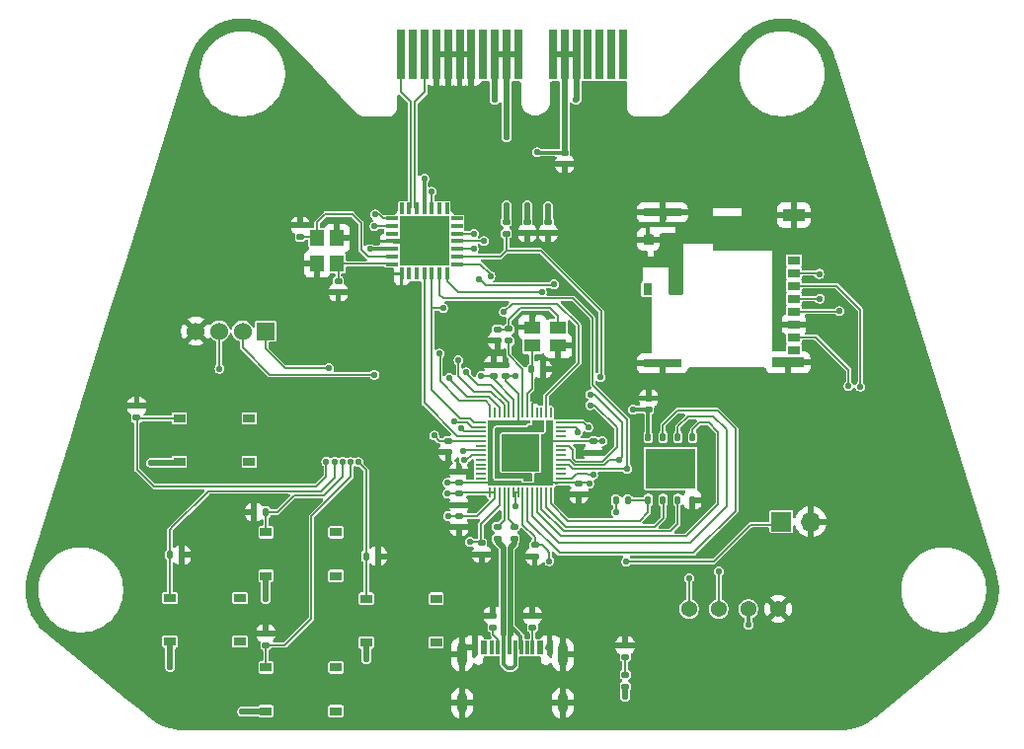
<source format=gbr>
%TF.GenerationSoftware,KiCad,Pcbnew,9.0.0*%
%TF.CreationDate,2025-07-19T13:55:26-04:00*%
%TF.ProjectId,status,73746174-7573-42e6-9b69-6361645f7063,rev?*%
%TF.SameCoordinates,Original*%
%TF.FileFunction,Copper,L1,Top*%
%TF.FilePolarity,Positive*%
%FSLAX46Y46*%
G04 Gerber Fmt 4.6, Leading zero omitted, Abs format (unit mm)*
G04 Created by KiCad (PCBNEW 9.0.0) date 2025-07-19 13:55:26*
%MOMM*%
%LPD*%
G01*
G04 APERTURE LIST*
G04 Aperture macros list*
%AMRoundRect*
0 Rectangle with rounded corners*
0 $1 Rounding radius*
0 $2 $3 $4 $5 $6 $7 $8 $9 X,Y pos of 4 corners*
0 Add a 4 corners polygon primitive as box body*
4,1,4,$2,$3,$4,$5,$6,$7,$8,$9,$2,$3,0*
0 Add four circle primitives for the rounded corners*
1,1,$1+$1,$2,$3*
1,1,$1+$1,$4,$5*
1,1,$1+$1,$6,$7*
1,1,$1+$1,$8,$9*
0 Add four rect primitives between the rounded corners*
20,1,$1+$1,$2,$3,$4,$5,0*
20,1,$1+$1,$4,$5,$6,$7,0*
20,1,$1+$1,$6,$7,$8,$9,0*
20,1,$1+$1,$8,$9,$2,$3,0*%
G04 Aperture macros list end*
%TA.AperFunction,SMDPad,CuDef*%
%ADD10R,1.016000X0.304800*%
%TD*%
%TA.AperFunction,SMDPad,CuDef*%
%ADD11R,0.304800X1.016000*%
%TD*%
%TA.AperFunction,SMDPad,CuDef*%
%ADD12R,4.191000X4.191000*%
%TD*%
%TA.AperFunction,ComponentPad*%
%ADD13O,0.900000X1.700000*%
%TD*%
%TA.AperFunction,ComponentPad*%
%ADD14O,0.900000X2.000000*%
%TD*%
%TA.AperFunction,SMDPad,CuDef*%
%ADD15R,0.600000X1.160000*%
%TD*%
%TA.AperFunction,SMDPad,CuDef*%
%ADD16R,0.300000X1.160000*%
%TD*%
%TA.AperFunction,SMDPad,CuDef*%
%ADD17R,1.000000X0.750000*%
%TD*%
%TA.AperFunction,HeatsinkPad*%
%ADD18R,3.200000X3.200000*%
%TD*%
%TA.AperFunction,SMDPad,CuDef*%
%ADD19RoundRect,0.050000X0.050000X0.387500X-0.050000X0.387500X-0.050000X-0.387500X0.050000X-0.387500X0*%
%TD*%
%TA.AperFunction,SMDPad,CuDef*%
%ADD20RoundRect,0.050000X0.387500X0.050000X-0.387500X0.050000X-0.387500X-0.050000X0.387500X-0.050000X0*%
%TD*%
%TA.AperFunction,HeatsinkPad*%
%ADD21R,4.300000X3.400000*%
%TD*%
%TA.AperFunction,SMDPad,CuDef*%
%ADD22RoundRect,0.125000X0.125000X-0.250000X0.125000X0.250000X-0.125000X0.250000X-0.125000X-0.250000X0*%
%TD*%
%TA.AperFunction,SMDPad,CuDef*%
%ADD23RoundRect,0.140000X0.170000X-0.140000X0.170000X0.140000X-0.170000X0.140000X-0.170000X-0.140000X0*%
%TD*%
%TA.AperFunction,SMDPad,CuDef*%
%ADD24RoundRect,0.135000X-0.185000X0.135000X-0.185000X-0.135000X0.185000X-0.135000X0.185000X0.135000X0*%
%TD*%
%TA.AperFunction,SMDPad,CuDef*%
%ADD25RoundRect,0.135000X0.185000X-0.135000X0.185000X0.135000X-0.185000X0.135000X-0.185000X-0.135000X0*%
%TD*%
%TA.AperFunction,SMDPad,CuDef*%
%ADD26RoundRect,0.135000X-0.135000X-0.185000X0.135000X-0.185000X0.135000X0.185000X-0.135000X0.185000X0*%
%TD*%
%TA.AperFunction,SMDPad,CuDef*%
%ADD27RoundRect,0.140000X-0.170000X0.140000X-0.170000X-0.140000X0.170000X-0.140000X0.170000X0.140000X0*%
%TD*%
%TA.AperFunction,SMDPad,CuDef*%
%ADD28RoundRect,0.147500X-0.172500X0.147500X-0.172500X-0.147500X0.172500X-0.147500X0.172500X0.147500X0*%
%TD*%
%TA.AperFunction,ComponentPad*%
%ADD29C,1.371600*%
%TD*%
%TA.AperFunction,ComponentPad*%
%ADD30R,1.524000X1.524000*%
%TD*%
%TA.AperFunction,ComponentPad*%
%ADD31C,1.524000*%
%TD*%
%TA.AperFunction,SMDPad,CuDef*%
%ADD32R,1.400000X1.100000*%
%TD*%
%TA.AperFunction,ComponentPad*%
%ADD33R,1.700000X1.700000*%
%TD*%
%TA.AperFunction,ComponentPad*%
%ADD34O,1.700000X1.700000*%
%TD*%
%TA.AperFunction,SMDPad,CuDef*%
%ADD35R,1.200000X1.400000*%
%TD*%
%TA.AperFunction,SMDPad,CuDef*%
%ADD36RoundRect,0.135000X0.135000X0.185000X-0.135000X0.185000X-0.135000X-0.185000X0.135000X-0.185000X0*%
%TD*%
%TA.AperFunction,SMDPad,CuDef*%
%ADD37R,1.100000X0.700000*%
%TD*%
%TA.AperFunction,SMDPad,CuDef*%
%ADD38R,0.930000X0.900000*%
%TD*%
%TA.AperFunction,SMDPad,CuDef*%
%ADD39R,0.780000X1.050000*%
%TD*%
%TA.AperFunction,SMDPad,CuDef*%
%ADD40R,1.830000X1.140000*%
%TD*%
%TA.AperFunction,SMDPad,CuDef*%
%ADD41R,2.800000X0.860000*%
%TD*%
%TA.AperFunction,SMDPad,CuDef*%
%ADD42R,3.330000X0.700000*%
%TD*%
%TA.AperFunction,SMDPad,CuDef*%
%ADD43RoundRect,0.140000X-0.140000X-0.170000X0.140000X-0.170000X0.140000X0.170000X-0.140000X0.170000X0*%
%TD*%
%TA.AperFunction,ConnectorPad*%
%ADD44R,0.700000X4.300000*%
%TD*%
%TA.AperFunction,ViaPad*%
%ADD45C,0.400000*%
%TD*%
%TA.AperFunction,ViaPad*%
%ADD46C,0.550000*%
%TD*%
%TA.AperFunction,Conductor*%
%ADD47C,0.150000*%
%TD*%
%TA.AperFunction,Conductor*%
%ADD48C,0.200000*%
%TD*%
%TA.AperFunction,Conductor*%
%ADD49C,0.340000*%
%TD*%
%TA.AperFunction,Conductor*%
%ADD50C,0.304800*%
%TD*%
%TA.AperFunction,Conductor*%
%ADD51C,0.540000*%
%TD*%
%TA.AperFunction,Conductor*%
%ADD52C,0.500000*%
%TD*%
%TA.AperFunction,Conductor*%
%ADD53C,0.300000*%
%TD*%
%TA.AperFunction,Conductor*%
%ADD54C,0.480000*%
%TD*%
G04 APERTURE END LIST*
D10*
%TO.P,U3,1,\u002ACS*%
%TO.N,/CS*%
X141674000Y-82114001D03*
%TO.P,U3,2,\u002ARESET*%
%TO.N,/RESET*%
X141674000Y-81464000D03*
%TO.P,U3,3,VDD*%
%TO.N,+3.3V*%
X141674000Y-80813999D03*
%TO.P,U3,4,TXCAN*%
%TO.N,/TX*%
X141674000Y-80164000D03*
%TO.P,U3,5,RXCAN*%
%TO.N,/RX*%
X141674000Y-79514001D03*
%TO.P,U3,6,CLKOUT*%
%TO.N,unconnected-(U3-CLKOUT-Pad6)*%
X141674000Y-78864000D03*
%TO.P,U3,7,\u002ATX0RTS*%
%TO.N,unconnected-(U3-\u002ATX0RTS-Pad7)*%
X141674000Y-78214001D03*
D11*
%TO.P,U3,8,\u002ATX1RTS*%
%TO.N,unconnected-(U3-\u002ATX1RTS-Pad8)*%
X140830001Y-77370000D03*
%TO.P,U3,9,\u002ATX2RTS*%
%TO.N,unconnected-(U3-\u002ATX2RTS-Pad9)*%
X140180000Y-77370000D03*
%TO.P,U3,10,RXD*%
%TO.N,/RX*%
X139530001Y-77370000D03*
%TO.P,U3,11,VIO*%
%TO.N,+3.3V*%
X138880000Y-77370000D03*
%TO.P,U3,12,CANL*%
%TO.N,/CANL*%
X138230001Y-77370000D03*
%TO.P,U3,13,CANH*%
%TO.N,/CANH*%
X137580000Y-77370000D03*
%TO.P,U3,14,NC*%
%TO.N,unconnected-(U3-NC-Pad14)*%
X136930001Y-77370000D03*
D10*
%TO.P,U3,15,STBY*%
%TO.N,/STBY*%
X136086000Y-78213999D03*
%TO.P,U3,16,TXD*%
%TO.N,/TX*%
X136086000Y-78864000D03*
%TO.P,U3,17,NC*%
%TO.N,unconnected-(U3-NC-Pad17)*%
X136086000Y-79513999D03*
%TO.P,U3,18,VSS*%
%TO.N,GND*%
X136086000Y-80164000D03*
%TO.P,U3,19,VDDA*%
%TO.N,+5V*%
X136086000Y-80813999D03*
%TO.P,U3,20,OSC2*%
%TO.N,/OSC2*%
X136086000Y-81464000D03*
%TO.P,U3,21,OSC1*%
%TO.N,/OSC1*%
X136086000Y-82113999D03*
D11*
%TO.P,U3,22,GND*%
%TO.N,GND*%
X136929999Y-82958000D03*
%TO.P,U3,23,\u002ARX1BF*%
%TO.N,unconnected-(U3-\u002ARX1BF-Pad23)*%
X137580000Y-82958000D03*
%TO.P,U3,24,\u002ARX0BF*%
%TO.N,unconnected-(U3-\u002ARX0BF-Pad24)*%
X138229999Y-82958000D03*
%TO.P,U3,25,\u002AINT*%
%TO.N,/INT*%
X138880000Y-82958000D03*
%TO.P,U3,26,SCK*%
%TO.N,/SCK*%
X139529999Y-82958000D03*
%TO.P,U3,27,SI*%
%TO.N,/MOSI*%
X140180000Y-82958000D03*
%TO.P,U3,28,SO*%
%TO.N,/MISO*%
X140829999Y-82958000D03*
D12*
%TO.P,U3,29,EPAD*%
%TO.N,GND*%
X138880000Y-80164000D03*
%TD*%
D13*
%TO.P,J6,S1,SHIELD*%
%TO.N,GND*%
X150740000Y-119780000D03*
D14*
X150740000Y-115610000D03*
D13*
X142100000Y-119780000D03*
D14*
X142100000Y-115610000D03*
D15*
%TO.P,J6,B12,GND*%
X143220000Y-115030000D03*
%TO.P,J6,B9,VBUS*%
%TO.N,unconnected-(J6-VBUS-PadA4)*%
X144020000Y-115030000D03*
D16*
%TO.P,J6,B8,SBU2*%
%TO.N,unconnected-(J6-SBU2-PadB8)*%
X144670000Y-115030000D03*
%TO.P,J6,B7,D-*%
%TO.N,/USB_N*%
X145670000Y-115030000D03*
%TO.P,J6,B6,D+*%
%TO.N,/USB_P*%
X147170000Y-115030000D03*
%TO.P,J6,B5,CC2*%
%TO.N,Net-(J6-CC2)*%
X148170000Y-115030000D03*
D15*
%TO.P,J6,B4,VBUS*%
%TO.N,unconnected-(J6-VBUS-PadA4)_3*%
X148820000Y-115030000D03*
%TO.P,J6,B1,GND*%
%TO.N,GND*%
X149620000Y-115030000D03*
%TO.P,J6,A12,GND*%
X149620000Y-115030000D03*
%TO.P,J6,A9,VBUS*%
%TO.N,unconnected-(J6-VBUS-PadA4)_1*%
X148820000Y-115030000D03*
D16*
%TO.P,J6,A8,SBU1*%
%TO.N,unconnected-(J6-SBU1-PadA8)*%
X147670000Y-115030000D03*
%TO.P,J6,A7,D-*%
%TO.N,/USB_N*%
X146670000Y-115030000D03*
%TO.P,J6,A6,D+*%
%TO.N,/USB_P*%
X146170000Y-115030000D03*
%TO.P,J6,A5,CC1*%
%TO.N,Net-(J6-CC1)*%
X145170000Y-115030000D03*
D15*
%TO.P,J6,A4,VBUS*%
%TO.N,unconnected-(J6-VBUS-PadA4)_2*%
X144020000Y-115030000D03*
%TO.P,J6,A1,GND*%
%TO.N,GND*%
X143220000Y-115030000D03*
%TD*%
D17*
%TO.P,S7,D*%
%TO.N,N/C*%
X123070000Y-114505000D03*
%TO.P,S7,C*%
%TO.N,+3.3V*%
X117070000Y-114505000D03*
%TO.P,S7,B*%
%TO.N,N/C*%
X123070000Y-110755000D03*
%TO.P,S7,A*%
%TO.N,/Push_Left*%
X117070000Y-110755000D03*
%TD*%
%TO.P,S8,D*%
%TO.N,N/C*%
X131300000Y-108875000D03*
%TO.P,S8,C*%
%TO.N,+3.3V*%
X125300000Y-108875000D03*
%TO.P,S8,B*%
%TO.N,N/C*%
X131300000Y-105125000D03*
%TO.P,S8,A*%
%TO.N,/Push_Up*%
X125300000Y-105125000D03*
%TD*%
%TO.P,S9,D*%
%TO.N,N/C*%
X131300000Y-120475000D03*
%TO.P,S9,C*%
%TO.N,+3.3V*%
X125300000Y-120475000D03*
%TO.P,S9,B*%
%TO.N,N/C*%
X131300000Y-116725000D03*
%TO.P,S9,A*%
%TO.N,/Push_Down*%
X125300000Y-116725000D03*
%TD*%
%TO.P,S10,D*%
%TO.N,N/C*%
X139900000Y-114575000D03*
%TO.P,S10,C*%
%TO.N,+3.3V*%
X133900000Y-114575000D03*
%TO.P,S10,B*%
%TO.N,N/C*%
X139900000Y-110825000D03*
%TO.P,S10,A*%
%TO.N,/Push_Right*%
X133900000Y-110825000D03*
%TD*%
%TO.P,S11,D*%
%TO.N,N/C*%
X123870000Y-99105000D03*
%TO.P,S11,C*%
%TO.N,+3.3V*%
X117870000Y-99105000D03*
%TO.P,S11,B*%
%TO.N,N/C*%
X123870000Y-95355000D03*
%TO.P,S11,A*%
%TO.N,/RUN*%
X117870000Y-95355000D03*
%TD*%
D18*
%TO.P,U2,57,GND*%
%TO.N,GND*%
X147130000Y-98302500D03*
D19*
%TO.P,U2,56,QSPI_SS*%
%TO.N,/QSPI_SS*%
X149730000Y-101740000D03*
%TO.P,U2,55,QSPI_SD1*%
%TO.N,/QSPI_SD1*%
X149330000Y-101740000D03*
%TO.P,U2,54,QSPI_SD2*%
%TO.N,/QSPI_SD2*%
X148930000Y-101740000D03*
%TO.P,U2,53,QSPI_SD0*%
%TO.N,/QSPI_SD0*%
X148530000Y-101740000D03*
%TO.P,U2,52,QSPI_SCLK*%
%TO.N,/QSPI_CLK*%
X148130000Y-101740000D03*
%TO.P,U2,51,QSPI_SD3*%
%TO.N,/QSPI_SD3*%
X147730000Y-101740000D03*
%TO.P,U2,50,DVDD*%
%TO.N,+1V1*%
X147330000Y-101740000D03*
%TO.P,U2,49,IOVDD*%
%TO.N,+3.3V*%
X146930000Y-101740000D03*
%TO.P,U2,48,USB_VDD*%
X146530000Y-101740000D03*
%TO.P,U2,47,USB_DP*%
%TO.N,Net-(U2-USB_DP)*%
X146130000Y-101740000D03*
%TO.P,U2,46,USB_DM*%
%TO.N,Net-(U2-USB_DM)*%
X145730000Y-101740000D03*
%TO.P,U2,45,VREG_VOUT*%
%TO.N,+1V1*%
X145330000Y-101740000D03*
%TO.P,U2,44,VREG_IN*%
%TO.N,+3.3V*%
X144930000Y-101740000D03*
%TO.P,U2,43,ADC_AVDD*%
X144530000Y-101740000D03*
D20*
%TO.P,U2,42,IOVDD*%
X143692500Y-100902500D03*
%TO.P,U2,41,GPIO29_ADC3*%
%TO.N,unconnected-(U2-GPIO29_ADC3-Pad41)*%
X143692500Y-100502500D03*
%TO.P,U2,40,GPIO28_ADC2*%
%TO.N,unconnected-(U2-GPIO28_ADC2-Pad40)*%
X143692500Y-100102500D03*
%TO.P,U2,39,GPIO27_ADC1*%
%TO.N,unconnected-(U2-GPIO27_ADC1-Pad39)*%
X143692500Y-99702500D03*
%TO.P,U2,38,GPIO26_ADC0*%
%TO.N,unconnected-(U2-GPIO26_ADC0-Pad38)*%
X143692500Y-99302500D03*
%TO.P,U2,37,GPIO25*%
%TO.N,unconnected-(U2-GPIO25-Pad37)*%
X143692500Y-98902500D03*
%TO.P,U2,36,GPIO24*%
%TO.N,/Push_Right*%
X143692500Y-98502500D03*
%TO.P,U2,35,GPIO23*%
%TO.N,/Push_Down*%
X143692500Y-98102500D03*
%TO.P,U2,34,GPIO22*%
%TO.N,unconnected-(U2-GPIO22-Pad34)*%
X143692500Y-97702500D03*
%TO.P,U2,33,IOVDD*%
%TO.N,+3.3V*%
X143692500Y-97302500D03*
%TO.P,U2,32,GPIO21*%
%TO.N,/INT*%
X143692500Y-96902500D03*
%TO.P,U2,31,GPIO20*%
%TO.N,/Push_Up*%
X143692500Y-96502500D03*
%TO.P,U2,30,GPIO19*%
%TO.N,/Push_Left*%
X143692500Y-96102500D03*
%TO.P,U2,29,GPIO18*%
%TO.N,/SCK*%
X143692500Y-95702500D03*
D19*
%TO.P,U2,28,GPIO17*%
%TO.N,/CS*%
X144530000Y-94865000D03*
%TO.P,U2,27,GPIO16*%
%TO.N,unconnected-(U2-GPIO16-Pad27)*%
X144930000Y-94865000D03*
%TO.P,U2,26,RUN*%
%TO.N,/RUN*%
X145330000Y-94865000D03*
%TO.P,U2,25,SWD*%
%TO.N,/SWD*%
X145730000Y-94865000D03*
%TO.P,U2,24,SWCLK*%
%TO.N,/SWCLK*%
X146130000Y-94865000D03*
%TO.P,U2,23,DVDD*%
%TO.N,+1V1*%
X146530000Y-94865000D03*
%TO.P,U2,22,IOVDD*%
%TO.N,+3.3V*%
X146930000Y-94865000D03*
%TO.P,U2,21,XOUT*%
%TO.N,/X_OUT*%
X147330000Y-94865000D03*
%TO.P,U2,20,XIN*%
%TO.N,/X_IN*%
X147730000Y-94865000D03*
%TO.P,U2,19,TESTEN*%
%TO.N,GND*%
X148130000Y-94865000D03*
%TO.P,U2,18,GPIO15*%
%TO.N,unconnected-(U2-GPIO15-Pad18)*%
X148530000Y-94865000D03*
%TO.P,U2,17,GPIO14*%
%TO.N,unconnected-(U2-GPIO14-Pad17)*%
X148930000Y-94865000D03*
%TO.P,U2,16,GPIO13*%
%TO.N,/CS_SD*%
X149330000Y-94865000D03*
%TO.P,U2,15,GPIO12*%
%TO.N,unconnected-(U2-GPIO12-Pad15)*%
X149730000Y-94865000D03*
D20*
%TO.P,U2,14,GPIO11*%
%TO.N,/SCL*%
X150567500Y-95702500D03*
%TO.P,U2,13,GPIO10*%
%TO.N,/SDA*%
X150567500Y-96102500D03*
%TO.P,U2,12,GPIO9*%
%TO.N,unconnected-(U2-GPIO9-Pad12)*%
X150567500Y-96502500D03*
%TO.P,U2,11,GPIO8*%
%TO.N,unconnected-(U2-GPIO8-Pad11)*%
X150567500Y-96902500D03*
%TO.P,U2,10,IOVDD*%
%TO.N,+3.3V*%
X150567500Y-97302500D03*
%TO.P,U2,9,GPIO7*%
%TO.N,/RESET*%
X150567500Y-97702500D03*
%TO.P,U2,8,GPIO6*%
%TO.N,unconnected-(U2-GPIO6-Pad8)*%
X150567500Y-98102500D03*
%TO.P,U2,7,GPIO5*%
%TO.N,unconnected-(U2-GPIO5-Pad7)*%
X150567500Y-98502500D03*
%TO.P,U2,6,GPIO4*%
%TO.N,/MISO*%
X150567500Y-98902500D03*
%TO.P,U2,5,GPIO3*%
%TO.N,/MOSI*%
X150567500Y-99302500D03*
%TO.P,U2,4,GPIO2*%
%TO.N,unconnected-(U2-GPIO2-Pad4)*%
X150567500Y-99702500D03*
%TO.P,U2,3,GPIO1*%
%TO.N,unconnected-(U2-GPIO1-Pad3)*%
X150567500Y-100102500D03*
%TO.P,U2,2,GPIO0*%
%TO.N,/STBY*%
X150567500Y-100502500D03*
%TO.P,U2,1,IOVDD*%
%TO.N,+3.3V*%
X150567500Y-100902500D03*
%TD*%
D21*
%TO.P,U4,9*%
%TO.N,N/C*%
X159975449Y-99656000D03*
D22*
%TO.P,U4,8,VCC*%
%TO.N,+3.3V*%
X158070449Y-96956000D03*
%TO.P,U4,7,IO3*%
%TO.N,/QSPI_SD3*%
X159340449Y-96956000D03*
%TO.P,U4,6,CLK*%
%TO.N,/QSPI_CLK*%
X160610449Y-96956000D03*
%TO.P,U4,5,DI(IO0)*%
%TO.N,/QSPI_SD0*%
X161880449Y-96956000D03*
%TO.P,U4,4,GND*%
%TO.N,GND*%
X161880449Y-102356000D03*
%TO.P,U4,3,IO2*%
%TO.N,/QSPI_SD2*%
X160610449Y-102356000D03*
%TO.P,U4,2,DO(IO1)*%
%TO.N,/QSPI_SD1*%
X159340449Y-102356000D03*
%TO.P,U4,1,~{CS}*%
%TO.N,/QSPI_SS*%
X158070449Y-102356000D03*
%TD*%
D23*
%TO.P,C15,1*%
%TO.N,GND*%
X153350000Y-98300000D03*
%TO.P,C15,2*%
%TO.N,+3.3V*%
X153350000Y-97340000D03*
%TD*%
%TO.P,C7,1*%
%TO.N,GND*%
X152146000Y-101876800D03*
%TO.P,C7,2*%
%TO.N,+3.3V*%
X152146000Y-100916800D03*
%TD*%
D24*
%TO.P,R13,1*%
%TO.N,+3.3V*%
X145923000Y-78486000D03*
%TO.P,R13,2*%
%TO.N,/RESET*%
X145923000Y-79506000D03*
%TD*%
D25*
%TO.P,R8,1*%
%TO.N,/Push_Down*%
X125300000Y-114810000D03*
%TO.P,R8,2*%
%TO.N,GND*%
X125300000Y-113790000D03*
%TD*%
D26*
%TO.P,R7,1*%
%TO.N,/Push_Left*%
X117080000Y-107080000D03*
%TO.P,R7,2*%
%TO.N,GND*%
X118100000Y-107080000D03*
%TD*%
D27*
%TO.P,C5,1*%
%TO.N,+3.3V*%
X147713700Y-78496000D03*
%TO.P,C5,2*%
%TO.N,GND*%
X147713700Y-79456000D03*
%TD*%
D23*
%TO.P,C12,1*%
%TO.N,GND*%
X141846600Y-102775600D03*
%TO.P,C12,2*%
%TO.N,+3.3V*%
X141846600Y-101815600D03*
%TD*%
D27*
%TO.P,C10,1*%
%TO.N,GND*%
X144805400Y-90756800D03*
%TO.P,C10,2*%
%TO.N,+1V1*%
X144805400Y-91716800D03*
%TD*%
D25*
%TO.P,R3,1*%
%TO.N,/X_OUT*%
X146125000Y-88710000D03*
%TO.P,R3,2*%
%TO.N,Net-(C18-Pad1)*%
X146125000Y-87690000D03*
%TD*%
D23*
%TO.P,C22,1*%
%TO.N,GND*%
X131500000Y-84530000D03*
%TO.P,C22,2*%
%TO.N,/OSC1*%
X131500000Y-83570000D03*
%TD*%
D28*
%TO.P,D1,1,K*%
%TO.N,GND*%
X156100000Y-114840000D03*
%TO.P,D1,2,A*%
%TO.N,Net-(D1-A)*%
X156100000Y-115810000D03*
%TD*%
D23*
%TO.P,C9,1*%
%TO.N,GND*%
X143800000Y-107030000D03*
%TO.P,C9,2*%
%TO.N,+1V1*%
X143800000Y-106070000D03*
%TD*%
D27*
%TO.P,C14,1*%
%TO.N,GND*%
X141833600Y-99900800D03*
%TO.P,C14,2*%
%TO.N,+3.3V*%
X141833600Y-100860800D03*
%TD*%
D24*
%TO.P,R14,1*%
%TO.N,Net-(D1-A)*%
X156100000Y-117340000D03*
%TO.P,R14,2*%
%TO.N,+3.3V*%
X156100000Y-118360000D03*
%TD*%
D29*
%TO.P,J2,1,1*%
%TO.N,/SDA*%
X161590000Y-111710500D03*
%TO.P,J2,2,2*%
%TO.N,/SCL*%
X164130000Y-111710500D03*
%TO.P,J2,3,3*%
%TO.N,+3.3V*%
X166670000Y-111710500D03*
%TO.P,J2,4,4*%
%TO.N,GND*%
X169210000Y-111710500D03*
%TD*%
D25*
%TO.P,R15,1*%
%TO.N,/RUN*%
X114225000Y-95320000D03*
%TO.P,R15,2*%
%TO.N,GND*%
X114225000Y-94300000D03*
%TD*%
D26*
%TO.P,R9,1*%
%TO.N,/Push_Right*%
X133870000Y-107180000D03*
%TO.P,R9,2*%
%TO.N,GND*%
X134890000Y-107180000D03*
%TD*%
D30*
%TO.P,J3,1,Pin_1*%
%TO.N,/SWCLK*%
X125290000Y-87870000D03*
D31*
%TO.P,J3,2,Pin_2*%
%TO.N,/SWD*%
X123290000Y-87870000D03*
%TO.P,J3,3,Pin_3*%
%TO.N,+3.3V*%
X121290000Y-87870000D03*
%TO.P,J3,4,Pin_4*%
%TO.N,GND*%
X119290000Y-87870000D03*
%TD*%
D32*
%TO.P,X1,1,1*%
%TO.N,/X_IN*%
X148150400Y-89133701D03*
%TO.P,X1,2,2*%
%TO.N,GND*%
X150350400Y-89133701D03*
%TO.P,X1,3,3*%
%TO.N,Net-(C18-Pad1)*%
X150350400Y-87533699D03*
%TO.P,X1,4,4*%
%TO.N,GND*%
X148150400Y-87533699D03*
%TD*%
D27*
%TO.P,C4,1*%
%TO.N,+3.3V*%
X149504400Y-78496000D03*
%TO.P,C4,2*%
%TO.N,GND*%
X149504400Y-79456000D03*
%TD*%
D33*
%TO.P,J7,1,Pin_1*%
%TO.N,/~{USB_BOOT_S}*%
X169490000Y-104225000D03*
D34*
%TO.P,J7,2,Pin_2*%
%TO.N,GND*%
X172030000Y-104225000D03*
%TD*%
D24*
%TO.P,R5,1*%
%TO.N,Net-(U2-USB_DM)*%
X145150000Y-104646000D03*
%TO.P,R5,2*%
%TO.N,/USB_N*%
X145150000Y-105666000D03*
%TD*%
D27*
%TO.P,C18,1*%
%TO.N,Net-(C18-Pad1)*%
X145150000Y-87720000D03*
%TO.P,C18,2*%
%TO.N,GND*%
X145150000Y-88680000D03*
%TD*%
%TO.P,C6,1*%
%TO.N,GND*%
X128250000Y-78795000D03*
%TO.P,C6,2*%
%TO.N,/OSC2*%
X128250000Y-79755000D03*
%TD*%
%TO.P,C17,1*%
%TO.N,GND*%
X158115000Y-93627000D03*
%TO.P,C17,2*%
%TO.N,+3.3V*%
X158115000Y-94587000D03*
%TD*%
D23*
%TO.P,C13,1*%
%TO.N,GND*%
X141850000Y-104680000D03*
%TO.P,C13,2*%
%TO.N,+3.3V*%
X141850000Y-103720000D03*
%TD*%
D35*
%TO.P,Y1,1*%
%TO.N,/OSC1*%
X131400000Y-82075000D03*
%TO.P,Y1,2*%
%TO.N,GND*%
X131400000Y-79875000D03*
%TO.P,Y1,3*%
%TO.N,/OSC2*%
X129700000Y-79875000D03*
%TO.P,Y1,4*%
%TO.N,GND*%
X129700000Y-82075000D03*
%TD*%
D27*
%TO.P,C20,1*%
%TO.N,GND*%
X145821400Y-90756800D03*
%TO.P,C20,2*%
%TO.N,+3.3V*%
X145821400Y-91716800D03*
%TD*%
D24*
%TO.P,R4,1*%
%TO.N,Net-(U2-USB_DP)*%
X146600000Y-104646000D03*
%TO.P,R4,2*%
%TO.N,/USB_P*%
X146600000Y-105666000D03*
%TD*%
D36*
%TO.P,R10,1*%
%TO.N,/Push_Up*%
X125310000Y-103400000D03*
%TO.P,R10,2*%
%TO.N,GND*%
X124290000Y-103400000D03*
%TD*%
D24*
%TO.P,R11,1*%
%TO.N,GND*%
X144780000Y-112266000D03*
%TO.P,R11,2*%
%TO.N,Net-(J6-CC1)*%
X144780000Y-113286000D03*
%TD*%
D37*
%TO.P,J4,1,DAT2*%
%TO.N,unconnected-(J4-DAT2-Pad1)*%
X170570000Y-81790000D03*
%TO.P,J4,2,CD/DAT3^2*%
%TO.N,/CS_SD*%
X170570000Y-82890000D03*
%TO.P,J4,3,CMD*%
%TO.N,/MOSI*%
X170570000Y-83990000D03*
%TO.P,J4,4,VDD*%
%TO.N,+3.3V*%
X170570000Y-85090000D03*
%TO.P,J4,5,CLK*%
%TO.N,/SCK*%
X170570000Y-86190000D03*
%TO.P,J4,6,VSS*%
%TO.N,GND*%
X170570000Y-87290000D03*
%TO.P,J4,7,DAT0*%
%TO.N,/MISO*%
X170570000Y-88390000D03*
%TO.P,J4,8,DAT1*%
%TO.N,unconnected-(J4-DAT1-Pad8)*%
X170570000Y-89490000D03*
D38*
%TO.P,J4,9,VSS__1*%
%TO.N,GND*%
X158105000Y-80000000D03*
D39*
%TO.P,J4,10,DETECT_SWITCH*%
%TO.N,unconnected-(J4-DETECT_SWITCH-Pad10)*%
X158030000Y-84265000D03*
D40*
%TO.P,J4,P1,SHIELD*%
%TO.N,GND*%
X170555000Y-77910000D03*
D41*
%TO.P,J4,P2,SHIELD__1*%
X170070000Y-90570000D03*
D42*
%TO.P,J4,P3,SHIELD__2*%
X159305000Y-77690000D03*
%TO.P,J4,P4,SHIELD__3*%
X159305000Y-90650000D03*
%TD*%
D36*
%TO.P,R6,1*%
%TO.N,/QSPI_SS*%
X156339000Y-102362000D03*
%TO.P,R6,2*%
%TO.N,/~{USB_BOOT_S}*%
X155319000Y-102362000D03*
%TD*%
D24*
%TO.P,R12,1*%
%TO.N,GND*%
X148160000Y-112266000D03*
%TO.P,R12,2*%
%TO.N,Net-(J6-CC2)*%
X148160000Y-113286000D03*
%TD*%
D43*
%TO.P,C23,1*%
%TO.N,/X_IN*%
X148084600Y-91160600D03*
%TO.P,C23,2*%
%TO.N,GND*%
X149044600Y-91160600D03*
%TD*%
D23*
%TO.P,C8,1*%
%TO.N,GND*%
X148350000Y-107180000D03*
%TO.P,C8,2*%
%TO.N,+1V1*%
X148350000Y-106220000D03*
%TD*%
%TO.P,C16,1*%
%TO.N,GND*%
X140919200Y-98244600D03*
%TO.P,C16,2*%
%TO.N,+3.3V*%
X140919200Y-97284600D03*
%TD*%
%TO.P,C3,1*%
%TO.N,GND*%
X150926800Y-73530400D03*
%TO.P,C3,2*%
%TO.N,+5V*%
X150926800Y-72570400D03*
%TD*%
D44*
%TO.P,J1,A1,~{PRSNT1}*%
%TO.N,/CANH*%
X136913000Y-64138595D03*
%TO.P,J1,A2,+12V*%
%TO.N,unconnected-(J1-+12V-PadA2)*%
X137913000Y-64138595D03*
%TO.P,J1,A3,+12V*%
%TO.N,/CANL*%
X138913000Y-64138595D03*
%TO.P,J1,A4,GND*%
%TO.N,GND*%
X139913000Y-64138595D03*
%TO.P,J1,A5,JTAG2*%
X140913000Y-64138595D03*
%TO.P,J1,A6,JTAG3*%
X141913000Y-64138595D03*
%TO.P,J1,A7,JTAG4*%
X142913000Y-64138595D03*
%TO.P,J1,A8,JTAG5*%
%TO.N,unconnected-(J1-JTAG5-PadA8)*%
X143913000Y-64138595D03*
%TO.P,J1,A9,+3.3V*%
%TO.N,+3.3V*%
X144913000Y-64138595D03*
%TO.P,J1,A10,+3.3V*%
X145913000Y-64138595D03*
%TO.P,J1,A11,~{PERST}*%
X146913000Y-64138595D03*
%TO.P,J1,A12,GND*%
%TO.N,+5V*%
X149913000Y-64138595D03*
%TO.P,J1,A13,REFCLK+*%
X150913000Y-64138595D03*
%TO.P,J1,A14,REFCLK-*%
X151913000Y-64138595D03*
%TO.P,J1,A15,GND*%
%TO.N,unconnected-(J1-GND-PadA15)*%
X152913000Y-64138595D03*
%TO.P,J1,A16,PERp0*%
%TO.N,unconnected-(J1-PERp0-PadA16)*%
X153913000Y-64138595D03*
%TO.P,J1,A17,PERn0*%
%TO.N,unconnected-(J1-PERn0-PadA17)*%
X154913000Y-64138595D03*
%TO.P,J1,A18,GND*%
%TO.N,unconnected-(J1-GND-PadA18)*%
X155913000Y-64138595D03*
%TD*%
D45*
%TO.N,+1V1*%
X145150000Y-99100000D03*
D46*
X143750000Y-91725000D03*
D45*
X147800000Y-100350000D03*
D46*
X149600000Y-107600000D03*
X148600000Y-96100000D03*
X142800000Y-105950000D03*
%TO.N,/CS_SD*%
X172740000Y-82960000D03*
X145719800Y-86233000D03*
%TO.N,GND*%
X154305000Y-121285000D03*
X149860000Y-121285000D03*
X167640000Y-106680000D03*
X159385000Y-121285000D03*
X149860000Y-111760000D03*
X136775000Y-104925000D03*
X140106400Y-81281600D03*
X143510000Y-121285000D03*
X177800000Y-111760000D03*
X115620800Y-82016600D03*
X152857200Y-117271800D03*
X163372800Y-100634800D03*
X138912600Y-81281600D03*
X173990000Y-121285000D03*
X152298400Y-98069400D03*
X176809400Y-98399600D03*
X177800000Y-119380000D03*
X134620000Y-76200000D03*
X176606200Y-74472800D03*
X123175000Y-118275000D03*
X180187600Y-100685600D03*
X152247600Y-107899200D03*
X154127200Y-78994000D03*
X142240000Y-111760000D03*
X172500000Y-112375000D03*
X148183600Y-86487000D03*
X138912600Y-80168500D03*
X124460000Y-96520000D03*
X120000000Y-89740000D03*
X175260000Y-71120000D03*
X119380000Y-106680000D03*
X151460200Y-93395800D03*
X129540000Y-71120000D03*
X116840000Y-96520000D03*
X124950000Y-107400000D03*
X108991400Y-102793800D03*
X177175000Y-102725000D03*
X137718800Y-80214800D03*
X173863000Y-111963200D03*
X156850000Y-77325000D03*
X137625000Y-107525000D03*
X174250000Y-117550000D03*
X127000000Y-76200000D03*
X131572000Y-88925400D03*
X160020000Y-116840000D03*
X138725000Y-104950000D03*
X134924800Y-95224600D03*
X132825000Y-79825000D03*
X132025000Y-95200000D03*
X150672800Y-90855800D03*
X147320000Y-106680000D03*
X134620000Y-101600000D03*
X106680000Y-106680000D03*
X180340000Y-96520000D03*
X129540000Y-96520000D03*
X159425000Y-78175000D03*
X165150000Y-105050000D03*
X163372800Y-97180400D03*
X147130000Y-98302500D03*
X137160000Y-71120000D03*
X146100000Y-98310000D03*
X165912800Y-116560600D03*
X111760000Y-116840000D03*
X156743400Y-83083400D03*
X166624000Y-102006400D03*
X117475000Y-121285000D03*
X133400000Y-120250000D03*
X135229600Y-88646000D03*
X146685000Y-119380000D03*
X147120000Y-99400000D03*
X148500000Y-93850000D03*
X136779000Y-117246400D03*
X148240000Y-97280000D03*
X183515000Y-114300000D03*
X152070000Y-94900000D03*
X137160000Y-86360000D03*
X114300000Y-111760000D03*
X180340000Y-91440000D03*
X157480000Y-119380000D03*
X186055000Y-106045000D03*
X173800000Y-92975000D03*
X114300000Y-86360000D03*
X161442400Y-103581200D03*
X138912600Y-79148000D03*
X124460000Y-111760000D03*
X141605000Y-71120000D03*
X146150000Y-97250000D03*
X132080000Y-106680000D03*
X143560800Y-77241400D03*
X155900000Y-90700000D03*
X160020000Y-71120000D03*
X165775000Y-79025000D03*
X137236200Y-120954800D03*
X159969200Y-103581200D03*
X123825000Y-71120000D03*
X180340000Y-116840000D03*
X114300000Y-101600000D03*
X123610000Y-91940000D03*
X142240000Y-86360000D03*
X146925000Y-75250000D03*
X182880000Y-101600000D03*
X172720000Y-106680000D03*
X140106400Y-80164000D03*
X148220000Y-98330000D03*
X168275000Y-71120000D03*
X142722600Y-100253800D03*
X158699200Y-103530400D03*
X121175000Y-104025000D03*
X125755400Y-99745800D03*
X132525000Y-74025000D03*
X144780000Y-116840000D03*
X152400000Y-71120000D03*
X143700000Y-87925000D03*
X148894800Y-92735400D03*
X111760000Y-106680000D03*
X165735000Y-121285000D03*
X134518400Y-79908400D03*
X147190000Y-97250000D03*
X144780000Y-71120000D03*
X148184937Y-99398109D03*
X132080000Y-111760000D03*
X111760000Y-96520000D03*
X142595600Y-74472800D03*
X137718800Y-81281600D03*
X154940000Y-111760000D03*
X162560000Y-76200000D03*
X130575000Y-114675000D03*
X170180000Y-76200000D03*
X140106400Y-79148000D03*
X180340000Y-106680000D03*
X119380000Y-116840000D03*
X146110000Y-99420000D03*
X165750000Y-76000000D03*
X167640000Y-96520000D03*
X172135800Y-95681800D03*
X111760000Y-91440000D03*
X157327600Y-74701400D03*
X137718800Y-79148000D03*
X123150000Y-77000000D03*
X118110000Y-71120000D03*
X164287200Y-73736200D03*
X147350000Y-81900000D03*
X148590000Y-71120000D03*
X119380000Y-76200000D03*
%TO.N,/MOSI*%
X156260800Y-99669600D03*
X176260000Y-92620000D03*
%TO.N,/MISO*%
X153136600Y-93294200D03*
X175250000Y-92600000D03*
X155549600Y-98907600D03*
X148945600Y-84556600D03*
%TO.N,/SCK*%
X149987000Y-83845400D03*
X143586200Y-83413600D03*
X140487400Y-85902800D03*
X174500000Y-86150000D03*
%TO.N,/SWCLK*%
X142494000Y-91414600D03*
X130710000Y-91020000D03*
%TO.N,/STBY*%
X134645400Y-77876400D03*
X153345000Y-100228400D03*
%TO.N,+3.3V*%
X149400000Y-98550000D03*
X140881400Y-101815600D03*
X143103600Y-80822800D03*
X166670000Y-113055000D03*
X125272800Y-110896400D03*
X153009600Y-100939600D03*
X121320000Y-91090000D03*
X147726400Y-77076300D03*
X133908800Y-116027200D03*
X172790000Y-85080000D03*
X145897600Y-71272400D03*
X149504400Y-77127100D03*
X123275000Y-120525000D03*
X117100000Y-116730000D03*
X115440000Y-99150000D03*
X139730000Y-96840000D03*
X140878800Y-100898600D03*
X156100000Y-119270000D03*
X149400000Y-99950000D03*
X138887200Y-74777600D03*
X154178000Y-97282000D03*
X146725000Y-102900000D03*
X144913000Y-68017000D03*
X146685000Y-91719400D03*
X145923000Y-77089000D03*
X140900000Y-103750000D03*
X156768800Y-94589600D03*
%TO.N,/TX*%
X144018000Y-80162400D03*
X134620000Y-78867000D03*
%TO.N,/RESET*%
X153098500Y-94221300D03*
X154000200Y-91795600D03*
%TO.N,+5V*%
X148539200Y-72542400D03*
X151900000Y-68017000D03*
X134210800Y-80820000D03*
%TO.N,/RX*%
X139522200Y-75920600D03*
X143129000Y-79502000D03*
%TO.N,/CS*%
X144551400Y-83134200D03*
X140208000Y-89814400D03*
%TO.N,/SCL*%
X164150000Y-108500000D03*
X152933400Y-96139000D03*
%TO.N,/SDA*%
X161590000Y-109056800D03*
X152044400Y-96545400D03*
%TO.N,/~{USB_BOOT_S}*%
X156210000Y-107645200D03*
X155320000Y-103380000D03*
%TO.N,/SWD*%
X134575000Y-91600000D03*
X141808200Y-90347800D03*
%TO.N,/Push_Left*%
X131175850Y-99085400D03*
X141452600Y-95656400D03*
%TO.N,/Push_Down*%
X142240000Y-98120200D03*
X132562600Y-99110800D03*
%TO.N,/Push_Right*%
X142265400Y-98958400D03*
X133223000Y-99110800D03*
%TO.N,/Push_Up*%
X142011400Y-96215200D03*
X131876800Y-99085400D03*
%TO.N,/RUN*%
X130479800Y-99060000D03*
X141039400Y-91897200D03*
%TD*%
D47*
%TO.N,/OSC2*%
X128273800Y-79778800D02*
X128250000Y-79755000D01*
X133451600Y-78587600D02*
X132689600Y-77825600D01*
X130374400Y-77825600D02*
X129675000Y-78525000D01*
X129675000Y-79778800D02*
X128273800Y-79778800D01*
X132689600Y-77825600D02*
X130374400Y-77825600D01*
X129675000Y-78525000D02*
X129675000Y-79778800D01*
X136086000Y-81464000D02*
X134042000Y-81464000D01*
X133451600Y-80873600D02*
X133451600Y-78587600D01*
X134042000Y-81464000D02*
X133451600Y-80873600D01*
%TO.N,/OSC1*%
X136072001Y-82100000D02*
X136086000Y-82113999D01*
X131475000Y-82100000D02*
X136072001Y-82100000D01*
X131500000Y-82125000D02*
X131475000Y-82100000D01*
X131500000Y-83570000D02*
X131500000Y-82125000D01*
D48*
%TO.N,+1V1*%
X147330000Y-104480000D02*
X147330000Y-101740000D01*
X146530000Y-93730000D02*
X146530000Y-94865000D01*
X143800000Y-106070000D02*
X143750000Y-106020000D01*
D47*
X143750000Y-91725000D02*
X143758200Y-91716800D01*
D48*
X143680000Y-105950000D02*
X142800000Y-105950000D01*
X143758200Y-91716800D02*
X144805400Y-91716800D01*
X144805400Y-92005400D02*
X146530000Y-93730000D01*
X148350000Y-105500000D02*
X147330000Y-104480000D01*
D47*
X144653000Y-91869200D02*
X144653000Y-91871800D01*
D48*
X144805400Y-91716800D02*
X144805400Y-92005400D01*
D47*
X148970000Y-106220000D02*
X149400000Y-106650000D01*
D48*
X143750000Y-106020000D02*
X143750000Y-104400000D01*
D47*
X144805400Y-91716800D02*
X144653000Y-91869200D01*
D48*
X143750000Y-104400000D02*
X145330000Y-102820000D01*
D47*
X148350000Y-106220000D02*
X148970000Y-106220000D01*
D48*
X148350000Y-106220000D02*
X148350000Y-105500000D01*
D47*
X149600000Y-106850000D02*
X149600000Y-107550000D01*
D48*
X145330000Y-102820000D02*
X145330000Y-101740000D01*
D47*
X149400000Y-106650000D02*
X149600000Y-106850000D01*
%TO.N,/X_IN*%
X148110000Y-89174101D02*
X148150400Y-89133701D01*
X148110000Y-92834400D02*
X148110000Y-89174101D01*
X147730000Y-93214400D02*
X148110000Y-92834400D01*
X147730000Y-94865000D02*
X147730000Y-93214400D01*
%TO.N,Net-(C18-Pad1)*%
X150325000Y-87147700D02*
X150325000Y-86545600D01*
X147142200Y-85877400D02*
X146125000Y-86894600D01*
X149656800Y-85877400D02*
X147142200Y-85877400D01*
X146125000Y-86894600D02*
X146125000Y-87715000D01*
X146125000Y-87715000D02*
X146120000Y-87720000D01*
X146120000Y-87720000D02*
X145150000Y-87720000D01*
X150325000Y-86545600D02*
X149656800Y-85877400D01*
%TO.N,/CS_SD*%
X172670000Y-82890000D02*
X170570000Y-82890000D01*
X152120600Y-87350600D02*
X150291800Y-85521800D01*
X172740000Y-82960000D02*
X172670000Y-82890000D01*
X149330000Y-94865000D02*
X149330000Y-93399200D01*
X152120600Y-90608600D02*
X152120600Y-87350600D01*
X150291800Y-85521800D02*
X146431000Y-85521800D01*
X170530000Y-82930000D02*
X170570000Y-82890000D01*
X146431000Y-85521800D02*
X145719800Y-86233000D01*
X149330000Y-93399200D02*
X152120600Y-90608600D01*
%TO.N,GND*%
X137668000Y-80164000D02*
X137718800Y-80214800D01*
X148130000Y-94865000D02*
X148130000Y-94120000D01*
X136086000Y-80164000D02*
X137668000Y-80164000D01*
X148130000Y-94120000D02*
X148400000Y-93850000D01*
X148130000Y-97302500D02*
X147130000Y-98302500D01*
%TO.N,/MOSI*%
X151245500Y-99302500D02*
X150567500Y-99302500D01*
X156286200Y-95453200D02*
X153314400Y-92481400D01*
X140180000Y-84757200D02*
X140180000Y-82958000D01*
X151638000Y-85064600D02*
X140487400Y-85064600D01*
X153314400Y-92481400D02*
X153314400Y-86741000D01*
X140487400Y-85064600D02*
X140180000Y-84757200D01*
X156260800Y-99669600D02*
X151612600Y-99669600D01*
X151612600Y-99669600D02*
X151245500Y-99302500D01*
X153314400Y-86741000D02*
X151638000Y-85064600D01*
X176260000Y-92620000D02*
X176260000Y-86010000D01*
X150579000Y-99314000D02*
X150567500Y-99302500D01*
X174240000Y-83990000D02*
X170570000Y-83990000D01*
X176260000Y-86010000D02*
X174240000Y-83990000D01*
X156286200Y-99644200D02*
X156286200Y-95453200D01*
X156260800Y-99669600D02*
X156286200Y-99644200D01*
%TO.N,/MISO*%
X155829000Y-98628200D02*
X155829000Y-95681800D01*
X172450000Y-88390000D02*
X170570000Y-88390000D01*
X140829999Y-83603799D02*
X140829999Y-82958000D01*
X148945600Y-84556600D02*
X141782800Y-84556600D01*
X155549600Y-98907600D02*
X154736800Y-98907600D01*
D48*
X150570000Y-98900000D02*
X150567500Y-98902500D01*
D47*
X151325100Y-98902500D02*
X150567500Y-98902500D01*
X151787400Y-99364800D02*
X151325100Y-98902500D01*
X154279600Y-99364800D02*
X151787400Y-99364800D01*
X141782800Y-84556600D02*
X140829999Y-83603799D01*
X175250000Y-92600000D02*
X175250000Y-91190000D01*
X153441400Y-93294200D02*
X153136600Y-93294200D01*
X155829000Y-95681800D02*
X153441400Y-93294200D01*
X155549600Y-98907600D02*
X155829000Y-98628200D01*
X175275000Y-92575000D02*
X175250000Y-92600000D01*
X175250000Y-91190000D02*
X172450000Y-88390000D01*
X154736800Y-98907600D02*
X154279600Y-99364800D01*
%TO.N,/SCK*%
X149910800Y-83921600D02*
X144119600Y-83921600D01*
X143611600Y-83413600D02*
X143586200Y-83413600D01*
X144119600Y-83921600D02*
X143611600Y-83413600D01*
X174500000Y-86150000D02*
X174380000Y-86150000D01*
X143149700Y-95702500D02*
X142773400Y-95326200D01*
X142773400Y-95326200D02*
X141935200Y-95326200D01*
X141935200Y-95326200D02*
X139529999Y-92920999D01*
X170540000Y-86220000D02*
X170570000Y-86190000D01*
X143692500Y-95702500D02*
X143149700Y-95702500D01*
X143662400Y-95672400D02*
X143692500Y-95702500D01*
X149987000Y-83845400D02*
X149910800Y-83921600D01*
X139529999Y-92920999D02*
X139529999Y-85902800D01*
X174380000Y-86150000D02*
X174340000Y-86190000D01*
X139529999Y-85902800D02*
X139529999Y-82958000D01*
X140487400Y-85902800D02*
X139529999Y-85902800D01*
X174340000Y-86190000D02*
X170570000Y-86190000D01*
%TO.N,/X_OUT*%
X146125000Y-89889400D02*
X146125000Y-88735000D01*
X147320000Y-94855000D02*
X147330000Y-94865000D01*
X147330000Y-91094400D02*
X146125000Y-89889400D01*
X147330000Y-94865000D02*
X147330000Y-91094400D01*
D48*
%TO.N,Net-(U2-USB_DP)*%
X146740000Y-104646000D02*
X146130000Y-104036000D01*
X146130000Y-104036000D02*
X146130000Y-101740000D01*
D47*
%TO.N,/SWCLK*%
X125290000Y-89380000D02*
X125290000Y-87870000D01*
X126930000Y-91020000D02*
X125290000Y-89380000D01*
X130710000Y-91020000D02*
X126930000Y-91020000D01*
X146130000Y-94865000D02*
X146130000Y-94034600D01*
X143496800Y-92506800D02*
X142468600Y-91478600D01*
X125300000Y-87920000D02*
X125312500Y-87907500D01*
X146130000Y-94034600D02*
X144602200Y-92506800D01*
X144602200Y-92506800D02*
X143496800Y-92506800D01*
X142468600Y-91478600D02*
X142468600Y-91465400D01*
D48*
%TO.N,Net-(U2-USB_DM)*%
X145150000Y-104646000D02*
X145730000Y-104066000D01*
X145730000Y-104066000D02*
X145730000Y-101740000D01*
D47*
%TO.N,/QSPI_SS*%
X158064449Y-102362000D02*
X158070449Y-102356000D01*
X158070449Y-103422551D02*
X157353000Y-104140000D01*
X149730000Y-102660000D02*
X149730000Y-101740000D01*
X156339000Y-102362000D02*
X158064449Y-102362000D01*
X157353000Y-104140000D02*
X151210000Y-104140000D01*
X151210000Y-104140000D02*
X149730000Y-102660000D01*
X158070449Y-102356000D02*
X158070449Y-103422551D01*
%TO.N,/STBY*%
X151503534Y-100502500D02*
X150567500Y-100502500D01*
X136086000Y-78213999D02*
X136227599Y-78213999D01*
X151930034Y-100076000D02*
X151503534Y-100502500D01*
X136227599Y-78213999D02*
X136245600Y-78232000D01*
X135001000Y-77876400D02*
X134645400Y-77876400D01*
X153345000Y-100228400D02*
X152938600Y-100228400D01*
X152786200Y-100076000D02*
X151930034Y-100076000D01*
X152938600Y-100228400D02*
X152786200Y-100076000D01*
X135338599Y-78213999D02*
X135001000Y-77876400D01*
X136086000Y-78213999D02*
X135338599Y-78213999D01*
D49*
%TO.N,+3.3V*%
X158070449Y-94669449D02*
X158070449Y-96956000D01*
D47*
X141820000Y-103750000D02*
X141850000Y-103720000D01*
X141674000Y-80813999D02*
X143094799Y-80813999D01*
X150565000Y-97300000D02*
X149650000Y-97300000D01*
D48*
X144530000Y-101740000D02*
X141922200Y-101740000D01*
X146530000Y-101740000D02*
X146761200Y-101740000D01*
D50*
X138880000Y-77370000D02*
X138880000Y-74835600D01*
D48*
X146761200Y-101740000D02*
X146930000Y-101740000D01*
D47*
X150567500Y-97302500D02*
X154157500Y-97302500D01*
D49*
X166670000Y-111710500D02*
X166670000Y-113055000D01*
D47*
X145923000Y-78302000D02*
X145725000Y-78500000D01*
X140972600Y-97307400D02*
X140868400Y-97411600D01*
D48*
X145821400Y-92176600D02*
X146930000Y-93285200D01*
D47*
X142067100Y-97302500D02*
X143692500Y-97302500D01*
D48*
X144525000Y-101745000D02*
X144530000Y-101740000D01*
D51*
X149504400Y-77127100D02*
X149504400Y-78524100D01*
X145913000Y-64138595D02*
X145913000Y-71237000D01*
D47*
X121290000Y-87870000D02*
X121290000Y-91060000D01*
D48*
X152975751Y-100905751D02*
X152491151Y-100905751D01*
X141922200Y-101740000D02*
X141884400Y-101777800D01*
D51*
X145913000Y-71237000D02*
X145923000Y-71247000D01*
D47*
X142067100Y-97302500D02*
X140937100Y-97302500D01*
D52*
X157988000Y-94587000D02*
X158070449Y-94669449D01*
D47*
X146725000Y-102681400D02*
X146735800Y-102692200D01*
X146930000Y-94865000D02*
X146930000Y-95780000D01*
D51*
X147726400Y-77076300D02*
X147726400Y-78473300D01*
D52*
X144913000Y-64138595D02*
X146913000Y-64138595D01*
D48*
X144930000Y-101740000D02*
X144930000Y-102220000D01*
D51*
X117825000Y-99150000D02*
X117870000Y-99105000D01*
D48*
X143692500Y-100902500D02*
X141951500Y-100902500D01*
X140881400Y-101815600D02*
X141846600Y-101815600D01*
X153009600Y-100939600D02*
X152975751Y-100905751D01*
D47*
X143692500Y-100902500D02*
X144697500Y-100902500D01*
D48*
X144930000Y-102220000D02*
X143430000Y-103720000D01*
D47*
X144840000Y-67950000D02*
X144913000Y-67877000D01*
D51*
X117100000Y-116730000D02*
X117100000Y-114755000D01*
D48*
X146685000Y-91719400D02*
X145821400Y-91719400D01*
D51*
X123275000Y-120525000D02*
X123267600Y-120517600D01*
D50*
X138880000Y-74835600D02*
X138887200Y-74828400D01*
D47*
X156100000Y-119270000D02*
X156108400Y-119278400D01*
D48*
X146930000Y-93285200D02*
X146930000Y-94865000D01*
D51*
X133908800Y-116027200D02*
X133900000Y-116018400D01*
D48*
X140900000Y-103750000D02*
X141820000Y-103750000D01*
D47*
X158112400Y-94589600D02*
X158115000Y-94587000D01*
D51*
X115440000Y-99150000D02*
X117825000Y-99150000D01*
X125295000Y-120517600D02*
X125287600Y-120525000D01*
D49*
X156768800Y-94589600D02*
X158112400Y-94589600D01*
D48*
X145821400Y-91719400D02*
X145821400Y-92176600D01*
D51*
X156100000Y-118360000D02*
X156100000Y-119270000D01*
D47*
X144697500Y-100902500D02*
X144700000Y-100900000D01*
X150567500Y-97302500D02*
X150565000Y-97300000D01*
D48*
X144930000Y-101740000D02*
X144530000Y-101740000D01*
X141846600Y-100898600D02*
X140878800Y-100898600D01*
D51*
X125300000Y-110869200D02*
X125300000Y-108875000D01*
D47*
X140937100Y-97302500D02*
X140919200Y-97284600D01*
D51*
X145923000Y-77089000D02*
X145923000Y-78486000D01*
D47*
X144913000Y-68017000D02*
X144847000Y-68017000D01*
D51*
X125272800Y-110896400D02*
X125300000Y-110869200D01*
D47*
X170570000Y-85090000D02*
X172780000Y-85090000D01*
X143094799Y-80813999D02*
X143103600Y-80822800D01*
D48*
X143430000Y-103720000D02*
X141850000Y-103720000D01*
D51*
X133900000Y-116018400D02*
X133900000Y-114575000D01*
D47*
X146725000Y-101776200D02*
X146725000Y-102681400D01*
X140919200Y-97284600D02*
X140174600Y-97284600D01*
X150567500Y-100902500D02*
X149752500Y-100902500D01*
D48*
X152487900Y-100902500D02*
X150567500Y-100902500D01*
D47*
X140174600Y-97284600D02*
X139730000Y-96840000D01*
X144847000Y-68017000D02*
X144840000Y-68010000D01*
X144840000Y-68010000D02*
X144840000Y-67950000D01*
X146735800Y-101765400D02*
X146725000Y-101776200D01*
D48*
X152491151Y-100905751D02*
X152487900Y-100902500D01*
D51*
X125287600Y-120525000D02*
X123275000Y-120525000D01*
X144913000Y-64138595D02*
X144913000Y-67877000D01*
D47*
%TO.N,/TX*%
X134620000Y-78867000D02*
X136083000Y-78867000D01*
X141674000Y-80164000D02*
X144016400Y-80164000D01*
X136083000Y-78867000D02*
X136086000Y-78864000D01*
X144016400Y-80164000D02*
X144018000Y-80162400D01*
%TO.N,/RESET*%
X148856552Y-80977000D02*
X154051000Y-86171448D01*
X151296500Y-97702500D02*
X150567500Y-97702500D01*
X153504900Y-94221300D02*
X155397200Y-96113600D01*
X150567500Y-97735500D02*
X150571200Y-97739200D01*
X145923000Y-80977000D02*
X148856552Y-80977000D01*
X154051000Y-86171448D02*
X154051000Y-91744800D01*
X151638000Y-98806000D02*
X151638000Y-98044000D01*
X141674000Y-81464000D02*
X145436000Y-81464000D01*
X155397200Y-97840800D02*
X154178000Y-99060000D01*
X150567500Y-97702500D02*
X150567500Y-97735500D01*
X154178000Y-99060000D02*
X151892000Y-99060000D01*
X151892000Y-99060000D02*
X151638000Y-98806000D01*
X145923000Y-80977000D02*
X145923000Y-79506000D01*
X151638000Y-98044000D02*
X151296500Y-97702500D01*
X153098500Y-94221300D02*
X153504900Y-94221300D01*
X155397200Y-96113600D02*
X155397200Y-97840800D01*
X145436000Y-81464000D02*
X145923000Y-80977000D01*
X154051000Y-91744800D02*
X154000200Y-91795600D01*
D50*
%TO.N,+5V*%
X150926800Y-72570400D02*
X148567200Y-72570400D01*
D51*
X151913000Y-68004000D02*
X151900000Y-68017000D01*
D50*
X134210800Y-80820000D02*
X134213600Y-80822800D01*
D47*
X150926800Y-72570400D02*
X150926800Y-72598400D01*
D51*
X151913000Y-64138595D02*
X151913000Y-68004000D01*
X150913000Y-64138595D02*
X150913000Y-72556600D01*
X150913000Y-72556600D02*
X150926800Y-72570400D01*
D52*
X149913000Y-64138595D02*
X151913000Y-64138595D01*
D47*
X148567200Y-72570400D02*
X148539200Y-72542400D01*
D50*
X134213600Y-80822800D02*
X136077199Y-80822800D01*
D47*
X150926800Y-72598400D02*
X150977600Y-72649200D01*
D50*
X136077199Y-80822800D02*
X136086000Y-80813999D01*
D47*
%TO.N,/RX*%
X139522200Y-75920600D02*
X139522200Y-77362199D01*
X141674000Y-79514001D02*
X143116999Y-79514001D01*
X139522200Y-77362199D02*
X139530001Y-77370000D01*
%TO.N,/CS*%
X141909800Y-93853000D02*
X140233400Y-92176600D01*
X140233400Y-92176600D02*
X140233400Y-89890600D01*
X144530000Y-94865000D02*
X144530000Y-94263400D01*
X144530000Y-94865000D02*
X144526000Y-94861000D01*
X140233400Y-89890600D02*
X140157200Y-89814400D01*
X144551400Y-83134200D02*
X144551400Y-82981800D01*
X144530000Y-94263400D02*
X144119600Y-93853000D01*
X144551400Y-82981800D02*
X143683601Y-82114001D01*
X144119600Y-93853000D02*
X141909800Y-93853000D01*
X143683601Y-82114001D02*
X141674000Y-82114001D01*
%TO.N,/QSPI_SD0*%
X163294000Y-95730000D02*
X164084000Y-96520000D01*
X150556904Y-105460800D02*
X148530000Y-103433896D01*
X148530000Y-103433896D02*
X148530000Y-101740000D01*
X162461000Y-95730000D02*
X163294000Y-95730000D01*
X164084000Y-102692200D02*
X161315400Y-105460800D01*
X161880449Y-96310551D02*
X162461000Y-95730000D01*
X161880449Y-96956000D02*
X161880449Y-96310551D01*
X161315400Y-105460800D02*
X150556904Y-105460800D01*
X164084000Y-96520000D02*
X164084000Y-102692200D01*
%TO.N,/QSPI_SD3*%
X159340449Y-95929551D02*
X160578800Y-94691200D01*
X165570000Y-103314400D02*
X161975800Y-106908600D01*
X164041200Y-94691200D02*
X165570000Y-96220000D01*
X161975800Y-106908600D02*
X150469600Y-106908600D01*
X159340449Y-96956000D02*
X159340449Y-95929551D01*
X150469600Y-106908600D02*
X147730000Y-104169000D01*
X165570000Y-96220000D02*
X165570000Y-103314400D01*
X160578800Y-94691200D02*
X164041200Y-94691200D01*
X147730000Y-104169000D02*
X147730000Y-101740000D01*
%TO.N,/QSPI_SD1*%
X159340449Y-102356000D02*
X159385000Y-102400551D01*
X159385000Y-102400551D02*
X159385000Y-103886000D01*
X149330000Y-103010000D02*
X149330000Y-101740000D01*
X159385000Y-103886000D02*
X158623000Y-104648000D01*
X149332500Y-103007500D02*
X149330000Y-103010000D01*
X150973000Y-104648000D02*
X149332500Y-103007500D01*
X158623000Y-104648000D02*
X150973000Y-104648000D01*
%TO.N,/QSPI_CLK*%
X164780000Y-102936000D02*
X164780000Y-96327000D01*
X161480800Y-95199200D02*
X160610449Y-96069551D01*
X150420400Y-106070400D02*
X161645600Y-106070400D01*
X160610449Y-96069551D02*
X160610449Y-96956000D01*
X148130000Y-101740000D02*
X148130000Y-103780000D01*
X161645600Y-106070400D02*
X164780000Y-102936000D01*
X164780000Y-96327000D02*
X163652200Y-95199200D01*
X148130000Y-103780000D02*
X150420400Y-106070400D01*
X163652200Y-95199200D02*
X161480800Y-95199200D01*
%TO.N,/QSPI_SD2*%
X159994600Y-105054400D02*
X150804400Y-105054400D01*
X148930000Y-103180000D02*
X148930000Y-101740000D01*
X150804400Y-105054400D02*
X148930000Y-103180000D01*
X160610449Y-104438551D02*
X159994600Y-105054400D01*
X160610449Y-102356000D02*
X160610449Y-104438551D01*
%TO.N,/SCL*%
X152496900Y-95702500D02*
X150567500Y-95702500D01*
X164125000Y-108325000D02*
X164150000Y-108350000D01*
X164150000Y-108350000D02*
X164150000Y-111690500D01*
X164150000Y-111690500D02*
X164130000Y-111710500D01*
X152933400Y-96139000D02*
X152496900Y-95702500D01*
%TO.N,/SDA*%
X152044400Y-96266000D02*
X152044400Y-96545400D01*
X161590000Y-111710500D02*
X161590000Y-109056800D01*
X151880900Y-96102500D02*
X152044400Y-96266000D01*
X150567500Y-96102500D02*
X151880900Y-96102500D01*
%TO.N,/~{USB_BOOT_S}*%
X155321000Y-103378000D02*
X155321000Y-102364000D01*
X156210000Y-107645200D02*
X163679800Y-107645200D01*
X163679800Y-107645200D02*
X166834000Y-104491000D01*
X155321000Y-102364000D02*
X155319000Y-102362000D01*
X166834000Y-104491000D02*
X169593000Y-104491000D01*
%TO.N,/SWD*%
X145730000Y-94218800D02*
X144551400Y-93040200D01*
X141800000Y-91711200D02*
X141800000Y-90356000D01*
X134575000Y-91600000D02*
X125630000Y-91600000D01*
X144551400Y-93040200D02*
X143129000Y-93040200D01*
X123330000Y-89300000D02*
X123330000Y-88390000D01*
X123290000Y-88350000D02*
X123290000Y-87870000D01*
X145730000Y-94865000D02*
X145730000Y-94218800D01*
X123312500Y-87907500D02*
X123060000Y-88160000D01*
X141800000Y-90356000D02*
X141808200Y-90347800D01*
X143129000Y-93040200D02*
X141800000Y-91711200D01*
X123330000Y-88390000D02*
X123290000Y-88350000D01*
X125630000Y-91600000D02*
X123330000Y-89300000D01*
%TO.N,/Push_Left*%
X131175850Y-99085400D02*
X131175850Y-100424150D01*
X117070000Y-104900000D02*
X117345000Y-104625000D01*
X143692500Y-96102500D02*
X143681400Y-96113600D01*
X142544800Y-95707200D02*
X141503400Y-95707200D01*
X143075000Y-96113600D02*
X142951200Y-96113600D01*
X117070000Y-110755000D02*
X117070000Y-104900000D01*
X116700000Y-110825000D02*
X116710000Y-110815000D01*
X142951200Y-96113600D02*
X142544800Y-95707200D01*
X131175850Y-100424150D02*
X130000000Y-101600000D01*
X130000000Y-101600000D02*
X120370000Y-101600000D01*
X143681400Y-96113600D02*
X143075000Y-96113600D01*
X120370000Y-101600000D02*
X117345000Y-104625000D01*
X143690000Y-96100000D02*
X143692500Y-96102500D01*
X143728250Y-96139000D02*
X143691750Y-96102500D01*
%TO.N,Net-(J6-CC2)*%
X148160000Y-115115000D02*
X148160000Y-113335000D01*
X148160000Y-113335000D02*
X148209000Y-113286000D01*
%TO.N,Net-(J6-CC1)*%
X145160000Y-114299000D02*
X144780000Y-113919000D01*
X145160000Y-115115000D02*
X145160000Y-114299000D01*
X144780000Y-113919000D02*
X144780000Y-113286000D01*
D48*
%TO.N,/CANL*%
X138088000Y-77227999D02*
X138230001Y-77370000D01*
X138913000Y-67363596D02*
X138088000Y-68188596D01*
X138913000Y-64138595D02*
X138913000Y-67363596D01*
X138088000Y-68188596D02*
X138088000Y-77227999D01*
%TO.N,/CANH*%
X137738000Y-77212000D02*
X137580000Y-77370000D01*
X136913000Y-67363596D02*
X137738000Y-68188596D01*
X137738000Y-68188596D02*
X137738000Y-77212000D01*
X136913000Y-64138595D02*
X136913000Y-67363596D01*
D47*
%TO.N,/INT*%
X138880000Y-94049000D02*
X141732000Y-96901000D01*
X138880000Y-82958000D02*
X138880000Y-94049000D01*
X143691000Y-96901000D02*
X143692500Y-96902500D01*
X141732000Y-96901000D02*
X143691000Y-96901000D01*
D53*
%TO.N,/USB_N*%
X146430000Y-116790000D02*
X146030000Y-116790000D01*
X145660000Y-116420000D02*
X145660000Y-115115000D01*
X146030000Y-116790000D02*
X145660000Y-116420000D01*
X145660000Y-115115000D02*
X145660000Y-113887954D01*
D54*
X145660000Y-106440000D02*
X145660000Y-113887954D01*
X145150000Y-105666000D02*
X145150000Y-105930000D01*
D53*
X146660000Y-116560000D02*
X146430000Y-116790000D01*
D54*
X145150000Y-105930000D02*
X145660000Y-106440000D01*
D53*
X146660000Y-115115000D02*
X146660000Y-116560000D01*
D54*
%TO.N,/USB_P*%
X146246158Y-113884428D02*
X146250000Y-113888270D01*
X146241000Y-113150000D02*
X146241000Y-113647296D01*
X146246158Y-113652454D02*
X146246158Y-113884428D01*
X146600000Y-106080000D02*
X146241000Y-106439000D01*
X146250000Y-113888270D02*
X146245158Y-113893112D01*
X146241000Y-106439000D02*
X146241000Y-113150000D01*
D53*
X147160000Y-114069000D02*
X146241000Y-113150000D01*
D54*
X146600000Y-105666000D02*
X146600000Y-106080000D01*
X146241000Y-113647296D02*
X146246158Y-113652454D01*
D53*
X146160000Y-115115000D02*
X146160000Y-113978270D01*
X147160000Y-115115000D02*
X147160000Y-114069000D01*
X146160000Y-113978270D02*
X146250000Y-113888270D01*
D47*
%TO.N,/Push_Down*%
X125300000Y-116725000D02*
X125300000Y-114810000D01*
X129200000Y-103750000D02*
X129200000Y-112531745D01*
X129200000Y-112531745D02*
X126921745Y-114810000D01*
X126921745Y-114810000D02*
X125300000Y-114810000D01*
X142257700Y-98102500D02*
X143692500Y-98102500D01*
X132562600Y-100387400D02*
X129200000Y-103750000D01*
X132562600Y-99110800D02*
X132562600Y-100387400D01*
X142240000Y-98120200D02*
X142257700Y-98102500D01*
%TO.N,/Push_Right*%
X142265400Y-98958400D02*
X142494000Y-98958400D01*
X133900000Y-110825000D02*
X133900000Y-99787800D01*
X142949900Y-98502500D02*
X143692500Y-98502500D01*
X142494000Y-98958400D02*
X142949900Y-98502500D01*
X133900000Y-99787800D02*
X133223000Y-99110800D01*
%TO.N,/Push_Up*%
X126300000Y-103400000D02*
X125310000Y-103400000D01*
X131902200Y-100372800D02*
X130275000Y-102000000D01*
X131902200Y-99110800D02*
X131902200Y-100372800D01*
X125300000Y-103410000D02*
X125310000Y-103400000D01*
X130275000Y-102000000D02*
X127700000Y-102000000D01*
X125300000Y-105125000D02*
X125300000Y-103410000D01*
X127700000Y-102000000D02*
X126300000Y-103400000D01*
X143692500Y-96502500D02*
X142298700Y-96502500D01*
X131876800Y-99085400D02*
X131902200Y-99110800D01*
X142298700Y-96502500D02*
X142011400Y-96215200D01*
%TO.N,Net-(D1-A)*%
X156100000Y-117340000D02*
X156100000Y-115810000D01*
%TO.N,/RUN*%
X145330000Y-94682400D02*
X145338800Y-94691200D01*
X142532000Y-93472000D02*
X140970000Y-91910000D01*
X117870000Y-95355000D02*
X114265000Y-95355000D01*
X114240000Y-99740000D02*
X114240000Y-95410000D01*
X144374500Y-93472000D02*
X142532000Y-93472000D01*
X130479800Y-100355400D02*
X129635200Y-101200000D01*
X115700000Y-101200000D02*
X114240000Y-99740000D01*
X129635200Y-101200000D02*
X115700000Y-101200000D01*
X114240000Y-95410000D02*
X114225000Y-95395000D01*
X145330000Y-94427500D02*
X144374500Y-93472000D01*
X140970000Y-91910000D02*
X140970000Y-91897200D01*
X130479800Y-99060000D02*
X130479800Y-100355400D01*
X145338800Y-94691200D02*
X145330000Y-94700000D01*
X145330000Y-94865000D02*
X145310776Y-94845776D01*
%TD*%
%TA.AperFunction,Conductor*%
%TO.N,+3.3V*%
G36*
X147962826Y-95571674D02*
G01*
X147984500Y-95624000D01*
X147984500Y-95720500D01*
X147962826Y-95772826D01*
X147910500Y-95794500D01*
X147814000Y-95794500D01*
X147797131Y-95797855D01*
X147754498Y-95806335D01*
X147754488Y-95806338D01*
X147702173Y-95828008D01*
X147702156Y-95828016D01*
X147667013Y-95848305D01*
X147667011Y-95848307D01*
X147618012Y-95912164D01*
X147618010Y-95912168D01*
X147602830Y-95948818D01*
X147562782Y-95988867D01*
X147534463Y-95994500D01*
X145014000Y-95994500D01*
X144997131Y-95997855D01*
X144954498Y-96006335D01*
X144954488Y-96006338D01*
X144902173Y-96028008D01*
X144902156Y-96028016D01*
X144867013Y-96048305D01*
X144867011Y-96048307D01*
X144818012Y-96112164D01*
X144818010Y-96112168D01*
X144796338Y-96164488D01*
X144796335Y-96164498D01*
X144784500Y-96224001D01*
X144784500Y-100475998D01*
X144796335Y-100535501D01*
X144796338Y-100535511D01*
X144818008Y-100587826D01*
X144818016Y-100587843D01*
X144838305Y-100622986D01*
X144838307Y-100622988D01*
X144838308Y-100622989D01*
X144902167Y-100671989D01*
X144954493Y-100693663D01*
X145014000Y-100705500D01*
X147134463Y-100705500D01*
X147186789Y-100727174D01*
X147202830Y-100751182D01*
X147218008Y-100787826D01*
X147218016Y-100787843D01*
X147238305Y-100822986D01*
X147238307Y-100822988D01*
X147238308Y-100822989D01*
X147302167Y-100871989D01*
X147354493Y-100893663D01*
X147414000Y-100905500D01*
X147414002Y-100905500D01*
X148065998Y-100905500D01*
X148066000Y-100905500D01*
X148125507Y-100893663D01*
X148177833Y-100871989D01*
X148212989Y-100851692D01*
X148261989Y-100787833D01*
X148283663Y-100735507D01*
X148295500Y-100676000D01*
X148295500Y-100127000D01*
X148317174Y-100074674D01*
X148369500Y-100053000D01*
X148744819Y-100053000D01*
X148744820Y-100053000D01*
X148788722Y-100044267D01*
X148838504Y-100011004D01*
X148871767Y-99961222D01*
X148880500Y-99917320D01*
X148880500Y-96779500D01*
X148902174Y-96727174D01*
X148954500Y-96705500D01*
X149065998Y-96705500D01*
X149066000Y-96705500D01*
X149125507Y-96693663D01*
X149177833Y-96671989D01*
X149212989Y-96651692D01*
X149261989Y-96587833D01*
X149283663Y-96535507D01*
X149295500Y-96476000D01*
X149295500Y-95624000D01*
X149317174Y-95571674D01*
X149369500Y-95550000D01*
X149866000Y-95550000D01*
X149918326Y-95571674D01*
X149940000Y-95624000D01*
X149940000Y-101076000D01*
X149918326Y-101128326D01*
X149866000Y-101150000D01*
X144414000Y-101150000D01*
X144361674Y-101128326D01*
X144340000Y-101076000D01*
X144340000Y-95624000D01*
X144361674Y-95571674D01*
X144414000Y-95550000D01*
X147910500Y-95550000D01*
X147962826Y-95571674D01*
G37*
%TD.AperFunction*%
%TD*%
%TA.AperFunction,Conductor*%
%TO.N,+1V1*%
G36*
X149118326Y-95571674D02*
G01*
X149140000Y-95624000D01*
X149140000Y-96476000D01*
X149118326Y-96528326D01*
X149066000Y-96550000D01*
X145518603Y-96550000D01*
X145518498Y-96550049D01*
X145518745Y-96551291D01*
X145515181Y-96552000D01*
X145515180Y-96552000D01*
X145498265Y-96555364D01*
X145471277Y-96560733D01*
X145421496Y-96593995D01*
X145421495Y-96593996D01*
X145388233Y-96643777D01*
X145388233Y-96643778D01*
X145379500Y-96687680D01*
X145379500Y-99917320D01*
X145388233Y-99961222D01*
X145421496Y-100011004D01*
X145471278Y-100044267D01*
X145515180Y-100053000D01*
X145515181Y-100053000D01*
X148066000Y-100053000D01*
X148118326Y-100074674D01*
X148140000Y-100127000D01*
X148140000Y-100676000D01*
X148118326Y-100728326D01*
X148066000Y-100750000D01*
X147414000Y-100750000D01*
X147361674Y-100728326D01*
X147340000Y-100676000D01*
X147340000Y-100550000D01*
X145014000Y-100550000D01*
X144961674Y-100528326D01*
X144940000Y-100476000D01*
X144940000Y-96224000D01*
X144961674Y-96171674D01*
X145014000Y-96150000D01*
X147740000Y-96150000D01*
X147740000Y-96024000D01*
X147761674Y-95971674D01*
X147814000Y-95950000D01*
X148140000Y-95950000D01*
X148140000Y-95624000D01*
X148161674Y-95571674D01*
X148214000Y-95550000D01*
X149066000Y-95550000D01*
X149118326Y-95571674D01*
G37*
%TD.AperFunction*%
%TD*%
%TA.AperFunction,Conductor*%
%TO.N,GND*%
G36*
X169799801Y-61051108D02*
G01*
X169810500Y-61051700D01*
X170208833Y-61091101D01*
X170219446Y-61092617D01*
X170612889Y-61166309D01*
X170623316Y-61168733D01*
X171008932Y-61276171D01*
X171019094Y-61279482D01*
X171278397Y-61376577D01*
X171393957Y-61419848D01*
X171403834Y-61424042D01*
X171765143Y-61596285D01*
X171774620Y-61601317D01*
X172119687Y-61804152D01*
X172128694Y-61809985D01*
X172454941Y-62041900D01*
X172463394Y-62048478D01*
X172698207Y-62248087D01*
X172768368Y-62307729D01*
X172776231Y-62315022D01*
X172812992Y-62352205D01*
X173057649Y-62599670D01*
X173064856Y-62607621D01*
X173320596Y-62915516D01*
X173327089Y-62924059D01*
X173555262Y-63252924D01*
X173560992Y-63261997D01*
X173759881Y-63609363D01*
X173764804Y-63618897D01*
X173932672Y-63981630D01*
X173932910Y-63982143D01*
X173936990Y-63992064D01*
X174054941Y-64318355D01*
X174073616Y-64370014D01*
X174075291Y-64374973D01*
X174089075Y-64418973D01*
X174089146Y-64419073D01*
X174092074Y-64428393D01*
X174092074Y-64428414D01*
X174092103Y-64428486D01*
X187928437Y-108593789D01*
X187928565Y-108594345D01*
X187944808Y-108646191D01*
X187946273Y-108651241D01*
X188048229Y-109032673D01*
X188050511Y-109042937D01*
X188119325Y-109429041D01*
X188120730Y-109439461D01*
X188156590Y-109830029D01*
X188157106Y-109840530D01*
X188159749Y-110232712D01*
X188159374Y-110243220D01*
X188128783Y-110634223D01*
X188127521Y-110644646D01*
X188063912Y-111031678D01*
X188061773Y-111041952D01*
X187965609Y-111422184D01*
X187962601Y-111432259D01*
X187834577Y-111802963D01*
X187830727Y-111812747D01*
X187671749Y-112171294D01*
X187667083Y-112180716D01*
X187478315Y-112524483D01*
X187472868Y-112533477D01*
X187255647Y-112860030D01*
X187249458Y-112868529D01*
X187005359Y-113175499D01*
X186998472Y-113183444D01*
X186729244Y-113468632D01*
X186721709Y-113475965D01*
X186427421Y-113738989D01*
X186426443Y-113739854D01*
X186426419Y-113739875D01*
X186423401Y-113742431D01*
X186388553Y-113771012D01*
X186388554Y-113771013D01*
X177585153Y-120991768D01*
X177560456Y-121012025D01*
X177560454Y-121012026D01*
X177525721Y-121040514D01*
X177521536Y-121043799D01*
X177201876Y-121283804D01*
X177193097Y-121289824D01*
X176856302Y-121500112D01*
X176847039Y-121505357D01*
X176493448Y-121685985D01*
X176483770Y-121690416D01*
X176115992Y-121840053D01*
X176105969Y-121843638D01*
X175726712Y-121961182D01*
X175716419Y-121963894D01*
X175328474Y-122048479D01*
X175317986Y-122050298D01*
X174924222Y-122101299D01*
X174913617Y-122102212D01*
X174527520Y-122118800D01*
X174514443Y-122119362D01*
X174509122Y-122119476D01*
X118371621Y-122119476D01*
X118361625Y-122119475D01*
X118361623Y-122119475D01*
X118340764Y-122119475D01*
X118316692Y-122119475D01*
X118316691Y-122119474D01*
X118311373Y-122119361D01*
X117912017Y-122102207D01*
X117901411Y-122101294D01*
X117507649Y-122050296D01*
X117497162Y-122048477D01*
X117109219Y-121963896D01*
X117098925Y-121961184D01*
X116719669Y-121843644D01*
X116709646Y-121840059D01*
X116341878Y-121690429D01*
X116332200Y-121685999D01*
X115978600Y-121505370D01*
X115969337Y-121500125D01*
X115632542Y-121289842D01*
X115623763Y-121283822D01*
X115304666Y-121044245D01*
X115300478Y-121040958D01*
X114701898Y-120549989D01*
X114594917Y-120462241D01*
X122847101Y-120462241D01*
X122847101Y-120572958D01*
X122877394Y-120686017D01*
X122878440Y-120689102D01*
X122878496Y-120689235D01*
X122878497Y-120689237D01*
X122934515Y-120786263D01*
X123013737Y-120865485D01*
X123110763Y-120921503D01*
X123218982Y-120950500D01*
X123218984Y-120950500D01*
X123331016Y-120950500D01*
X123331018Y-120950500D01*
X123333915Y-120949723D01*
X123366003Y-120945500D01*
X124634420Y-120945500D01*
X124701459Y-120965185D01*
X124703275Y-120966374D01*
X124741278Y-120991767D01*
X124741281Y-120991767D01*
X124741282Y-120991768D01*
X124785177Y-121000500D01*
X124785180Y-121000500D01*
X125814822Y-121000500D01*
X125858717Y-120991768D01*
X125858717Y-120991767D01*
X125858722Y-120991767D01*
X125908504Y-120958504D01*
X125941767Y-120908722D01*
X125950368Y-120865485D01*
X125950500Y-120864822D01*
X130649499Y-120864822D01*
X130658231Y-120908717D01*
X130658234Y-120908724D01*
X130666772Y-120921502D01*
X130691496Y-120958504D01*
X130741278Y-120991767D01*
X130741281Y-120991767D01*
X130741282Y-120991768D01*
X130785177Y-121000500D01*
X130785180Y-121000500D01*
X131814822Y-121000500D01*
X131858717Y-120991768D01*
X131858717Y-120991767D01*
X131858722Y-120991767D01*
X131908504Y-120958504D01*
X131941767Y-120908722D01*
X131950368Y-120865485D01*
X131950500Y-120864822D01*
X131950500Y-120085177D01*
X131941768Y-120041282D01*
X131941768Y-120041281D01*
X131941767Y-120041280D01*
X131941767Y-120041278D01*
X131908504Y-119991496D01*
X131908502Y-119991495D01*
X131908502Y-119991494D01*
X131858724Y-119958234D01*
X131858717Y-119958231D01*
X131814822Y-119949500D01*
X131814820Y-119949500D01*
X130785180Y-119949500D01*
X130785178Y-119949500D01*
X130741282Y-119958231D01*
X130741275Y-119958234D01*
X130691496Y-119991495D01*
X130691495Y-119991496D01*
X130658234Y-120041275D01*
X130658231Y-120041282D01*
X130649500Y-120085177D01*
X130649500Y-120085180D01*
X130649500Y-120864820D01*
X130649500Y-120864822D01*
X130649499Y-120864822D01*
X125950500Y-120864822D01*
X125950500Y-120085177D01*
X125941768Y-120041282D01*
X125941767Y-120041281D01*
X125941767Y-120041278D01*
X125908504Y-119991496D01*
X125908503Y-119991495D01*
X125858724Y-119958234D01*
X125858717Y-119958231D01*
X125814822Y-119949500D01*
X125814820Y-119949500D01*
X124785180Y-119949500D01*
X124785178Y-119949500D01*
X124741282Y-119958231D01*
X124741275Y-119958234D01*
X124691496Y-119991495D01*
X124652812Y-120049391D01*
X124599200Y-120094196D01*
X124549710Y-120104500D01*
X123366897Y-120104500D01*
X123334805Y-120100275D01*
X123322960Y-120097101D01*
X123322959Y-120097101D01*
X123212241Y-120097101D01*
X123105294Y-120125757D01*
X123105291Y-120125758D01*
X123105290Y-120125759D01*
X123009410Y-120181113D01*
X123009405Y-120181117D01*
X122931117Y-120259405D01*
X122931113Y-120259410D01*
X122875759Y-120355290D01*
X122875757Y-120355294D01*
X122858403Y-120420060D01*
X122847101Y-120462241D01*
X114594917Y-120462241D01*
X113270857Y-119376216D01*
X113161389Y-119286428D01*
X141150000Y-119286428D01*
X141150000Y-119530000D01*
X141800000Y-119530000D01*
X141800000Y-120030000D01*
X141150000Y-120030000D01*
X141150000Y-120273571D01*
X141186506Y-120457097D01*
X141186508Y-120457105D01*
X141258119Y-120629991D01*
X141258124Y-120630000D01*
X141362086Y-120785589D01*
X141362089Y-120785593D01*
X141494406Y-120917910D01*
X141494410Y-120917913D01*
X141649999Y-121021875D01*
X141650012Y-121021882D01*
X141822889Y-121093489D01*
X141822896Y-121093491D01*
X141850000Y-121098882D01*
X141850000Y-120346988D01*
X141859940Y-120364205D01*
X141915795Y-120420060D01*
X141984204Y-120459556D01*
X142060504Y-120480000D01*
X142139496Y-120480000D01*
X142215796Y-120459556D01*
X142284205Y-120420060D01*
X142340060Y-120364205D01*
X142350000Y-120346988D01*
X142350000Y-121098881D01*
X142377103Y-121093491D01*
X142377110Y-121093489D01*
X142549987Y-121021882D01*
X142550000Y-121021875D01*
X142705589Y-120917913D01*
X142705593Y-120917910D01*
X142837910Y-120785593D01*
X142837913Y-120785589D01*
X142941875Y-120630000D01*
X142941880Y-120629991D01*
X143013491Y-120457105D01*
X143013493Y-120457097D01*
X143049999Y-120273571D01*
X143050000Y-120273569D01*
X143050000Y-120030000D01*
X142400000Y-120030000D01*
X142400000Y-119530000D01*
X143050000Y-119530000D01*
X143050000Y-119286430D01*
X143049999Y-119286428D01*
X149790000Y-119286428D01*
X149790000Y-119530000D01*
X150440000Y-119530000D01*
X150440000Y-120030000D01*
X149790000Y-120030000D01*
X149790000Y-120273571D01*
X149826506Y-120457097D01*
X149826508Y-120457105D01*
X149898119Y-120629991D01*
X149898124Y-120630000D01*
X150002086Y-120785589D01*
X150002089Y-120785593D01*
X150134406Y-120917910D01*
X150134410Y-120917913D01*
X150289999Y-121021875D01*
X150290012Y-121021882D01*
X150462889Y-121093489D01*
X150462896Y-121093491D01*
X150490000Y-121098882D01*
X150490000Y-120346988D01*
X150499940Y-120364205D01*
X150555795Y-120420060D01*
X150624204Y-120459556D01*
X150700504Y-120480000D01*
X150779496Y-120480000D01*
X150855796Y-120459556D01*
X150924205Y-120420060D01*
X150980060Y-120364205D01*
X150990000Y-120346988D01*
X150990000Y-121098881D01*
X151017103Y-121093491D01*
X151017110Y-121093489D01*
X151189987Y-121021882D01*
X151190000Y-121021875D01*
X151345589Y-120917913D01*
X151345593Y-120917910D01*
X151477910Y-120785593D01*
X151477913Y-120785589D01*
X151581875Y-120630000D01*
X151581880Y-120629991D01*
X151653491Y-120457105D01*
X151653493Y-120457097D01*
X151689999Y-120273571D01*
X151690000Y-120273569D01*
X151690000Y-120030000D01*
X151040000Y-120030000D01*
X151040000Y-119530000D01*
X151690000Y-119530000D01*
X151690000Y-119286430D01*
X151689999Y-119286428D01*
X151653493Y-119102902D01*
X151653491Y-119102894D01*
X151581880Y-118930008D01*
X151581875Y-118929999D01*
X151477913Y-118774410D01*
X151477910Y-118774406D01*
X151345593Y-118642089D01*
X151345589Y-118642086D01*
X151190000Y-118538124D01*
X151189991Y-118538119D01*
X151017103Y-118466507D01*
X151017100Y-118466506D01*
X150990000Y-118461115D01*
X150990000Y-119213011D01*
X150980060Y-119195795D01*
X150924205Y-119139940D01*
X150855796Y-119100444D01*
X150779496Y-119080000D01*
X150700504Y-119080000D01*
X150624204Y-119100444D01*
X150555795Y-119139940D01*
X150499940Y-119195795D01*
X150490000Y-119213011D01*
X150490000Y-118461116D01*
X150489999Y-118461115D01*
X150462899Y-118466506D01*
X150462896Y-118466507D01*
X150290008Y-118538119D01*
X150289999Y-118538124D01*
X150134410Y-118642086D01*
X150134406Y-118642089D01*
X150002089Y-118774406D01*
X150002086Y-118774410D01*
X149898124Y-118929999D01*
X149898119Y-118930008D01*
X149826508Y-119102894D01*
X149826506Y-119102902D01*
X149790000Y-119286428D01*
X143049999Y-119286428D01*
X143013493Y-119102902D01*
X143013491Y-119102894D01*
X142941880Y-118930008D01*
X142941875Y-118929999D01*
X142837913Y-118774410D01*
X142837910Y-118774406D01*
X142705593Y-118642089D01*
X142705589Y-118642086D01*
X142550000Y-118538124D01*
X142549991Y-118538119D01*
X142377103Y-118466507D01*
X142377100Y-118466506D01*
X142350000Y-118461115D01*
X142350000Y-119213011D01*
X142340060Y-119195795D01*
X142284205Y-119139940D01*
X142215796Y-119100444D01*
X142139496Y-119080000D01*
X142060504Y-119080000D01*
X141984204Y-119100444D01*
X141915795Y-119139940D01*
X141859940Y-119195795D01*
X141850000Y-119213011D01*
X141850000Y-118461116D01*
X141849999Y-118461115D01*
X141822899Y-118466506D01*
X141822896Y-118466507D01*
X141650008Y-118538119D01*
X141649999Y-118538124D01*
X141494410Y-118642086D01*
X141494406Y-118642089D01*
X141362089Y-118774406D01*
X141362086Y-118774410D01*
X141258124Y-118929999D01*
X141258119Y-118930008D01*
X141186508Y-119102894D01*
X141186506Y-119102902D01*
X141150000Y-119286428D01*
X113161389Y-119286428D01*
X107807230Y-114894822D01*
X116419499Y-114894822D01*
X116428231Y-114938717D01*
X116428234Y-114938724D01*
X116460917Y-114987638D01*
X116461496Y-114988504D01*
X116511278Y-115021767D01*
X116511281Y-115021767D01*
X116511282Y-115021768D01*
X116555177Y-115030500D01*
X116555180Y-115030500D01*
X116555500Y-115030500D01*
X116555662Y-115030547D01*
X116561240Y-115031097D01*
X116561135Y-115032154D01*
X116622539Y-115050185D01*
X116668294Y-115102989D01*
X116679500Y-115154500D01*
X116679500Y-116638998D01*
X116675276Y-116671083D01*
X116674500Y-116673982D01*
X116674500Y-116673983D01*
X116674500Y-116786017D01*
X116703497Y-116894236D01*
X116703498Y-116894239D01*
X116705619Y-116897913D01*
X116759515Y-116991263D01*
X116838737Y-117070485D01*
X116935763Y-117126503D01*
X117043982Y-117155500D01*
X117043984Y-117155500D01*
X117156016Y-117155500D01*
X117156018Y-117155500D01*
X117264237Y-117126503D01*
X117361263Y-117070485D01*
X117440485Y-116991263D01*
X117496503Y-116894237D01*
X117525500Y-116786018D01*
X117525500Y-116673982D01*
X117524723Y-116671083D01*
X117520500Y-116638998D01*
X117520500Y-115145058D01*
X117540185Y-115078019D01*
X117592989Y-115032264D01*
X117620307Y-115023440D01*
X117628722Y-115021767D01*
X117678504Y-114988504D01*
X117711767Y-114938722D01*
X117720500Y-114894822D01*
X122419499Y-114894822D01*
X122428231Y-114938717D01*
X122428234Y-114938724D01*
X122460917Y-114987638D01*
X122461496Y-114988504D01*
X122511278Y-115021767D01*
X122511281Y-115021767D01*
X122511282Y-115021768D01*
X122555177Y-115030500D01*
X122555180Y-115030500D01*
X123584822Y-115030500D01*
X123628717Y-115021768D01*
X123628717Y-115021767D01*
X123628722Y-115021767D01*
X123678504Y-114988504D01*
X123711767Y-114938722D01*
X123720500Y-114894820D01*
X123720500Y-114115180D01*
X123720500Y-114115177D01*
X123711768Y-114071282D01*
X123711767Y-114071281D01*
X123711767Y-114071278D01*
X123678504Y-114021496D01*
X123656278Y-114006645D01*
X123628724Y-113988234D01*
X123628717Y-113988231D01*
X123584822Y-113979500D01*
X123584820Y-113979500D01*
X122555180Y-113979500D01*
X122555178Y-113979500D01*
X122511282Y-113988231D01*
X122511275Y-113988234D01*
X122461496Y-114021495D01*
X122461495Y-114021496D01*
X122428234Y-114071275D01*
X122428231Y-114071282D01*
X122419500Y-114115177D01*
X122419500Y-114115180D01*
X122419500Y-114894820D01*
X122419500Y-114894822D01*
X122419499Y-114894822D01*
X117720500Y-114894822D01*
X117720500Y-114894820D01*
X117720500Y-114115180D01*
X117720500Y-114115177D01*
X117711768Y-114071282D01*
X117711767Y-114071281D01*
X117711767Y-114071278D01*
X117678504Y-114021496D01*
X117656278Y-114006645D01*
X117628724Y-113988234D01*
X117628717Y-113988231D01*
X117584822Y-113979500D01*
X117584820Y-113979500D01*
X116555180Y-113979500D01*
X116555178Y-113979500D01*
X116511282Y-113988231D01*
X116511275Y-113988234D01*
X116461496Y-114021495D01*
X116461495Y-114021496D01*
X116428234Y-114071275D01*
X116428231Y-114071282D01*
X116419500Y-114115177D01*
X116419500Y-114115180D01*
X116419500Y-114894820D01*
X116419500Y-114894822D01*
X116419499Y-114894822D01*
X107807230Y-114894822D01*
X106966168Y-114204963D01*
X106724387Y-114006649D01*
X106447248Y-113779332D01*
X106437103Y-113771011D01*
X106424986Y-113761072D01*
X106402396Y-113742543D01*
X106398413Y-113739133D01*
X106104778Y-113476754D01*
X106097262Y-113469444D01*
X105828665Y-113185126D01*
X105821793Y-113177206D01*
X105777823Y-113121978D01*
X105679902Y-112998984D01*
X105578184Y-112871221D01*
X105572006Y-112862750D01*
X105509566Y-112769050D01*
X105355102Y-112537257D01*
X105349672Y-112528310D01*
X105161053Y-112185674D01*
X105156389Y-112176284D01*
X105141268Y-112142300D01*
X104997375Y-111818905D01*
X104993539Y-111809196D01*
X104865292Y-111439680D01*
X104862277Y-111429640D01*
X104842113Y-111350500D01*
X104765706Y-111050610D01*
X104763557Y-111040387D01*
X104699348Y-110654530D01*
X104698070Y-110644157D01*
X104666689Y-110254277D01*
X104666291Y-110243809D01*
X104666294Y-110243220D01*
X104667804Y-109889257D01*
X105761855Y-109889257D01*
X105761855Y-109897608D01*
X105761855Y-110247933D01*
X105771070Y-110341495D01*
X105797010Y-110604870D01*
X105797013Y-110604887D01*
X105866980Y-110956643D01*
X105866983Y-110956654D01*
X105971104Y-111299895D01*
X106056414Y-111505850D01*
X106107064Y-111628132D01*
X106108364Y-111631269D01*
X106108366Y-111631274D01*
X106277434Y-111947578D01*
X106277451Y-111947606D01*
X106476697Y-112245800D01*
X106476714Y-112245823D01*
X106704255Y-112523082D01*
X106957867Y-112776694D01*
X106957872Y-112776698D01*
X106957873Y-112776699D01*
X107235132Y-113004240D01*
X107235139Y-113004245D01*
X107235149Y-113004252D01*
X107533343Y-113203498D01*
X107533348Y-113203501D01*
X107533360Y-113203509D01*
X107533369Y-113203513D01*
X107533371Y-113203515D01*
X107849675Y-113372583D01*
X107849677Y-113372583D01*
X107849683Y-113372587D01*
X108181056Y-113509846D01*
X108524286Y-113613964D01*
X108524292Y-113613965D01*
X108524295Y-113613966D01*
X108524306Y-113613969D01*
X108744887Y-113657844D01*
X108876069Y-113683938D01*
X109233017Y-113719095D01*
X109233020Y-113719095D01*
X109591690Y-113719095D01*
X109591693Y-113719095D01*
X109948641Y-113683938D01*
X110122764Y-113649302D01*
X110300403Y-113613969D01*
X110300414Y-113613966D01*
X110300414Y-113613965D01*
X110300424Y-113613964D01*
X110544250Y-113540000D01*
X124487156Y-113540000D01*
X125050000Y-113540000D01*
X125550000Y-113540000D01*
X126112844Y-113540000D01*
X126072404Y-113400805D01*
X125990738Y-113262714D01*
X125990731Y-113262705D01*
X125877294Y-113149268D01*
X125877285Y-113149261D01*
X125739191Y-113067593D01*
X125739188Y-113067592D01*
X125585130Y-113022834D01*
X125550000Y-113020068D01*
X125550000Y-113540000D01*
X125050000Y-113540000D01*
X125050000Y-113020068D01*
X125049999Y-113020068D01*
X125014869Y-113022834D01*
X125014868Y-113022834D01*
X124860811Y-113067592D01*
X124860808Y-113067593D01*
X124722714Y-113149261D01*
X124722705Y-113149268D01*
X124609268Y-113262705D01*
X124609261Y-113262714D01*
X124527595Y-113400805D01*
X124487156Y-113540000D01*
X110544250Y-113540000D01*
X110643654Y-113509846D01*
X110975027Y-113372587D01*
X111291350Y-113203509D01*
X111589578Y-113004240D01*
X111866837Y-112776699D01*
X112120459Y-112523077D01*
X112348000Y-112245818D01*
X112547269Y-111947590D01*
X112716347Y-111631267D01*
X112853606Y-111299894D01*
X112957724Y-110956664D01*
X112957726Y-110956654D01*
X112957729Y-110956643D01*
X113002380Y-110732163D01*
X113027698Y-110604881D01*
X113062855Y-110247933D01*
X113062855Y-109889257D01*
X113027698Y-109532309D01*
X112993126Y-109358503D01*
X112957729Y-109180546D01*
X112957726Y-109180535D01*
X112957725Y-109180532D01*
X112957724Y-109180526D01*
X112853606Y-108837296D01*
X112716347Y-108505923D01*
X112709559Y-108493224D01*
X112547275Y-108189611D01*
X112547273Y-108189609D01*
X112547269Y-108189600D01*
X112547258Y-108189583D01*
X112348012Y-107891389D01*
X112348005Y-107891379D01*
X112348000Y-107891372D01*
X112120459Y-107614113D01*
X112120458Y-107614112D01*
X112120454Y-107614107D01*
X111866842Y-107360495D01*
X111589583Y-107132954D01*
X111589560Y-107132937D01*
X111291366Y-106933691D01*
X111291338Y-106933674D01*
X110975034Y-106764606D01*
X110975029Y-106764604D01*
X110963986Y-106760030D01*
X110848684Y-106712270D01*
X110643655Y-106627344D01*
X110300414Y-106523223D01*
X110300403Y-106523220D01*
X109948647Y-106453253D01*
X109948630Y-106453250D01*
X109678706Y-106426665D01*
X109591693Y-106418095D01*
X109233017Y-106418095D01*
X109152542Y-106426021D01*
X108876079Y-106453250D01*
X108876062Y-106453253D01*
X108524306Y-106523220D01*
X108524295Y-106523223D01*
X108181054Y-106627344D01*
X107849680Y-106764604D01*
X107849675Y-106764606D01*
X107533371Y-106933674D01*
X107533343Y-106933691D01*
X107235149Y-107132937D01*
X107235126Y-107132954D01*
X106957867Y-107360495D01*
X106704255Y-107614107D01*
X106476714Y-107891366D01*
X106476697Y-107891389D01*
X106277451Y-108189583D01*
X106277434Y-108189611D01*
X106108366Y-108505915D01*
X106108364Y-108505920D01*
X105971104Y-108837294D01*
X105866983Y-109180535D01*
X105866980Y-109180546D01*
X105797013Y-109532302D01*
X105797010Y-109532319D01*
X105769781Y-109808782D01*
X105761855Y-109889257D01*
X104667804Y-109889257D01*
X104667960Y-109852669D01*
X104668447Y-109842226D01*
X104703155Y-109452623D01*
X104704525Y-109442237D01*
X104772024Y-109056956D01*
X104774260Y-109046752D01*
X104874511Y-108666863D01*
X104876073Y-108661449D01*
X104880854Y-108646191D01*
X108565304Y-96885498D01*
X109296981Y-94550000D01*
X113412156Y-94550000D01*
X113452595Y-94689194D01*
X113534261Y-94827285D01*
X113534268Y-94827294D01*
X113647705Y-94940731D01*
X113647714Y-94940738D01*
X113702408Y-94973084D01*
X113750092Y-95024153D01*
X113762595Y-95092895D01*
X113758939Y-95112364D01*
X113757270Y-95118496D01*
X113754500Y-95142375D01*
X113754500Y-95497615D01*
X113754502Y-95497638D01*
X113757269Y-95521495D01*
X113757269Y-95521498D01*
X113800380Y-95619135D01*
X113800383Y-95619139D01*
X113800384Y-95619141D01*
X113875859Y-95694616D01*
X113940588Y-95723197D01*
X113993962Y-95768281D01*
X114014490Y-95835067D01*
X114014500Y-95836630D01*
X114014500Y-99695142D01*
X114014499Y-99695145D01*
X114014499Y-99784855D01*
X114026867Y-99814712D01*
X114033315Y-99830280D01*
X114033316Y-99830283D01*
X114048829Y-99867735D01*
X114129700Y-99948606D01*
X114129706Y-99948611D01*
X115508829Y-101327734D01*
X115508830Y-101327736D01*
X115572264Y-101391170D01*
X115606595Y-101405390D01*
X115655146Y-101425501D01*
X115655147Y-101425501D01*
X115759289Y-101425501D01*
X115759297Y-101425500D01*
X119926232Y-101425500D01*
X119993271Y-101445185D01*
X120039026Y-101497989D01*
X120048970Y-101567147D01*
X120019945Y-101630703D01*
X120013913Y-101637181D01*
X117217265Y-104433830D01*
X116945650Y-104705443D01*
X116945643Y-104705450D01*
X116942265Y-104708829D01*
X116942264Y-104708830D01*
X116878830Y-104772264D01*
X116877392Y-104775736D01*
X116869844Y-104793955D01*
X116869844Y-104793957D01*
X116844499Y-104855144D01*
X116844499Y-104959288D01*
X116844500Y-104959297D01*
X116844500Y-106546485D01*
X116824815Y-106613524D01*
X116787976Y-106645444D01*
X116790337Y-106648891D01*
X116780860Y-106655382D01*
X116705384Y-106730859D01*
X116705381Y-106730863D01*
X116662270Y-106828499D01*
X116659500Y-106852375D01*
X116659500Y-107307615D01*
X116659502Y-107307638D01*
X116662269Y-107331495D01*
X116662269Y-107331498D01*
X116705380Y-107429135D01*
X116705386Y-107429143D01*
X116780858Y-107504615D01*
X116790338Y-107511109D01*
X116787882Y-107514694D01*
X116823942Y-107545134D01*
X116844490Y-107611914D01*
X116844500Y-107613514D01*
X116844500Y-110105500D01*
X116824815Y-110172539D01*
X116772011Y-110218294D01*
X116720500Y-110229500D01*
X116555178Y-110229500D01*
X116511282Y-110238231D01*
X116511275Y-110238234D01*
X116461496Y-110271495D01*
X116461495Y-110271496D01*
X116428234Y-110321275D01*
X116428231Y-110321282D01*
X116419500Y-110365177D01*
X116419500Y-110365180D01*
X116419500Y-111144820D01*
X116419500Y-111144822D01*
X116419499Y-111144822D01*
X116428231Y-111188717D01*
X116428234Y-111188724D01*
X116460412Y-111236882D01*
X116461496Y-111238504D01*
X116511278Y-111271767D01*
X116511281Y-111271767D01*
X116511282Y-111271768D01*
X116555177Y-111280500D01*
X116555180Y-111280500D01*
X117584822Y-111280500D01*
X117628717Y-111271768D01*
X117628717Y-111271767D01*
X117628722Y-111271767D01*
X117678504Y-111238504D01*
X117711767Y-111188722D01*
X117717945Y-111157665D01*
X117720500Y-111144822D01*
X122419499Y-111144822D01*
X122428231Y-111188717D01*
X122428234Y-111188724D01*
X122460412Y-111236882D01*
X122461496Y-111238504D01*
X122511278Y-111271767D01*
X122511281Y-111271767D01*
X122511282Y-111271768D01*
X122555177Y-111280500D01*
X122555180Y-111280500D01*
X123584822Y-111280500D01*
X123628717Y-111271768D01*
X123628717Y-111271767D01*
X123628722Y-111271767D01*
X123678504Y-111238504D01*
X123711767Y-111188722D01*
X123717945Y-111157665D01*
X123720500Y-111144822D01*
X123720500Y-110365177D01*
X123711768Y-110321282D01*
X123711767Y-110321281D01*
X123711767Y-110321278D01*
X123678504Y-110271496D01*
X123678503Y-110271495D01*
X123628724Y-110238234D01*
X123628717Y-110238231D01*
X123584822Y-110229500D01*
X123584820Y-110229500D01*
X122555180Y-110229500D01*
X122555178Y-110229500D01*
X122511282Y-110238231D01*
X122511275Y-110238234D01*
X122461496Y-110271495D01*
X122461495Y-110271496D01*
X122428234Y-110321275D01*
X122428231Y-110321282D01*
X122419500Y-110365177D01*
X122419500Y-110365180D01*
X122419500Y-111144820D01*
X122419500Y-111144822D01*
X122419499Y-111144822D01*
X117720500Y-111144822D01*
X117720500Y-110365177D01*
X117711768Y-110321282D01*
X117711767Y-110321281D01*
X117711767Y-110321278D01*
X117678504Y-110271496D01*
X117678503Y-110271495D01*
X117628724Y-110238234D01*
X117628717Y-110238231D01*
X117584822Y-110229500D01*
X117584820Y-110229500D01*
X117419500Y-110229500D01*
X117352461Y-110209815D01*
X117306706Y-110157011D01*
X117295500Y-110105500D01*
X117295500Y-109264822D01*
X124649499Y-109264822D01*
X124658231Y-109308717D01*
X124658234Y-109308724D01*
X124691495Y-109358503D01*
X124691496Y-109358504D01*
X124741278Y-109391767D01*
X124779692Y-109399408D01*
X124841601Y-109431792D01*
X124876176Y-109492507D01*
X124879500Y-109521025D01*
X124879500Y-110703886D01*
X124875275Y-110735975D01*
X124847300Y-110840382D01*
X124847300Y-110952418D01*
X124873616Y-111050629D01*
X124876297Y-111060636D01*
X124876298Y-111060639D01*
X124876451Y-111060904D01*
X124932315Y-111157663D01*
X125011537Y-111236885D01*
X125108563Y-111292903D01*
X125216782Y-111321900D01*
X125216784Y-111321900D01*
X125328816Y-111321900D01*
X125328818Y-111321900D01*
X125437037Y-111292903D01*
X125534063Y-111236885D01*
X125613285Y-111157663D01*
X125614777Y-111155077D01*
X125634491Y-111129384D01*
X125636484Y-111127393D01*
X125671580Y-111066603D01*
X125691843Y-111031507D01*
X125720500Y-110924560D01*
X125720500Y-109521025D01*
X125740185Y-109453986D01*
X125792989Y-109408231D01*
X125820302Y-109399409D01*
X125858722Y-109391767D01*
X125908504Y-109358504D01*
X125941767Y-109308722D01*
X125950500Y-109264820D01*
X125950500Y-108485180D01*
X125950500Y-108485177D01*
X125941768Y-108441282D01*
X125941767Y-108441281D01*
X125941767Y-108441278D01*
X125908504Y-108391496D01*
X125908503Y-108391495D01*
X125858724Y-108358234D01*
X125858717Y-108358231D01*
X125814822Y-108349500D01*
X125814820Y-108349500D01*
X124785180Y-108349500D01*
X124785178Y-108349500D01*
X124741282Y-108358231D01*
X124741275Y-108358234D01*
X124691496Y-108391495D01*
X124691495Y-108391496D01*
X124658234Y-108441275D01*
X124658231Y-108441282D01*
X124649500Y-108485177D01*
X124649500Y-108485180D01*
X124649500Y-109264820D01*
X124649500Y-109264822D01*
X124649499Y-109264822D01*
X117295500Y-109264822D01*
X117295500Y-107792888D01*
X117315185Y-107725849D01*
X117367989Y-107680094D01*
X117437147Y-107670150D01*
X117500703Y-107699175D01*
X117507181Y-107705207D01*
X117572705Y-107770731D01*
X117572714Y-107770738D01*
X117710805Y-107852404D01*
X117850000Y-107892844D01*
X117850000Y-107892843D01*
X118350000Y-107892843D01*
X118489194Y-107852404D01*
X118627285Y-107770738D01*
X118627294Y-107770731D01*
X118740731Y-107657294D01*
X118740738Y-107657285D01*
X118822406Y-107519191D01*
X118822407Y-107519188D01*
X118867166Y-107365128D01*
X118867167Y-107365122D01*
X118869931Y-107330000D01*
X118350000Y-107330000D01*
X118350000Y-107892843D01*
X117850000Y-107892843D01*
X117850000Y-106267154D01*
X118350000Y-106267154D01*
X118350000Y-106830000D01*
X118869931Y-106830000D01*
X118867167Y-106794877D01*
X118867166Y-106794871D01*
X118822407Y-106640811D01*
X118822406Y-106640808D01*
X118740738Y-106502714D01*
X118740731Y-106502705D01*
X118627294Y-106389268D01*
X118627285Y-106389261D01*
X118489191Y-106307593D01*
X118489188Y-106307591D01*
X118350001Y-106267153D01*
X118350000Y-106267154D01*
X117850000Y-106267154D01*
X117849998Y-106267153D01*
X117710811Y-106307591D01*
X117710808Y-106307593D01*
X117572714Y-106389261D01*
X117572705Y-106389268D01*
X117507181Y-106454793D01*
X117445858Y-106488278D01*
X117376166Y-106483294D01*
X117320233Y-106441422D01*
X117295816Y-106375958D01*
X117295500Y-106367112D01*
X117295500Y-105044767D01*
X117315185Y-104977728D01*
X117331819Y-104957086D01*
X118638905Y-103650000D01*
X123520069Y-103650000D01*
X123522832Y-103685122D01*
X123522833Y-103685128D01*
X123567592Y-103839188D01*
X123567593Y-103839191D01*
X123649261Y-103977285D01*
X123649268Y-103977294D01*
X123762705Y-104090731D01*
X123762714Y-104090738D01*
X123900805Y-104172404D01*
X124040000Y-104212844D01*
X124040000Y-103650000D01*
X123520069Y-103650000D01*
X118638905Y-103650000D01*
X119138905Y-103150000D01*
X123520069Y-103150000D01*
X124040000Y-103150000D01*
X124040000Y-102587154D01*
X124039998Y-102587153D01*
X123900811Y-102627591D01*
X123900808Y-102627593D01*
X123762714Y-102709261D01*
X123762705Y-102709268D01*
X123649268Y-102822705D01*
X123649261Y-102822714D01*
X123567593Y-102960808D01*
X123567592Y-102960811D01*
X123522833Y-103114871D01*
X123522832Y-103114877D01*
X123520069Y-103150000D01*
X119138905Y-103150000D01*
X120427086Y-101861819D01*
X120488409Y-101828334D01*
X120514767Y-101825500D01*
X127256232Y-101825500D01*
X127323271Y-101845185D01*
X127369026Y-101897989D01*
X127378970Y-101967147D01*
X127349945Y-102030703D01*
X127343913Y-102037181D01*
X126242914Y-103138181D01*
X126181591Y-103171666D01*
X126155233Y-103174500D01*
X125820007Y-103174500D01*
X125752968Y-103154815D01*
X125707213Y-103102011D01*
X125706616Y-103100685D01*
X125684616Y-103050859D01*
X125609141Y-102975384D01*
X125609138Y-102975383D01*
X125609136Y-102975381D01*
X125511500Y-102932270D01*
X125511501Y-102932270D01*
X125487623Y-102929500D01*
X125132384Y-102929500D01*
X125132361Y-102929502D01*
X125108501Y-102932269D01*
X125102364Y-102933939D01*
X125032508Y-102932541D01*
X124974497Y-102893599D01*
X124963084Y-102877408D01*
X124930738Y-102822714D01*
X124930731Y-102822705D01*
X124817294Y-102709268D01*
X124817285Y-102709261D01*
X124679191Y-102627593D01*
X124679188Y-102627591D01*
X124540001Y-102587153D01*
X124540000Y-102587154D01*
X124540000Y-104212843D01*
X124679194Y-104172404D01*
X124817285Y-104090738D01*
X124817294Y-104090731D01*
X124862819Y-104045207D01*
X124924142Y-104011722D01*
X124993834Y-104016706D01*
X125049767Y-104058578D01*
X125074184Y-104124042D01*
X125074500Y-104132888D01*
X125074500Y-104475500D01*
X125054815Y-104542539D01*
X125002011Y-104588294D01*
X124950500Y-104599500D01*
X124785178Y-104599500D01*
X124741282Y-104608231D01*
X124741275Y-104608234D01*
X124691496Y-104641495D01*
X124691495Y-104641496D01*
X124658234Y-104691275D01*
X124658231Y-104691282D01*
X124649500Y-104735177D01*
X124649500Y-104735180D01*
X124649500Y-105514820D01*
X124649500Y-105514822D01*
X124649499Y-105514822D01*
X124658231Y-105558717D01*
X124658234Y-105558724D01*
X124688326Y-105603760D01*
X124691496Y-105608504D01*
X124741278Y-105641767D01*
X124741281Y-105641767D01*
X124741282Y-105641768D01*
X124785177Y-105650500D01*
X124785180Y-105650500D01*
X125814822Y-105650500D01*
X125858717Y-105641768D01*
X125858717Y-105641767D01*
X125858722Y-105641767D01*
X125908504Y-105608504D01*
X125941767Y-105558722D01*
X125945142Y-105541757D01*
X125950500Y-105514822D01*
X125950500Y-104735177D01*
X125941768Y-104691282D01*
X125941767Y-104691281D01*
X125941767Y-104691278D01*
X125908504Y-104641496D01*
X125904025Y-104638503D01*
X125858724Y-104608234D01*
X125858717Y-104608231D01*
X125814822Y-104599500D01*
X125814820Y-104599500D01*
X125649500Y-104599500D01*
X125582461Y-104579815D01*
X125536706Y-104527011D01*
X125525500Y-104475500D01*
X125525500Y-103942344D01*
X125545185Y-103875305D01*
X125597989Y-103829550D01*
X125599274Y-103828972D01*
X125609141Y-103824616D01*
X125684616Y-103749141D01*
X125704043Y-103705143D01*
X125706574Y-103699412D01*
X125751661Y-103646037D01*
X125818447Y-103625510D01*
X125820008Y-103625500D01*
X126255143Y-103625500D01*
X126255145Y-103625501D01*
X126344855Y-103625501D01*
X126407628Y-103599499D01*
X126427736Y-103591170D01*
X126491170Y-103527736D01*
X126491170Y-103527735D01*
X126508608Y-103510297D01*
X126508609Y-103510294D01*
X127757086Y-102261819D01*
X127818409Y-102228334D01*
X127844767Y-102225500D01*
X130106232Y-102225500D01*
X130173271Y-102245185D01*
X130219026Y-102297989D01*
X130228970Y-102367147D01*
X130199945Y-102430703D01*
X130193913Y-102437181D01*
X129008829Y-103622264D01*
X128998774Y-103646537D01*
X128998774Y-103646539D01*
X128996720Y-103651498D01*
X128974499Y-103705143D01*
X128974499Y-103809288D01*
X128974500Y-103809297D01*
X128974500Y-112386978D01*
X128954815Y-112454017D01*
X128938181Y-112474659D01*
X126864659Y-114548181D01*
X126803336Y-114581666D01*
X126776978Y-114584500D01*
X126022888Y-114584500D01*
X125955849Y-114564815D01*
X125910094Y-114512011D01*
X125900150Y-114442853D01*
X125929175Y-114379297D01*
X125935207Y-114372819D01*
X125990731Y-114317294D01*
X125990738Y-114317285D01*
X126072404Y-114179194D01*
X126112844Y-114040000D01*
X124487156Y-114040000D01*
X124527595Y-114179194D01*
X124609261Y-114317285D01*
X124609268Y-114317294D01*
X124722705Y-114430731D01*
X124722714Y-114430738D01*
X124777408Y-114463084D01*
X124825092Y-114514153D01*
X124837595Y-114582895D01*
X124833939Y-114602364D01*
X124832270Y-114608496D01*
X124829500Y-114632375D01*
X124829500Y-114987615D01*
X124829502Y-114987638D01*
X124832269Y-115011495D01*
X124832269Y-115011498D01*
X124875380Y-115109135D01*
X124875383Y-115109139D01*
X124875384Y-115109141D01*
X124950859Y-115184616D01*
X125000588Y-115206573D01*
X125053962Y-115251658D01*
X125074490Y-115318444D01*
X125074500Y-115320007D01*
X125074500Y-116075500D01*
X125054815Y-116142539D01*
X125002011Y-116188294D01*
X124950500Y-116199500D01*
X124785178Y-116199500D01*
X124741282Y-116208231D01*
X124741275Y-116208234D01*
X124691496Y-116241495D01*
X124691495Y-116241496D01*
X124658234Y-116291275D01*
X124658231Y-116291282D01*
X124649500Y-116335177D01*
X124649500Y-116335180D01*
X124649500Y-117114820D01*
X124649500Y-117114822D01*
X124649499Y-117114822D01*
X124658231Y-117158717D01*
X124658232Y-117158721D01*
X124658233Y-117158722D01*
X124691496Y-117208504D01*
X124741278Y-117241767D01*
X124741281Y-117241767D01*
X124741282Y-117241768D01*
X124785177Y-117250500D01*
X124785180Y-117250500D01*
X125814822Y-117250500D01*
X125858717Y-117241768D01*
X125858717Y-117241767D01*
X125858722Y-117241767D01*
X125908504Y-117208504D01*
X125941767Y-117158722D01*
X125945789Y-117138502D01*
X125950500Y-117114822D01*
X130649499Y-117114822D01*
X130658231Y-117158717D01*
X130658232Y-117158721D01*
X130658233Y-117158722D01*
X130691496Y-117208504D01*
X130741278Y-117241767D01*
X130741281Y-117241767D01*
X130741282Y-117241768D01*
X130785177Y-117250500D01*
X130785180Y-117250500D01*
X131814822Y-117250500D01*
X131858717Y-117241768D01*
X131858717Y-117241767D01*
X131858722Y-117241767D01*
X131908504Y-117208504D01*
X131941767Y-117158722D01*
X131945789Y-117138502D01*
X131950500Y-117114822D01*
X131950500Y-116335177D01*
X131941768Y-116291282D01*
X131941767Y-116291281D01*
X131941767Y-116291278D01*
X131908504Y-116241496D01*
X131908503Y-116241495D01*
X131858724Y-116208234D01*
X131858717Y-116208231D01*
X131814822Y-116199500D01*
X131814820Y-116199500D01*
X130785180Y-116199500D01*
X130785178Y-116199500D01*
X130741282Y-116208231D01*
X130741275Y-116208234D01*
X130691496Y-116241495D01*
X130691495Y-116241496D01*
X130658234Y-116291275D01*
X130658231Y-116291282D01*
X130649500Y-116335177D01*
X130649500Y-116335180D01*
X130649500Y-117114820D01*
X130649500Y-117114822D01*
X130649499Y-117114822D01*
X125950500Y-117114822D01*
X125950500Y-116335177D01*
X125941768Y-116291282D01*
X125941767Y-116291281D01*
X125941767Y-116291278D01*
X125908504Y-116241496D01*
X125908503Y-116241495D01*
X125858724Y-116208234D01*
X125858717Y-116208231D01*
X125814822Y-116199500D01*
X125814820Y-116199500D01*
X125649500Y-116199500D01*
X125582461Y-116179815D01*
X125536706Y-116127011D01*
X125525500Y-116075500D01*
X125525500Y-115320007D01*
X125545185Y-115252968D01*
X125569092Y-115225611D01*
X125582862Y-115213881D01*
X125649141Y-115184616D01*
X125724616Y-115109141D01*
X125735944Y-115083483D01*
X125757522Y-115065104D01*
X125764588Y-115061948D01*
X125769582Y-115056037D01*
X125796041Y-115047904D01*
X125821321Y-115036617D01*
X125828972Y-115037783D01*
X125836368Y-115035510D01*
X125837930Y-115035500D01*
X126862448Y-115035500D01*
X126862456Y-115035501D01*
X126876890Y-115035501D01*
X126966598Y-115035501D01*
X126966600Y-115035501D01*
X127025205Y-115011225D01*
X127049481Y-115001170D01*
X127085829Y-114964822D01*
X133249499Y-114964822D01*
X133258231Y-115008717D01*
X133258234Y-115008724D01*
X133291495Y-115058503D01*
X133291496Y-115058504D01*
X133341278Y-115091767D01*
X133379692Y-115099408D01*
X133441601Y-115131792D01*
X133476176Y-115192507D01*
X133479500Y-115221025D01*
X133479500Y-116073760D01*
X133508157Y-116180707D01*
X133508158Y-116180710D01*
X133508161Y-116180718D01*
X133508633Y-116181858D01*
X133510015Y-116185927D01*
X133512296Y-116191434D01*
X133512297Y-116191437D01*
X133568315Y-116288463D01*
X133647537Y-116367685D01*
X133744563Y-116423703D01*
X133852782Y-116452700D01*
X133852784Y-116452700D01*
X133964816Y-116452700D01*
X133964818Y-116452700D01*
X134073037Y-116423703D01*
X134170063Y-116367685D01*
X134249285Y-116288463D01*
X134305303Y-116191437D01*
X134334300Y-116083218D01*
X134334300Y-115971182D01*
X134324725Y-115935446D01*
X134320500Y-115903354D01*
X134320500Y-115221025D01*
X134340185Y-115153986D01*
X134392989Y-115108231D01*
X134420302Y-115099409D01*
X134458722Y-115091767D01*
X134508504Y-115058504D01*
X134541767Y-115008722D01*
X134550180Y-114966430D01*
X134550500Y-114964822D01*
X139249499Y-114964822D01*
X139258231Y-115008717D01*
X139258234Y-115008724D01*
X139291495Y-115058503D01*
X139291496Y-115058504D01*
X139341278Y-115091767D01*
X139341281Y-115091767D01*
X139341282Y-115091768D01*
X139385177Y-115100500D01*
X139385180Y-115100500D01*
X140414822Y-115100500D01*
X140458717Y-115091768D01*
X140458717Y-115091767D01*
X140458722Y-115091767D01*
X140508504Y-115058504D01*
X140541767Y-115008722D01*
X140550180Y-114966430D01*
X140550500Y-114964822D01*
X140550500Y-114185177D01*
X140541768Y-114141282D01*
X140541767Y-114141281D01*
X140541767Y-114141278D01*
X140508504Y-114091496D01*
X140478575Y-114071498D01*
X140458724Y-114058234D01*
X140458717Y-114058231D01*
X140414822Y-114049500D01*
X140414820Y-114049500D01*
X139385180Y-114049500D01*
X139385178Y-114049500D01*
X139341282Y-114058231D01*
X139341275Y-114058234D01*
X139291496Y-114091495D01*
X139291495Y-114091496D01*
X139258234Y-114141275D01*
X139258231Y-114141282D01*
X139249500Y-114185177D01*
X139249500Y-114185180D01*
X139249500Y-114964820D01*
X139249500Y-114964822D01*
X139249499Y-114964822D01*
X134550500Y-114964822D01*
X134550500Y-114185177D01*
X134541768Y-114141282D01*
X134541767Y-114141281D01*
X134541767Y-114141278D01*
X134508504Y-114091496D01*
X134478575Y-114071498D01*
X134458724Y-114058234D01*
X134458717Y-114058231D01*
X134414822Y-114049500D01*
X134414820Y-114049500D01*
X133385180Y-114049500D01*
X133385178Y-114049500D01*
X133341282Y-114058231D01*
X133341275Y-114058234D01*
X133291496Y-114091495D01*
X133291495Y-114091496D01*
X133258234Y-114141275D01*
X133258231Y-114141282D01*
X133249500Y-114185177D01*
X133249500Y-114185180D01*
X133249500Y-114964820D01*
X133249500Y-114964822D01*
X133249499Y-114964822D01*
X127085829Y-114964822D01*
X127112915Y-114937736D01*
X127112915Y-114937734D01*
X129327734Y-112722915D01*
X129327736Y-112722915D01*
X129391170Y-112659481D01*
X129403588Y-112629500D01*
X129425501Y-112576600D01*
X129425501Y-112486890D01*
X129425501Y-112476901D01*
X129425500Y-112476887D01*
X129425500Y-112016000D01*
X143967156Y-112016000D01*
X144530000Y-112016000D01*
X144530000Y-111496068D01*
X144529999Y-111496068D01*
X144494869Y-111498834D01*
X144494868Y-111498834D01*
X144340811Y-111543592D01*
X144340808Y-111543593D01*
X144202714Y-111625261D01*
X144202705Y-111625268D01*
X144089268Y-111738705D01*
X144089261Y-111738714D01*
X144007595Y-111876805D01*
X143967156Y-112016000D01*
X129425500Y-112016000D01*
X129425500Y-109264822D01*
X130649499Y-109264822D01*
X130658231Y-109308717D01*
X130658234Y-109308724D01*
X130691495Y-109358503D01*
X130691496Y-109358504D01*
X130741278Y-109391767D01*
X130741281Y-109391767D01*
X130741282Y-109391768D01*
X130785177Y-109400500D01*
X130785180Y-109400500D01*
X131814822Y-109400500D01*
X131858717Y-109391768D01*
X131858717Y-109391767D01*
X131858722Y-109391767D01*
X131908504Y-109358504D01*
X131941767Y-109308722D01*
X131950500Y-109264820D01*
X131950500Y-108485180D01*
X131950500Y-108485177D01*
X131941768Y-108441282D01*
X131941767Y-108441281D01*
X131941767Y-108441278D01*
X131908504Y-108391496D01*
X131908503Y-108391495D01*
X131858724Y-108358234D01*
X131858717Y-108358231D01*
X131814822Y-108349500D01*
X131814820Y-108349500D01*
X130785180Y-108349500D01*
X130785178Y-108349500D01*
X130741282Y-108358231D01*
X130741275Y-108358234D01*
X130691496Y-108391495D01*
X130691495Y-108391496D01*
X130658234Y-108441275D01*
X130658231Y-108441282D01*
X130649500Y-108485177D01*
X130649500Y-108485180D01*
X130649500Y-109264820D01*
X130649500Y-109264822D01*
X130649499Y-109264822D01*
X129425500Y-109264822D01*
X129425500Y-105514822D01*
X130649499Y-105514822D01*
X130658231Y-105558717D01*
X130658234Y-105558724D01*
X130688326Y-105603760D01*
X130691496Y-105608504D01*
X130741278Y-105641767D01*
X130741281Y-105641767D01*
X130741282Y-105641768D01*
X130785177Y-105650500D01*
X130785180Y-105650500D01*
X131814822Y-105650500D01*
X131858717Y-105641768D01*
X131858717Y-105641767D01*
X131858722Y-105641767D01*
X131908504Y-105608504D01*
X131941767Y-105558722D01*
X131945142Y-105541757D01*
X131950500Y-105514822D01*
X131950500Y-104735177D01*
X131941768Y-104691282D01*
X131941767Y-104691281D01*
X131941767Y-104691278D01*
X131908504Y-104641496D01*
X131904025Y-104638503D01*
X131858724Y-104608234D01*
X131858717Y-104608231D01*
X131814822Y-104599500D01*
X131814820Y-104599500D01*
X130785180Y-104599500D01*
X130785178Y-104599500D01*
X130741282Y-104608231D01*
X130741275Y-104608234D01*
X130691496Y-104641495D01*
X130691495Y-104641496D01*
X130658234Y-104691275D01*
X130658231Y-104691282D01*
X130649500Y-104735177D01*
X130649500Y-104735180D01*
X130649500Y-105514820D01*
X130649500Y-105514822D01*
X130649499Y-105514822D01*
X129425500Y-105514822D01*
X129425500Y-103894766D01*
X129445185Y-103827727D01*
X129461814Y-103807090D01*
X132672894Y-100596009D01*
X132672897Y-100596008D01*
X132690335Y-100578570D01*
X132690336Y-100578570D01*
X132753770Y-100515136D01*
X132769572Y-100476987D01*
X132788101Y-100432254D01*
X132788101Y-100342545D01*
X132788101Y-100332556D01*
X132788100Y-100332542D01*
X132788100Y-99565809D01*
X132807785Y-99498770D01*
X132860589Y-99453015D01*
X132929747Y-99443071D01*
X132974095Y-99458419D01*
X133058763Y-99507303D01*
X133166982Y-99536300D01*
X133166984Y-99536300D01*
X133278233Y-99536300D01*
X133345272Y-99555985D01*
X133365914Y-99572619D01*
X133638181Y-99844886D01*
X133671666Y-99906209D01*
X133674500Y-99932567D01*
X133674500Y-106628823D01*
X133654815Y-106695862D01*
X133602011Y-106741617D01*
X133600588Y-106742257D01*
X133570861Y-106755382D01*
X133570856Y-106755386D01*
X133495386Y-106830856D01*
X133495381Y-106830863D01*
X133452270Y-106928499D01*
X133449500Y-106952375D01*
X133449500Y-107407615D01*
X133449502Y-107407638D01*
X133452269Y-107431495D01*
X133452269Y-107431498D01*
X133495380Y-107529135D01*
X133495383Y-107529139D01*
X133495384Y-107529141D01*
X133570859Y-107604616D01*
X133600588Y-107617742D01*
X133653962Y-107662827D01*
X133674490Y-107729613D01*
X133674500Y-107731176D01*
X133674500Y-110175500D01*
X133654815Y-110242539D01*
X133602011Y-110288294D01*
X133550500Y-110299500D01*
X133385178Y-110299500D01*
X133341282Y-110308231D01*
X133341275Y-110308234D01*
X133291496Y-110341495D01*
X133291495Y-110341496D01*
X133258234Y-110391275D01*
X133258231Y-110391282D01*
X133249500Y-110435177D01*
X133249500Y-110435180D01*
X133249500Y-111214820D01*
X133249500Y-111214822D01*
X133249499Y-111214822D01*
X133258231Y-111258717D01*
X133258234Y-111258724D01*
X133291243Y-111308126D01*
X133291496Y-111308504D01*
X133341278Y-111341767D01*
X133341281Y-111341767D01*
X133341282Y-111341768D01*
X133385177Y-111350500D01*
X133385180Y-111350500D01*
X134414822Y-111350500D01*
X134458717Y-111341768D01*
X134458717Y-111341767D01*
X134458722Y-111341767D01*
X134508504Y-111308504D01*
X134541767Y-111258722D01*
X134546111Y-111236885D01*
X134550500Y-111214822D01*
X139249499Y-111214822D01*
X139258231Y-111258717D01*
X139258234Y-111258724D01*
X139291243Y-111308126D01*
X139291496Y-111308504D01*
X139341278Y-111341767D01*
X139341281Y-111341767D01*
X139341282Y-111341768D01*
X139385177Y-111350500D01*
X139385180Y-111350500D01*
X140414822Y-111350500D01*
X140458717Y-111341768D01*
X140458717Y-111341767D01*
X140458722Y-111341767D01*
X140508504Y-111308504D01*
X140541767Y-111258722D01*
X140546111Y-111236885D01*
X140550500Y-111214822D01*
X140550500Y-110435177D01*
X140541768Y-110391282D01*
X140541767Y-110391281D01*
X140541767Y-110391278D01*
X140508504Y-110341496D01*
X140508503Y-110341495D01*
X140458724Y-110308234D01*
X140458717Y-110308231D01*
X140414822Y-110299500D01*
X140414820Y-110299500D01*
X139385180Y-110299500D01*
X139385178Y-110299500D01*
X139341282Y-110308231D01*
X139341275Y-110308234D01*
X139291496Y-110341495D01*
X139291495Y-110341496D01*
X139258234Y-110391275D01*
X139258231Y-110391282D01*
X139249500Y-110435177D01*
X139249500Y-110435180D01*
X139249500Y-111214820D01*
X139249500Y-111214822D01*
X139249499Y-111214822D01*
X134550500Y-111214822D01*
X134550500Y-110435177D01*
X134541768Y-110391282D01*
X134541767Y-110391281D01*
X134541767Y-110391278D01*
X134508504Y-110341496D01*
X134508503Y-110341495D01*
X134458724Y-110308234D01*
X134458717Y-110308231D01*
X134414822Y-110299500D01*
X134414820Y-110299500D01*
X134249500Y-110299500D01*
X134182461Y-110279815D01*
X134136706Y-110227011D01*
X134125500Y-110175500D01*
X134125500Y-107932888D01*
X134145185Y-107865849D01*
X134197989Y-107820094D01*
X134267147Y-107810150D01*
X134330703Y-107839175D01*
X134337181Y-107845207D01*
X134362705Y-107870731D01*
X134362714Y-107870738D01*
X134500805Y-107952404D01*
X134640000Y-107992844D01*
X134640000Y-107992843D01*
X135140000Y-107992843D01*
X135279194Y-107952404D01*
X135417285Y-107870738D01*
X135417294Y-107870731D01*
X135530731Y-107757294D01*
X135530738Y-107757285D01*
X135612406Y-107619191D01*
X135612407Y-107619188D01*
X135657166Y-107465128D01*
X135657167Y-107465122D01*
X135659931Y-107430000D01*
X135140000Y-107430000D01*
X135140000Y-107992843D01*
X134640000Y-107992843D01*
X134640000Y-107280000D01*
X142995496Y-107280000D01*
X143037968Y-107426195D01*
X143120278Y-107565374D01*
X143120285Y-107565383D01*
X143234616Y-107679714D01*
X143234625Y-107679721D01*
X143373804Y-107762031D01*
X143529089Y-107807145D01*
X143550000Y-107808789D01*
X144050000Y-107808789D01*
X144070910Y-107807145D01*
X144226195Y-107762031D01*
X144365374Y-107679721D01*
X144365383Y-107679714D01*
X144479714Y-107565383D01*
X144479721Y-107565374D01*
X144562031Y-107426195D01*
X144604504Y-107280000D01*
X144050000Y-107280000D01*
X144050000Y-107808789D01*
X143550000Y-107808789D01*
X143550000Y-107280000D01*
X142995496Y-107280000D01*
X134640000Y-107280000D01*
X134640000Y-106367154D01*
X135140000Y-106367154D01*
X135140000Y-106930000D01*
X135659931Y-106930000D01*
X135657167Y-106894877D01*
X135657166Y-106894871D01*
X135612407Y-106740811D01*
X135612406Y-106740808D01*
X135530738Y-106602714D01*
X135530731Y-106602705D01*
X135417294Y-106489268D01*
X135417285Y-106489261D01*
X135279191Y-106407593D01*
X135279188Y-106407591D01*
X135140001Y-106367153D01*
X135140000Y-106367154D01*
X134640000Y-106367154D01*
X134639998Y-106367153D01*
X134500811Y-106407591D01*
X134500808Y-106407593D01*
X134362714Y-106489261D01*
X134362705Y-106489268D01*
X134337181Y-106514793D01*
X134275858Y-106548278D01*
X134206166Y-106543294D01*
X134150233Y-106501422D01*
X134125816Y-106435958D01*
X134125500Y-106427112D01*
X134125500Y-104930000D01*
X141045496Y-104930000D01*
X141087968Y-105076195D01*
X141170278Y-105215374D01*
X141170285Y-105215383D01*
X141284616Y-105329714D01*
X141284625Y-105329721D01*
X141423804Y-105412031D01*
X141579089Y-105457145D01*
X141600000Y-105458789D01*
X142100000Y-105458789D01*
X142120910Y-105457145D01*
X142276195Y-105412031D01*
X142415374Y-105329721D01*
X142415383Y-105329714D01*
X142529714Y-105215383D01*
X142529721Y-105215374D01*
X142612031Y-105076195D01*
X142654504Y-104930000D01*
X142100000Y-104930000D01*
X142100000Y-105458789D01*
X141600000Y-105458789D01*
X141600000Y-104930000D01*
X141045496Y-104930000D01*
X134125500Y-104930000D01*
X134125500Y-99858572D01*
X134125500Y-99832657D01*
X134125501Y-99832655D01*
X134125501Y-99742946D01*
X134091170Y-99660065D01*
X134091170Y-99660064D01*
X134027736Y-99596630D01*
X134020671Y-99589565D01*
X134020664Y-99589559D01*
X133684819Y-99253714D01*
X133651334Y-99192391D01*
X133648500Y-99166033D01*
X133648500Y-99054784D01*
X133648500Y-99054782D01*
X133619503Y-98946563D01*
X133563485Y-98849537D01*
X133484263Y-98770315D01*
X133396275Y-98719515D01*
X133387239Y-98714298D01*
X133387238Y-98714297D01*
X133387237Y-98714297D01*
X133279018Y-98685300D01*
X133166982Y-98685300D01*
X133058763Y-98714297D01*
X133058760Y-98714298D01*
X132954800Y-98774320D01*
X132886900Y-98790793D01*
X132830800Y-98774320D01*
X132726839Y-98714298D01*
X132726838Y-98714297D01*
X132726837Y-98714297D01*
X132618618Y-98685300D01*
X132506582Y-98685300D01*
X132398363Y-98714297D01*
X132398362Y-98714297D01*
X132296328Y-98773206D01*
X132228428Y-98789677D01*
X132162401Y-98766825D01*
X132146651Y-98753502D01*
X132138067Y-98744919D01*
X132138063Y-98744915D01*
X132041037Y-98688897D01*
X131932818Y-98659900D01*
X131820782Y-98659900D01*
X131712563Y-98688897D01*
X131712560Y-98688898D01*
X131615540Y-98744913D01*
X131615534Y-98744917D01*
X131614006Y-98746446D01*
X131612399Y-98747323D01*
X131609091Y-98749862D01*
X131608695Y-98749346D01*
X131552683Y-98779931D01*
X131482991Y-98774947D01*
X131443691Y-98749689D01*
X131443559Y-98749862D01*
X131441495Y-98748278D01*
X131438644Y-98746446D01*
X131437115Y-98744917D01*
X131437113Y-98744915D01*
X131340087Y-98688897D01*
X131231868Y-98659900D01*
X131119832Y-98659900D01*
X131011613Y-98688897D01*
X131011610Y-98688898D01*
X130907548Y-98748979D01*
X130906472Y-98747116D01*
X130851872Y-98768222D01*
X130783428Y-98754180D01*
X130753880Y-98732332D01*
X130741065Y-98719517D01*
X130741063Y-98719515D01*
X130644037Y-98663497D01*
X130535818Y-98634500D01*
X130423782Y-98634500D01*
X130315563Y-98663497D01*
X130315560Y-98663498D01*
X130218540Y-98719513D01*
X130218534Y-98719517D01*
X130139317Y-98798734D01*
X130139313Y-98798740D01*
X130083298Y-98895760D01*
X130083297Y-98895763D01*
X130054300Y-99003982D01*
X130054300Y-99116018D01*
X130083297Y-99224237D01*
X130139315Y-99321263D01*
X130139317Y-99321265D01*
X130217981Y-99399929D01*
X130251466Y-99461252D01*
X130254300Y-99487610D01*
X130254300Y-100210633D01*
X130234615Y-100277672D01*
X130217981Y-100298314D01*
X129578114Y-100938181D01*
X129516791Y-100971666D01*
X129490433Y-100974500D01*
X115844767Y-100974500D01*
X115777728Y-100954815D01*
X115757086Y-100938181D01*
X114501819Y-99682914D01*
X114468334Y-99621591D01*
X114465500Y-99595233D01*
X114465500Y-99093982D01*
X115014500Y-99093982D01*
X115014500Y-99206018D01*
X115039384Y-99298885D01*
X115043497Y-99314236D01*
X115043498Y-99314239D01*
X115062169Y-99346579D01*
X115099515Y-99411263D01*
X115178737Y-99490485D01*
X115275763Y-99546503D01*
X115383982Y-99575500D01*
X115383984Y-99575500D01*
X115496016Y-99575500D01*
X115496018Y-99575500D01*
X115498915Y-99574723D01*
X115531003Y-99570500D01*
X117196937Y-99570500D01*
X117263976Y-99590185D01*
X117265788Y-99591371D01*
X117311278Y-99621767D01*
X117311281Y-99621767D01*
X117311282Y-99621768D01*
X117355177Y-99630500D01*
X117355180Y-99630500D01*
X118384822Y-99630500D01*
X118428717Y-99621768D01*
X118428717Y-99621767D01*
X118428722Y-99621767D01*
X118478504Y-99588504D01*
X118511767Y-99538722D01*
X118514375Y-99525611D01*
X118520500Y-99494822D01*
X123219499Y-99494822D01*
X123228231Y-99538717D01*
X123228234Y-99538724D01*
X123252806Y-99575499D01*
X123261496Y-99588504D01*
X123311278Y-99621767D01*
X123311281Y-99621767D01*
X123311282Y-99621768D01*
X123355177Y-99630500D01*
X123355180Y-99630500D01*
X124384822Y-99630500D01*
X124428717Y-99621768D01*
X124428717Y-99621767D01*
X124428722Y-99621767D01*
X124478504Y-99588504D01*
X124511767Y-99538722D01*
X124514375Y-99525611D01*
X124520500Y-99494822D01*
X124520500Y-98715177D01*
X124511768Y-98671282D01*
X124511767Y-98671281D01*
X124511767Y-98671278D01*
X124478504Y-98621496D01*
X124453083Y-98604510D01*
X124428721Y-98588232D01*
X124384822Y-98579500D01*
X124384820Y-98579500D01*
X123355180Y-98579500D01*
X123355178Y-98579500D01*
X123311282Y-98588231D01*
X123311275Y-98588234D01*
X123261496Y-98621495D01*
X123261495Y-98621496D01*
X123228234Y-98671275D01*
X123228231Y-98671282D01*
X123219500Y-98715177D01*
X123219500Y-98715180D01*
X123219500Y-99494820D01*
X123219500Y-99494822D01*
X123219499Y-99494822D01*
X118520500Y-99494822D01*
X118520500Y-98715177D01*
X118511768Y-98671282D01*
X118511767Y-98671281D01*
X118511767Y-98671278D01*
X118478504Y-98621496D01*
X118453825Y-98605006D01*
X118428724Y-98588234D01*
X118428717Y-98588231D01*
X118384822Y-98579500D01*
X118384820Y-98579500D01*
X117355180Y-98579500D01*
X117355178Y-98579500D01*
X117311282Y-98588231D01*
X117311275Y-98588234D01*
X117261496Y-98621495D01*
X117226153Y-98674391D01*
X117172541Y-98719196D01*
X117123051Y-98729500D01*
X115531003Y-98729500D01*
X115498915Y-98725276D01*
X115496018Y-98724500D01*
X115383982Y-98724500D01*
X115275763Y-98753497D01*
X115275760Y-98753498D01*
X115178740Y-98809513D01*
X115178734Y-98809517D01*
X115099517Y-98888734D01*
X115099513Y-98888740D01*
X115043498Y-98985760D01*
X115043497Y-98985763D01*
X115014500Y-99093982D01*
X114465500Y-99093982D01*
X114465500Y-98494600D01*
X140114696Y-98494600D01*
X140157168Y-98640795D01*
X140239478Y-98779974D01*
X140239485Y-98779983D01*
X140353816Y-98894314D01*
X140353825Y-98894321D01*
X140493004Y-98976631D01*
X140648289Y-99021745D01*
X140669200Y-99023389D01*
X140669200Y-98494600D01*
X140114696Y-98494600D01*
X114465500Y-98494600D01*
X114465500Y-95823384D01*
X114485185Y-95756345D01*
X114512517Y-95726175D01*
X114524929Y-95716345D01*
X114574141Y-95694616D01*
X114649616Y-95619141D01*
X114650660Y-95616775D01*
X114662637Y-95607291D01*
X114688644Y-95596776D01*
X114713263Y-95583334D01*
X114725018Y-95582069D01*
X114727413Y-95581102D01*
X114729807Y-95581555D01*
X114739620Y-95580500D01*
X117095500Y-95580500D01*
X117162539Y-95600185D01*
X117208294Y-95652989D01*
X117219500Y-95704500D01*
X117219500Y-95744820D01*
X117219500Y-95744822D01*
X117219499Y-95744822D01*
X117228231Y-95788717D01*
X117228234Y-95788724D01*
X117251393Y-95823384D01*
X117261496Y-95838504D01*
X117311278Y-95871767D01*
X117311281Y-95871767D01*
X117311282Y-95871768D01*
X117355177Y-95880500D01*
X117355180Y-95880500D01*
X118384822Y-95880500D01*
X118428717Y-95871768D01*
X118428717Y-95871767D01*
X118428722Y-95871767D01*
X118478504Y-95838504D01*
X118511767Y-95788722D01*
X118515833Y-95768281D01*
X118520500Y-95744822D01*
X123219499Y-95744822D01*
X123228231Y-95788717D01*
X123228234Y-95788724D01*
X123251393Y-95823384D01*
X123261496Y-95838504D01*
X123311278Y-95871767D01*
X123311281Y-95871767D01*
X123311282Y-95871768D01*
X123355177Y-95880500D01*
X123355180Y-95880500D01*
X124384822Y-95880500D01*
X124428717Y-95871768D01*
X124428717Y-95871767D01*
X124428722Y-95871767D01*
X124478504Y-95838504D01*
X124511767Y-95788722D01*
X124515833Y-95768281D01*
X124520500Y-95744822D01*
X124520500Y-94965177D01*
X124511768Y-94921282D01*
X124511767Y-94921281D01*
X124511767Y-94921278D01*
X124478504Y-94871496D01*
X124478503Y-94871495D01*
X124428724Y-94838234D01*
X124428717Y-94838231D01*
X124384822Y-94829500D01*
X124384820Y-94829500D01*
X123355180Y-94829500D01*
X123355178Y-94829500D01*
X123311282Y-94838231D01*
X123311275Y-94838234D01*
X123261496Y-94871495D01*
X123261495Y-94871496D01*
X123228234Y-94921275D01*
X123228231Y-94921282D01*
X123219500Y-94965177D01*
X123219500Y-94965180D01*
X123219500Y-95744820D01*
X123219500Y-95744822D01*
X123219499Y-95744822D01*
X118520500Y-95744822D01*
X118520500Y-94965177D01*
X118511768Y-94921282D01*
X118511767Y-94921281D01*
X118511767Y-94921278D01*
X118478504Y-94871496D01*
X118478503Y-94871495D01*
X118428724Y-94838234D01*
X118428717Y-94838231D01*
X118384822Y-94829500D01*
X118384820Y-94829500D01*
X117355180Y-94829500D01*
X117355178Y-94829500D01*
X117311282Y-94838231D01*
X117311275Y-94838234D01*
X117261496Y-94871495D01*
X117261495Y-94871496D01*
X117228234Y-94921275D01*
X117228231Y-94921282D01*
X117219500Y-94965177D01*
X117219500Y-95005500D01*
X117199815Y-95072539D01*
X117147011Y-95118294D01*
X117095500Y-95129500D01*
X114912888Y-95129500D01*
X114845849Y-95109815D01*
X114800094Y-95057011D01*
X114790150Y-94987853D01*
X114819175Y-94924297D01*
X114825207Y-94917819D01*
X114915731Y-94827294D01*
X114915738Y-94827285D01*
X114997404Y-94689194D01*
X115037844Y-94550000D01*
X113412156Y-94550000D01*
X109296981Y-94550000D01*
X109316397Y-94488025D01*
X109364980Y-94332948D01*
X109453623Y-94050000D01*
X113412156Y-94050000D01*
X113975000Y-94050000D01*
X114475000Y-94050000D01*
X115037844Y-94050000D01*
X114997404Y-93910805D01*
X114915738Y-93772714D01*
X114915731Y-93772705D01*
X114802294Y-93659268D01*
X114802285Y-93659261D01*
X114664191Y-93577593D01*
X114664188Y-93577592D01*
X114510130Y-93532834D01*
X114475000Y-93530068D01*
X114475000Y-94050000D01*
X113975000Y-94050000D01*
X113975000Y-93530068D01*
X113974999Y-93530068D01*
X113939869Y-93532834D01*
X113939868Y-93532834D01*
X113785811Y-93577592D01*
X113785808Y-93577593D01*
X113647714Y-93659261D01*
X113647705Y-93659268D01*
X113534268Y-93772705D01*
X113534261Y-93772714D01*
X113452595Y-93910805D01*
X113412156Y-94050000D01*
X109453623Y-94050000D01*
X111420841Y-87770678D01*
X118028000Y-87770678D01*
X118028000Y-87969321D01*
X118059075Y-88165520D01*
X118059075Y-88165523D01*
X118120457Y-88354437D01*
X118210641Y-88531432D01*
X118237730Y-88568715D01*
X118237731Y-88568716D01*
X118909000Y-87897447D01*
X118909000Y-87920160D01*
X118934964Y-88017061D01*
X118985124Y-88103940D01*
X119056060Y-88174876D01*
X119142939Y-88225036D01*
X119239840Y-88251000D01*
X119262553Y-88251000D01*
X118591283Y-88922268D01*
X118591283Y-88922269D01*
X118628567Y-88949358D01*
X118805562Y-89039542D01*
X118994477Y-89100924D01*
X119190679Y-89132000D01*
X119389321Y-89132000D01*
X119585520Y-89100924D01*
X119585523Y-89100924D01*
X119774437Y-89039542D01*
X119951425Y-88949362D01*
X119988716Y-88922268D01*
X119317448Y-88251000D01*
X119340160Y-88251000D01*
X119437061Y-88225036D01*
X119523940Y-88174876D01*
X119594876Y-88103940D01*
X119645036Y-88017061D01*
X119671000Y-87920160D01*
X119671000Y-87897447D01*
X120342268Y-88568715D01*
X120369362Y-88531425D01*
X120390302Y-88490328D01*
X120438276Y-88439531D01*
X120506097Y-88422735D01*
X120572232Y-88445271D01*
X120588469Y-88458940D01*
X120708311Y-88578782D01*
X120708315Y-88578785D01*
X120857762Y-88678643D01*
X120857775Y-88678650D01*
X120943158Y-88714016D01*
X120987952Y-88732570D01*
X121042356Y-88776410D01*
X121064421Y-88842704D01*
X121064500Y-88847131D01*
X121064500Y-90692390D01*
X121044815Y-90759429D01*
X121028181Y-90780071D01*
X120979517Y-90828734D01*
X120979513Y-90828740D01*
X120923498Y-90925760D01*
X120923497Y-90925763D01*
X120894500Y-91033982D01*
X120894500Y-91146018D01*
X120915434Y-91224143D01*
X120923497Y-91254236D01*
X120923498Y-91254239D01*
X120926543Y-91259513D01*
X120979515Y-91351263D01*
X121058737Y-91430485D01*
X121155763Y-91486503D01*
X121263982Y-91515500D01*
X121263984Y-91515500D01*
X121376016Y-91515500D01*
X121376018Y-91515500D01*
X121484237Y-91486503D01*
X121581263Y-91430485D01*
X121660485Y-91351263D01*
X121716503Y-91254237D01*
X121745500Y-91146018D01*
X121745500Y-91033982D01*
X121716503Y-90925763D01*
X121660485Y-90828737D01*
X121581263Y-90749515D01*
X121581260Y-90749513D01*
X121581256Y-90749510D01*
X121577497Y-90747340D01*
X121574959Y-90744678D01*
X121574814Y-90744567D01*
X121574831Y-90744544D01*
X121529283Y-90696772D01*
X121515500Y-90639955D01*
X121515500Y-88847131D01*
X121535185Y-88780092D01*
X121587989Y-88734337D01*
X121592035Y-88732575D01*
X121722231Y-88678647D01*
X121871685Y-88578785D01*
X121998785Y-88451685D01*
X122098647Y-88302231D01*
X122167433Y-88136166D01*
X122168382Y-88131391D01*
X122200767Y-88069482D01*
X122261482Y-88034907D01*
X122331252Y-88038646D01*
X122387924Y-88079512D01*
X122411617Y-88131391D01*
X122412567Y-88136166D01*
X122412568Y-88136170D01*
X122481349Y-88302224D01*
X122481356Y-88302237D01*
X122581214Y-88451684D01*
X122581217Y-88451688D01*
X122708311Y-88578782D01*
X122708315Y-88578785D01*
X122857762Y-88678643D01*
X122857774Y-88678650D01*
X122947952Y-88716002D01*
X123023834Y-88747433D01*
X123023837Y-88747433D01*
X123027952Y-88749138D01*
X123082356Y-88792978D01*
X123104421Y-88859272D01*
X123104500Y-88863699D01*
X123104500Y-89255142D01*
X123104499Y-89255145D01*
X123104499Y-89344855D01*
X123112956Y-89365271D01*
X123138830Y-89427736D01*
X123138831Y-89427737D01*
X123219700Y-89508606D01*
X123219706Y-89508611D01*
X125431759Y-91720664D01*
X125431762Y-91720668D01*
X125502266Y-91791172D01*
X125561000Y-91815499D01*
X125585145Y-91825500D01*
X125674854Y-91825500D01*
X134147390Y-91825500D01*
X134214429Y-91845185D01*
X134235071Y-91861819D01*
X134313737Y-91940485D01*
X134410763Y-91996503D01*
X134518982Y-92025500D01*
X134518984Y-92025500D01*
X134631016Y-92025500D01*
X134631018Y-92025500D01*
X134739237Y-91996503D01*
X134836263Y-91940485D01*
X134915485Y-91861263D01*
X134971503Y-91764237D01*
X135000500Y-91656018D01*
X135000500Y-91543982D01*
X134971503Y-91435763D01*
X134915485Y-91338737D01*
X134836263Y-91259515D01*
X134739237Y-91203497D01*
X134631018Y-91174500D01*
X134518982Y-91174500D01*
X134410763Y-91203497D01*
X134410760Y-91203498D01*
X134313740Y-91259513D01*
X134313734Y-91259517D01*
X134235071Y-91338181D01*
X134173748Y-91371666D01*
X134147390Y-91374500D01*
X131211429Y-91374500D01*
X131144390Y-91354815D01*
X131098635Y-91302011D01*
X131088691Y-91232853D01*
X131104041Y-91188502D01*
X131104942Y-91186940D01*
X131106503Y-91184237D01*
X131135500Y-91076018D01*
X131135500Y-90963982D01*
X131106503Y-90855763D01*
X131050485Y-90758737D01*
X130971263Y-90679515D01*
X130874237Y-90623497D01*
X130766018Y-90594500D01*
X130653982Y-90594500D01*
X130545763Y-90623497D01*
X130545760Y-90623498D01*
X130448740Y-90679513D01*
X130448734Y-90679517D01*
X130370071Y-90758181D01*
X130308748Y-90791666D01*
X130282390Y-90794500D01*
X127074767Y-90794500D01*
X127007728Y-90774815D01*
X126987086Y-90758181D01*
X125551819Y-89322914D01*
X125518334Y-89261591D01*
X125515500Y-89235233D01*
X125515500Y-88906500D01*
X125535185Y-88839461D01*
X125587989Y-88793706D01*
X125639500Y-88782500D01*
X126066822Y-88782500D01*
X126110717Y-88773768D01*
X126110717Y-88773767D01*
X126110722Y-88773767D01*
X126160504Y-88740504D01*
X126193767Y-88690722D01*
X126196170Y-88678643D01*
X126202500Y-88646822D01*
X126202500Y-87093177D01*
X126193768Y-87049282D01*
X126193767Y-87049281D01*
X126193767Y-87049278D01*
X126160504Y-86999496D01*
X126160503Y-86999495D01*
X126110724Y-86966234D01*
X126110717Y-86966231D01*
X126066822Y-86957500D01*
X126066820Y-86957500D01*
X124513180Y-86957500D01*
X124513178Y-86957500D01*
X124469282Y-86966231D01*
X124469275Y-86966234D01*
X124419496Y-86999495D01*
X124419495Y-86999496D01*
X124386234Y-87049275D01*
X124386231Y-87049282D01*
X124377500Y-87093177D01*
X124377500Y-87487590D01*
X124357815Y-87554629D01*
X124305011Y-87600384D01*
X124235853Y-87610328D01*
X124172297Y-87581303D01*
X124138939Y-87535042D01*
X124098650Y-87437775D01*
X124098643Y-87437762D01*
X123998785Y-87288315D01*
X123998782Y-87288311D01*
X123871688Y-87161217D01*
X123871684Y-87161214D01*
X123722237Y-87061356D01*
X123722224Y-87061349D01*
X123556170Y-86992568D01*
X123556158Y-86992565D01*
X123379876Y-86957500D01*
X123379873Y-86957500D01*
X123200127Y-86957500D01*
X123200124Y-86957500D01*
X123023841Y-86992565D01*
X123023829Y-86992568D01*
X122857775Y-87061349D01*
X122857762Y-87061356D01*
X122708315Y-87161214D01*
X122708311Y-87161217D01*
X122581217Y-87288311D01*
X122581214Y-87288315D01*
X122481356Y-87437762D01*
X122481349Y-87437775D01*
X122412568Y-87603829D01*
X122412565Y-87603839D01*
X122411617Y-87608608D01*
X122379232Y-87670519D01*
X122318516Y-87705093D01*
X122248746Y-87701352D01*
X122192074Y-87660486D01*
X122168383Y-87608608D01*
X122167434Y-87603839D01*
X122167433Y-87603838D01*
X122167433Y-87603834D01*
X122166004Y-87600384D01*
X122098650Y-87437775D01*
X122098643Y-87437762D01*
X121998785Y-87288315D01*
X121998782Y-87288311D01*
X121871688Y-87161217D01*
X121871684Y-87161214D01*
X121722237Y-87061356D01*
X121722224Y-87061349D01*
X121556170Y-86992568D01*
X121556158Y-86992565D01*
X121379876Y-86957500D01*
X121379873Y-86957500D01*
X121200127Y-86957500D01*
X121200124Y-86957500D01*
X121023841Y-86992565D01*
X121023829Y-86992568D01*
X120857775Y-87061349D01*
X120857762Y-87061356D01*
X120708315Y-87161214D01*
X120588469Y-87281060D01*
X120527146Y-87314544D01*
X120457454Y-87309560D01*
X120401521Y-87267688D01*
X120390303Y-87249673D01*
X120369358Y-87208567D01*
X120342268Y-87171283D01*
X119671000Y-87842551D01*
X119671000Y-87819840D01*
X119645036Y-87722939D01*
X119594876Y-87636060D01*
X119523940Y-87565124D01*
X119437061Y-87514964D01*
X119340160Y-87489000D01*
X119317447Y-87489000D01*
X119988716Y-86817731D01*
X119988715Y-86817730D01*
X119951432Y-86790641D01*
X119774437Y-86700457D01*
X119585522Y-86639075D01*
X119389321Y-86608000D01*
X119190679Y-86608000D01*
X118994479Y-86639075D01*
X118994476Y-86639075D01*
X118805562Y-86700457D01*
X118628564Y-86790643D01*
X118591283Y-86817729D01*
X118591282Y-86817730D01*
X119262554Y-87489000D01*
X119239840Y-87489000D01*
X119142939Y-87514964D01*
X119056060Y-87565124D01*
X118985124Y-87636060D01*
X118934964Y-87722939D01*
X118909000Y-87819840D01*
X118909000Y-87842552D01*
X118237730Y-87171282D01*
X118237729Y-87171283D01*
X118210643Y-87208564D01*
X118120457Y-87385562D01*
X118059075Y-87574476D01*
X118059075Y-87574479D01*
X118028000Y-87770678D01*
X111420841Y-87770678D01*
X112357776Y-84780000D01*
X130695496Y-84780000D01*
X130737968Y-84926195D01*
X130820278Y-85065374D01*
X130820285Y-85065383D01*
X130934616Y-85179714D01*
X130934625Y-85179721D01*
X131073804Y-85262031D01*
X131229089Y-85307145D01*
X131250000Y-85308789D01*
X131750000Y-85308789D01*
X131770910Y-85307145D01*
X131926195Y-85262031D01*
X132065374Y-85179721D01*
X132065383Y-85179714D01*
X132179714Y-85065383D01*
X132179721Y-85065374D01*
X132262031Y-84926195D01*
X132304504Y-84780000D01*
X131750000Y-84780000D01*
X131750000Y-85308789D01*
X131250000Y-85308789D01*
X131250000Y-84780000D01*
X130695496Y-84780000D01*
X112357776Y-84780000D01*
X112970924Y-82822844D01*
X128600000Y-82822844D01*
X128606401Y-82882372D01*
X128606403Y-82882379D01*
X128656645Y-83017086D01*
X128656649Y-83017093D01*
X128742809Y-83132187D01*
X128742812Y-83132190D01*
X128857906Y-83218350D01*
X128857913Y-83218354D01*
X128992620Y-83268596D01*
X128992627Y-83268598D01*
X129052155Y-83274999D01*
X129052172Y-83275000D01*
X129450000Y-83275000D01*
X129450000Y-82325000D01*
X128600000Y-82325000D01*
X128600000Y-82822844D01*
X112970924Y-82822844D01*
X114311109Y-78545000D01*
X127445496Y-78545000D01*
X128000000Y-78545000D01*
X128500000Y-78545000D01*
X129054504Y-78545000D01*
X129012031Y-78398804D01*
X128929721Y-78259625D01*
X128929714Y-78259616D01*
X128815383Y-78145285D01*
X128815374Y-78145278D01*
X128676195Y-78062968D01*
X128676190Y-78062966D01*
X128520918Y-78017855D01*
X128520912Y-78017854D01*
X128500000Y-78016209D01*
X128500000Y-78545000D01*
X128000000Y-78545000D01*
X128000000Y-78016210D01*
X127999999Y-78016209D01*
X127979087Y-78017854D01*
X127979081Y-78017855D01*
X127823809Y-78062966D01*
X127823804Y-78062968D01*
X127684625Y-78145278D01*
X127684616Y-78145285D01*
X127570285Y-78259616D01*
X127570278Y-78259625D01*
X127487968Y-78398804D01*
X127445496Y-78545000D01*
X114311109Y-78545000D01*
X118362162Y-65614121D01*
X119632600Y-65614121D01*
X119632600Y-65972790D01*
X119667755Y-66329731D01*
X119667758Y-66329748D01*
X119737725Y-66681504D01*
X119737728Y-66681515D01*
X119841849Y-67024756D01*
X119979109Y-67356130D01*
X119979111Y-67356135D01*
X120148179Y-67672439D01*
X120148196Y-67672467D01*
X120347442Y-67970661D01*
X120347459Y-67970684D01*
X120575000Y-68247943D01*
X120828612Y-68501555D01*
X120828617Y-68501559D01*
X120828618Y-68501560D01*
X121105877Y-68729101D01*
X121105884Y-68729106D01*
X121105894Y-68729113D01*
X121404088Y-68928359D01*
X121404093Y-68928362D01*
X121404105Y-68928370D01*
X121404114Y-68928374D01*
X121404116Y-68928376D01*
X121720420Y-69097444D01*
X121720422Y-69097444D01*
X121720428Y-69097448D01*
X122051801Y-69234707D01*
X122395031Y-69338825D01*
X122395037Y-69338826D01*
X122395040Y-69338827D01*
X122395051Y-69338830D01*
X122615632Y-69382705D01*
X122746814Y-69408799D01*
X123103762Y-69443956D01*
X123103765Y-69443956D01*
X123462435Y-69443956D01*
X123462438Y-69443956D01*
X123819386Y-69408799D01*
X123993509Y-69374163D01*
X124171148Y-69338830D01*
X124171159Y-69338827D01*
X124171159Y-69338826D01*
X124171169Y-69338825D01*
X124514399Y-69234707D01*
X124845772Y-69097448D01*
X125162095Y-68928370D01*
X125460323Y-68729101D01*
X125737582Y-68501560D01*
X125991204Y-68247938D01*
X126218745Y-67970679D01*
X126418014Y-67672451D01*
X126587092Y-67356128D01*
X126724351Y-67024755D01*
X126828469Y-66681525D01*
X126828471Y-66681515D01*
X126828474Y-66681504D01*
X126868920Y-66478163D01*
X126898443Y-66329742D01*
X126933600Y-65972794D01*
X126933600Y-65614118D01*
X126898443Y-65257170D01*
X126872349Y-65125988D01*
X126828474Y-64905407D01*
X126828471Y-64905396D01*
X126828470Y-64905393D01*
X126828469Y-64905387D01*
X126724351Y-64562157D01*
X126587092Y-64230784D01*
X126568262Y-64195556D01*
X126418020Y-63914472D01*
X126418018Y-63914470D01*
X126418014Y-63914461D01*
X126315764Y-63761432D01*
X126218757Y-63616250D01*
X126218750Y-63616240D01*
X126218745Y-63616233D01*
X125991204Y-63338974D01*
X125991203Y-63338973D01*
X125991199Y-63338968D01*
X125737587Y-63085356D01*
X125460328Y-62857815D01*
X125460305Y-62857798D01*
X125162111Y-62658552D01*
X125162083Y-62658535D01*
X124845779Y-62489467D01*
X124845774Y-62489465D01*
X124514400Y-62352205D01*
X124171159Y-62248084D01*
X124171148Y-62248081D01*
X123819392Y-62178114D01*
X123819375Y-62178111D01*
X123549451Y-62151526D01*
X123462438Y-62142956D01*
X123103762Y-62142956D01*
X123023287Y-62150882D01*
X122746824Y-62178111D01*
X122746807Y-62178114D01*
X122395051Y-62248081D01*
X122395040Y-62248084D01*
X122051799Y-62352205D01*
X121720425Y-62489465D01*
X121720420Y-62489467D01*
X121404116Y-62658535D01*
X121404088Y-62658552D01*
X121105894Y-62857798D01*
X121105871Y-62857815D01*
X120828612Y-63085356D01*
X120575000Y-63338968D01*
X120347459Y-63616227D01*
X120347442Y-63616250D01*
X120148196Y-63914444D01*
X120148179Y-63914472D01*
X119979111Y-64230776D01*
X119979109Y-64230781D01*
X119841849Y-64562155D01*
X119737728Y-64905396D01*
X119737725Y-64905407D01*
X119667758Y-65257163D01*
X119667755Y-65257180D01*
X119632600Y-65614121D01*
X118362162Y-65614121D01*
X118750019Y-64376088D01*
X118751718Y-64371051D01*
X118888718Y-63992073D01*
X118892787Y-63982178D01*
X119060916Y-63618890D01*
X119065816Y-63609403D01*
X119264722Y-63262014D01*
X119270435Y-63252968D01*
X119498620Y-62924088D01*
X119505095Y-62915568D01*
X119760872Y-62607632D01*
X119768042Y-62599723D01*
X120049488Y-62315049D01*
X120057327Y-62307779D01*
X120362304Y-62048527D01*
X120370764Y-62041945D01*
X120697004Y-61810034D01*
X120705994Y-61804210D01*
X121051092Y-61601357D01*
X121060535Y-61596343D01*
X121421863Y-61424092D01*
X121431737Y-61419900D01*
X121431876Y-61419848D01*
X121806603Y-61279532D01*
X121816772Y-61276219D01*
X122202373Y-61168785D01*
X122212789Y-61166363D01*
X122606224Y-61092671D01*
X122616843Y-61091154D01*
X123015181Y-61051751D01*
X123025877Y-61051159D01*
X123426128Y-61046343D01*
X123436823Y-61046677D01*
X123836010Y-61076483D01*
X123846624Y-61077739D01*
X124241453Y-61141899D01*
X124241730Y-61141944D01*
X124252235Y-61144121D01*
X124349597Y-61168739D01*
X124640281Y-61242237D01*
X124650561Y-61245315D01*
X124739392Y-61276161D01*
X125028681Y-61376615D01*
X125038642Y-61380564D01*
X125404013Y-61544071D01*
X125413588Y-61548864D01*
X125593053Y-61648624D01*
X125763440Y-61743338D01*
X125772585Y-61748953D01*
X126104308Y-61972942D01*
X126112932Y-61979326D01*
X126424035Y-62231144D01*
X126432076Y-62238249D01*
X126722239Y-62517944D01*
X126726020Y-62521750D01*
X126756935Y-62554246D01*
X126756937Y-62554247D01*
X129328410Y-65257163D01*
X132927849Y-69040590D01*
X132928318Y-69041086D01*
X132956750Y-69071302D01*
X132985862Y-69102241D01*
X133123565Y-69213497D01*
X133213867Y-69268075D01*
X133275076Y-69305070D01*
X133322129Y-69325393D01*
X133437592Y-69375265D01*
X133608124Y-69422793D01*
X133783523Y-69446776D01*
X133783531Y-69446775D01*
X133783532Y-69446776D01*
X133863187Y-69446746D01*
X133872039Y-69446743D01*
X135703769Y-69446743D01*
X135703901Y-69446782D01*
X135755173Y-69446782D01*
X135755173Y-69446783D01*
X135834018Y-69446785D01*
X135988678Y-69416025D01*
X136134365Y-69355682D01*
X136265479Y-69268075D01*
X136376982Y-69156571D01*
X136464587Y-69025455D01*
X136524928Y-68879767D01*
X136555686Y-68725106D01*
X136555686Y-68725099D01*
X136556284Y-68719039D01*
X136557114Y-68719120D01*
X136559911Y-68697814D01*
X136563500Y-68684424D01*
X136563500Y-67667719D01*
X136583185Y-67600680D01*
X136635989Y-67554925D01*
X136705147Y-67544981D01*
X136768703Y-67574006D01*
X136775181Y-67580038D01*
X137451181Y-68256038D01*
X137484666Y-68317361D01*
X137487500Y-68343719D01*
X137487500Y-76594872D01*
X137467815Y-76661911D01*
X137417358Y-76706565D01*
X137403151Y-76713415D01*
X137368878Y-76720233D01*
X137319096Y-76753496D01*
X137318652Y-76754160D01*
X137308858Y-76758883D01*
X137282604Y-76763219D01*
X137257212Y-76771170D01*
X137248666Y-76768825D01*
X137239922Y-76770270D01*
X137215491Y-76759724D01*
X137189832Y-76752685D01*
X137186111Y-76750293D01*
X137141123Y-76720233D01*
X137141121Y-76720232D01*
X137141118Y-76720231D01*
X137097223Y-76711500D01*
X137097221Y-76711500D01*
X136762781Y-76711500D01*
X136762779Y-76711500D01*
X136718883Y-76720231D01*
X136718876Y-76720234D01*
X136669097Y-76753495D01*
X136669096Y-76753496D01*
X136635835Y-76803275D01*
X136635832Y-76803282D01*
X136627101Y-76847177D01*
X136627101Y-77507464D01*
X136607416Y-77574503D01*
X136554612Y-77620258D01*
X136546443Y-77623643D01*
X136542408Y-77625148D01*
X136542407Y-77625148D01*
X136427312Y-77711309D01*
X136427309Y-77711312D01*
X136341148Y-77826407D01*
X136341148Y-77826408D01*
X136339648Y-77830431D01*
X136337075Y-77833867D01*
X136336899Y-77834191D01*
X136336852Y-77834165D01*
X136297778Y-77886365D01*
X136232314Y-77910783D01*
X136223466Y-77911099D01*
X135563178Y-77911099D01*
X135519282Y-77919830D01*
X135519276Y-77919832D01*
X135510410Y-77925757D01*
X135480116Y-77935242D01*
X135450367Y-77946338D01*
X135447009Y-77945607D01*
X135443732Y-77946634D01*
X135413120Y-77938235D01*
X135382094Y-77931486D01*
X135378376Y-77928703D01*
X135376353Y-77928148D01*
X135353840Y-77910335D01*
X135209610Y-77766105D01*
X135192170Y-77748664D01*
X135128736Y-77685230D01*
X135128735Y-77685229D01*
X135104457Y-77675172D01*
X135104457Y-77675171D01*
X135034572Y-77646225D01*
X135035726Y-77643438D01*
X134990607Y-77619831D01*
X134989037Y-77618289D01*
X134906665Y-77535917D01*
X134906663Y-77535915D01*
X134809637Y-77479897D01*
X134701418Y-77450900D01*
X134589382Y-77450900D01*
X134481163Y-77479897D01*
X134481160Y-77479898D01*
X134384140Y-77535913D01*
X134384134Y-77535917D01*
X134304917Y-77615134D01*
X134304913Y-77615140D01*
X134248898Y-77712160D01*
X134248897Y-77712163D01*
X134219900Y-77820382D01*
X134219900Y-77932418D01*
X134248727Y-78040000D01*
X134248897Y-78040636D01*
X134248898Y-78040639D01*
X134252443Y-78046779D01*
X134304915Y-78137663D01*
X134384137Y-78216885D01*
X134453303Y-78256818D01*
X134453584Y-78256980D01*
X134501799Y-78307547D01*
X134515023Y-78376154D01*
X134489055Y-78441019D01*
X134453585Y-78471754D01*
X134358737Y-78526515D01*
X134358734Y-78526517D01*
X134279517Y-78605734D01*
X134279513Y-78605740D01*
X134223498Y-78702760D01*
X134223497Y-78702763D01*
X134194500Y-78810982D01*
X134194500Y-78923018D01*
X134223497Y-79031237D01*
X134279515Y-79128263D01*
X134358737Y-79207485D01*
X134455763Y-79263503D01*
X134563982Y-79292500D01*
X134563984Y-79292500D01*
X134676016Y-79292500D01*
X134676018Y-79292500D01*
X134784237Y-79263503D01*
X134881263Y-79207485D01*
X134959929Y-79128819D01*
X135021252Y-79095334D01*
X135047610Y-79092500D01*
X135344815Y-79092500D01*
X135411854Y-79112185D01*
X135457609Y-79164989D01*
X135467553Y-79234147D01*
X135466886Y-79238286D01*
X135462328Y-79263822D01*
X135436233Y-79302877D01*
X135427500Y-79346779D01*
X135427500Y-79458968D01*
X135425571Y-79469777D01*
X135414689Y-79491619D01*
X135407815Y-79515030D01*
X135399388Y-79522332D01*
X135394414Y-79532316D01*
X135373448Y-79544808D01*
X135355011Y-79560785D01*
X135346838Y-79564171D01*
X135335909Y-79568247D01*
X135335907Y-79568248D01*
X135220812Y-79654409D01*
X135220809Y-79654412D01*
X135134649Y-79769506D01*
X135134645Y-79769513D01*
X135084403Y-79904220D01*
X135084401Y-79904227D01*
X135078000Y-79963755D01*
X135078000Y-80011600D01*
X136154500Y-80011600D01*
X136165474Y-80000625D01*
X136174185Y-79970961D01*
X136226989Y-79925206D01*
X136278500Y-79914000D01*
X138756000Y-79914000D01*
X138823039Y-79933685D01*
X138868794Y-79986489D01*
X138880000Y-80038000D01*
X138880000Y-80290000D01*
X138860315Y-80357039D01*
X138807511Y-80402794D01*
X138756000Y-80414000D01*
X136278500Y-80414000D01*
X136211461Y-80394315D01*
X136165706Y-80341511D01*
X136161839Y-80323739D01*
X136154500Y-80316400D01*
X135078000Y-80316400D01*
X135078000Y-80364228D01*
X135079980Y-80382645D01*
X135067574Y-80451405D01*
X135019963Y-80502542D01*
X134956690Y-80519900D01*
X134563810Y-80519900D01*
X134496771Y-80500215D01*
X134476129Y-80483581D01*
X134472065Y-80479517D01*
X134472063Y-80479515D01*
X134375037Y-80423497D01*
X134266818Y-80394500D01*
X134154782Y-80394500D01*
X134046563Y-80423497D01*
X134046560Y-80423498D01*
X133949540Y-80479513D01*
X133949534Y-80479517D01*
X133888781Y-80540271D01*
X133827458Y-80573756D01*
X133757766Y-80568772D01*
X133701833Y-80526900D01*
X133677416Y-80461436D01*
X133677100Y-80452590D01*
X133677100Y-78655998D01*
X133677100Y-78632457D01*
X133677101Y-78632455D01*
X133677101Y-78542746D01*
X133656990Y-78494195D01*
X133642770Y-78459864D01*
X133579336Y-78396430D01*
X133572271Y-78389365D01*
X133572264Y-78389359D01*
X132903437Y-77720532D01*
X132880770Y-77697865D01*
X132880770Y-77697864D01*
X132817336Y-77634430D01*
X132783706Y-77620500D01*
X132734455Y-77600099D01*
X132644745Y-77600099D01*
X132630311Y-77600099D01*
X132630303Y-77600100D01*
X130433697Y-77600100D01*
X130433689Y-77600099D01*
X130419255Y-77600099D01*
X130329545Y-77600099D01*
X130329544Y-77600099D01*
X130280294Y-77620500D01*
X130280293Y-77620499D01*
X130246665Y-77634429D01*
X130246662Y-77634431D01*
X129483830Y-78397263D01*
X129483830Y-78397265D01*
X129449499Y-78480144D01*
X129449499Y-78584288D01*
X129449500Y-78584297D01*
X129449500Y-78900500D01*
X129429815Y-78967539D01*
X129377011Y-79013294D01*
X129325500Y-79024500D01*
X129085178Y-79024500D01*
X129041281Y-79033231D01*
X129035658Y-79035561D01*
X128988204Y-79045000D01*
X127445496Y-79045000D01*
X127487968Y-79191195D01*
X127570278Y-79330374D01*
X127570285Y-79330383D01*
X127684616Y-79444714D01*
X127684625Y-79444721D01*
X127728619Y-79470738D01*
X127776304Y-79521806D01*
X127789500Y-79577471D01*
X127789500Y-79938365D01*
X127789502Y-79938388D01*
X127792317Y-79962659D01*
X127792318Y-79962662D01*
X127836186Y-80062015D01*
X127836187Y-80062016D01*
X127912984Y-80138813D01*
X128012338Y-80182682D01*
X128036627Y-80185500D01*
X128463372Y-80185499D01*
X128487662Y-80182682D01*
X128587016Y-80138813D01*
X128663813Y-80062016D01*
X128663816Y-80062008D01*
X128666408Y-80058226D01*
X128671998Y-80053661D01*
X128674997Y-80047097D01*
X128698701Y-80031863D01*
X128720533Y-80014041D01*
X128729142Y-80012300D01*
X128733775Y-80009323D01*
X128768710Y-80004300D01*
X128825500Y-80004300D01*
X128892539Y-80023985D01*
X128938294Y-80076789D01*
X128949500Y-80128300D01*
X128949500Y-80589820D01*
X128949500Y-80589822D01*
X128949499Y-80589822D01*
X128958231Y-80633717D01*
X128958234Y-80633724D01*
X128991495Y-80683503D01*
X128999505Y-80691513D01*
X129032990Y-80752836D01*
X129028006Y-80822528D01*
X128986134Y-80878461D01*
X128955157Y-80895376D01*
X128857913Y-80931645D01*
X128857906Y-80931649D01*
X128742812Y-81017809D01*
X128742809Y-81017812D01*
X128656649Y-81132906D01*
X128656645Y-81132913D01*
X128606403Y-81267620D01*
X128606401Y-81267627D01*
X128600000Y-81327155D01*
X128600000Y-81825000D01*
X129576000Y-81825000D01*
X129643039Y-81844685D01*
X129688794Y-81897489D01*
X129700000Y-81949000D01*
X129700000Y-82075000D01*
X129826000Y-82075000D01*
X129893039Y-82094685D01*
X129938794Y-82147489D01*
X129950000Y-82199000D01*
X129950000Y-83275000D01*
X130347828Y-83275000D01*
X130347844Y-83274999D01*
X130407372Y-83268598D01*
X130407379Y-83268596D01*
X130542086Y-83218354D01*
X130542093Y-83218350D01*
X130657187Y-83132190D01*
X130657190Y-83132187D01*
X130743350Y-83017093D01*
X130743354Y-83017086D01*
X130747427Y-83006167D01*
X130789298Y-82950233D01*
X130854762Y-82925816D01*
X130863609Y-82925500D01*
X131150500Y-82925500D01*
X131159185Y-82928050D01*
X131168147Y-82926762D01*
X131192187Y-82937740D01*
X131217539Y-82945185D01*
X131223466Y-82952025D01*
X131231703Y-82955787D01*
X131245992Y-82978021D01*
X131263294Y-82997989D01*
X131265581Y-83008503D01*
X131269477Y-83014565D01*
X131274500Y-83049500D01*
X131274500Y-83056149D01*
X131254815Y-83123188D01*
X131202011Y-83168943D01*
X131200588Y-83169583D01*
X131162982Y-83186188D01*
X131086187Y-83262983D01*
X131042318Y-83362335D01*
X131042318Y-83362337D01*
X131039500Y-83386625D01*
X131039500Y-83747526D01*
X131019815Y-83814565D01*
X130978624Y-83854256D01*
X130934627Y-83880276D01*
X130934616Y-83880285D01*
X130820285Y-83994616D01*
X130820278Y-83994625D01*
X130737968Y-84133804D01*
X130695496Y-84280000D01*
X132304504Y-84280000D01*
X132262031Y-84133804D01*
X132179721Y-83994625D01*
X132179714Y-83994616D01*
X132065383Y-83880285D01*
X132065374Y-83880278D01*
X132021378Y-83854259D01*
X131973694Y-83803189D01*
X131960499Y-83747531D01*
X131960499Y-83513844D01*
X136277599Y-83513844D01*
X136284000Y-83573372D01*
X136284002Y-83573379D01*
X136334244Y-83708086D01*
X136334248Y-83708093D01*
X136420408Y-83823187D01*
X136420411Y-83823190D01*
X136535505Y-83909350D01*
X136535512Y-83909354D01*
X136670219Y-83959596D01*
X136670226Y-83959598D01*
X136729754Y-83965999D01*
X136729771Y-83966000D01*
X136777599Y-83966000D01*
X136777599Y-83110400D01*
X136277599Y-83110400D01*
X136277599Y-83513844D01*
X131960499Y-83513844D01*
X131960499Y-83386628D01*
X131957682Y-83362338D01*
X131913813Y-83262984D01*
X131837016Y-83186187D01*
X131808471Y-83173583D01*
X131799412Y-83169583D01*
X131785208Y-83157585D01*
X131768297Y-83149862D01*
X131759072Y-83135507D01*
X131746036Y-83124496D01*
X131740573Y-83106723D01*
X131730523Y-83091084D01*
X131725912Y-83059019D01*
X131725510Y-83057709D01*
X131725500Y-83056149D01*
X131725500Y-83049500D01*
X131745185Y-82982461D01*
X131797989Y-82936706D01*
X131849500Y-82925500D01*
X132014822Y-82925500D01*
X132058717Y-82916768D01*
X132058717Y-82916767D01*
X132058722Y-82916767D01*
X132108504Y-82883504D01*
X132141767Y-82833722D01*
X132149318Y-82795763D01*
X132150500Y-82789822D01*
X132150500Y-82449500D01*
X132170185Y-82382461D01*
X132222989Y-82336706D01*
X132274500Y-82325500D01*
X135370207Y-82325500D01*
X135437246Y-82345185D01*
X135459793Y-82367333D01*
X135460860Y-82366267D01*
X135469496Y-82374903D01*
X135519278Y-82408166D01*
X135519281Y-82408166D01*
X135519282Y-82408167D01*
X135563177Y-82416899D01*
X136153599Y-82416899D01*
X136220638Y-82436584D01*
X136266393Y-82489388D01*
X136277599Y-82540899D01*
X136277599Y-82805600D01*
X136805999Y-82805600D01*
X136814684Y-82808150D01*
X136823646Y-82806862D01*
X136847686Y-82817840D01*
X136873038Y-82825285D01*
X136878965Y-82832125D01*
X136887202Y-82835887D01*
X136901491Y-82858121D01*
X136918793Y-82878089D01*
X136921080Y-82888603D01*
X136924976Y-82894665D01*
X136929999Y-82929600D01*
X136929999Y-82958000D01*
X136958399Y-82958000D01*
X137025438Y-82977685D01*
X137071193Y-83030489D01*
X137082399Y-83082000D01*
X137082399Y-83966000D01*
X137130227Y-83966000D01*
X137130243Y-83965999D01*
X137189771Y-83959598D01*
X137189778Y-83959596D01*
X137324485Y-83909354D01*
X137324492Y-83909350D01*
X137439586Y-83823190D01*
X137439589Y-83823187D01*
X137525749Y-83708092D01*
X137529825Y-83697167D01*
X137571696Y-83641233D01*
X137637160Y-83616816D01*
X137646007Y-83616500D01*
X137747222Y-83616500D01*
X137791117Y-83607768D01*
X137791117Y-83607767D01*
X137791122Y-83607767D01*
X137836110Y-83577706D01*
X137902784Y-83556829D01*
X137970165Y-83575313D01*
X137973855Y-83577684D01*
X138018876Y-83607766D01*
X138018877Y-83607767D01*
X138018881Y-83607768D01*
X138062776Y-83616500D01*
X138062779Y-83616500D01*
X138397221Y-83616500D01*
X138441116Y-83607768D01*
X138441116Y-83607767D01*
X138441121Y-83607767D01*
X138461610Y-83594076D01*
X138528287Y-83573199D01*
X138595667Y-83591684D01*
X138642357Y-83643662D01*
X138654500Y-83697179D01*
X138654500Y-94004142D01*
X138654499Y-94004145D01*
X138654499Y-94093855D01*
X138671818Y-94135665D01*
X138677828Y-94150176D01*
X138677829Y-94150177D01*
X138688829Y-94176735D01*
X138769700Y-94257606D01*
X138769706Y-94257611D01*
X141154514Y-96642419D01*
X141187999Y-96703742D01*
X141183015Y-96773434D01*
X141141143Y-96829367D01*
X141075679Y-96853784D01*
X141066833Y-96854100D01*
X140705834Y-96854100D01*
X140705811Y-96854102D01*
X140681540Y-96856917D01*
X140681537Y-96856918D01*
X140582184Y-96900786D01*
X140505389Y-96977581D01*
X140505388Y-96977583D01*
X140505387Y-96977584D01*
X140502029Y-96985187D01*
X140490032Y-96999390D01*
X140482309Y-97016303D01*
X140467954Y-97025527D01*
X140456945Y-97038562D01*
X140439173Y-97044024D01*
X140423531Y-97054077D01*
X140391471Y-97058686D01*
X140390159Y-97059090D01*
X140388596Y-97059100D01*
X140319369Y-97059100D01*
X140252330Y-97039415D01*
X140231688Y-97022781D01*
X140191819Y-96982912D01*
X140158334Y-96921589D01*
X140155500Y-96895231D01*
X140155500Y-96783984D01*
X140155500Y-96783982D01*
X140126503Y-96675763D01*
X140070485Y-96578737D01*
X139991263Y-96499515D01*
X139908965Y-96452000D01*
X139894239Y-96443498D01*
X139894238Y-96443497D01*
X139894237Y-96443497D01*
X139786018Y-96414500D01*
X139673982Y-96414500D01*
X139565763Y-96443497D01*
X139565760Y-96443498D01*
X139468740Y-96499513D01*
X139468734Y-96499517D01*
X139389517Y-96578734D01*
X139389513Y-96578740D01*
X139333498Y-96675760D01*
X139333497Y-96675763D01*
X139304500Y-96783982D01*
X139304500Y-96896018D01*
X139332199Y-96999390D01*
X139333497Y-97004236D01*
X139333498Y-97004239D01*
X139348793Y-97030731D01*
X139389515Y-97101263D01*
X139468737Y-97180485D01*
X139565763Y-97236503D01*
X139673982Y-97265500D01*
X139673984Y-97265500D01*
X139785233Y-97265500D01*
X139852272Y-97285185D01*
X139872914Y-97301819D01*
X140046864Y-97475770D01*
X140046866Y-97475772D01*
X140110965Y-97502321D01*
X140129745Y-97510100D01*
X140140820Y-97510100D01*
X140207859Y-97529785D01*
X140253614Y-97582589D01*
X140263558Y-97651747D01*
X140242308Y-97701830D01*
X140243452Y-97702507D01*
X140157168Y-97848404D01*
X140114696Y-97994600D01*
X140795200Y-97994600D01*
X140862239Y-98014285D01*
X140907994Y-98067089D01*
X140919200Y-98118600D01*
X140919200Y-98244600D01*
X141045200Y-98244600D01*
X141112239Y-98264285D01*
X141157994Y-98317089D01*
X141169200Y-98368600D01*
X141169200Y-99023389D01*
X141194205Y-99021422D01*
X141262582Y-99035788D01*
X141312337Y-99084841D01*
X141327674Y-99153007D01*
X141303723Y-99218643D01*
X141273860Y-99245624D01*
X141274385Y-99246301D01*
X141268216Y-99251085D01*
X141153885Y-99365416D01*
X141153878Y-99365425D01*
X141071568Y-99504604D01*
X141029096Y-99650800D01*
X141583600Y-99650800D01*
X141583600Y-99122010D01*
X141583598Y-99122008D01*
X141558597Y-99123976D01*
X141490220Y-99109611D01*
X141440464Y-99060559D01*
X141425126Y-98992394D01*
X141449076Y-98926757D01*
X141478941Y-98899778D01*
X141478415Y-98899099D01*
X141484583Y-98894314D01*
X141598914Y-98779983D01*
X141598918Y-98779977D01*
X141638703Y-98712705D01*
X141689772Y-98665021D01*
X141758514Y-98652517D01*
X141823103Y-98679162D01*
X141863034Y-98736497D01*
X141865628Y-98806318D01*
X141865211Y-98807918D01*
X141854059Y-98849540D01*
X141839900Y-98902382D01*
X141839900Y-99014418D01*
X141868897Y-99122637D01*
X141924915Y-99219663D01*
X142004137Y-99298885D01*
X142004138Y-99298886D01*
X142004140Y-99298887D01*
X142021598Y-99308966D01*
X142069814Y-99359532D01*
X142083600Y-99416354D01*
X142083600Y-99650800D01*
X142638104Y-99650800D01*
X142595631Y-99504604D01*
X142542513Y-99414786D01*
X142525330Y-99347062D01*
X142547490Y-99280800D01*
X142547705Y-99280491D01*
X142553911Y-99271636D01*
X142605885Y-99219663D01*
X142661903Y-99122637D01*
X142664099Y-99114437D01*
X142674842Y-99099112D01*
X142680912Y-99094264D01*
X142688707Y-99082598D01*
X142702606Y-99068700D01*
X142702609Y-99068694D01*
X142892820Y-98878484D01*
X142954142Y-98845000D01*
X143023834Y-98849984D01*
X143079767Y-98891856D01*
X143100721Y-98935785D01*
X143104500Y-98950738D01*
X143104500Y-98972248D01*
X143116133Y-99030731D01*
X143129934Y-99051386D01*
X143135174Y-99072119D01*
X143134624Y-99086530D01*
X143138933Y-99100291D01*
X143133321Y-99120743D01*
X143132514Y-99141938D01*
X143124261Y-99153763D01*
X143120446Y-99167671D01*
X143118058Y-99171387D01*
X143116132Y-99174268D01*
X143116131Y-99174270D01*
X143104500Y-99232747D01*
X143104500Y-99372252D01*
X143116131Y-99430729D01*
X143116132Y-99430731D01*
X143118058Y-99433613D01*
X143120322Y-99440844D01*
X143120806Y-99442013D01*
X143120701Y-99442056D01*
X143138933Y-99500291D01*
X143120446Y-99567671D01*
X143118058Y-99571387D01*
X143116132Y-99574268D01*
X143116131Y-99574270D01*
X143104500Y-99632747D01*
X143104500Y-99772252D01*
X143116131Y-99830729D01*
X143116132Y-99830731D01*
X143118058Y-99833613D01*
X143120322Y-99840844D01*
X143120806Y-99842013D01*
X143120701Y-99842056D01*
X143138933Y-99900291D01*
X143120446Y-99967671D01*
X143118058Y-99971387D01*
X143116132Y-99974268D01*
X143116131Y-99974270D01*
X143104500Y-100032747D01*
X143104500Y-100172252D01*
X143116131Y-100230729D01*
X143116132Y-100230731D01*
X143118058Y-100233613D01*
X143120322Y-100240844D01*
X143120806Y-100242013D01*
X143120701Y-100242056D01*
X143138933Y-100300291D01*
X143137531Y-100321228D01*
X143133368Y-100348475D01*
X143116133Y-100374269D01*
X143104500Y-100432752D01*
X143104500Y-100537420D01*
X143103078Y-100546728D01*
X143092110Y-100570194D01*
X143084815Y-100595039D01*
X143077560Y-100601325D01*
X143073494Y-100610025D01*
X143051581Y-100623835D01*
X143032011Y-100640794D01*
X143020809Y-100643230D01*
X143014385Y-100647280D01*
X143002670Y-100647176D01*
X142980500Y-100652000D01*
X142596860Y-100652000D01*
X142529821Y-100632315D01*
X142484066Y-100579511D01*
X142474122Y-100510353D01*
X142503147Y-100446797D01*
X142509179Y-100440319D01*
X142513314Y-100436183D01*
X142513321Y-100436174D01*
X142595631Y-100296995D01*
X142638104Y-100150800D01*
X141029096Y-100150800D01*
X141071569Y-100296998D01*
X141073837Y-100302239D01*
X141082394Y-100371582D01*
X141052103Y-100434544D01*
X140992580Y-100471135D01*
X140943257Y-100471245D01*
X140942874Y-100474161D01*
X140934819Y-100473100D01*
X140934818Y-100473100D01*
X140822782Y-100473100D01*
X140714563Y-100502097D01*
X140714560Y-100502098D01*
X140617540Y-100558113D01*
X140617534Y-100558117D01*
X140538317Y-100637334D01*
X140538313Y-100637340D01*
X140482298Y-100734360D01*
X140482297Y-100734363D01*
X140453300Y-100842582D01*
X140453300Y-100954618D01*
X140482297Y-101062837D01*
X140538315Y-101159863D01*
X140617537Y-101239085D01*
X140637245Y-101250463D01*
X140685460Y-101301029D01*
X140698684Y-101369636D01*
X140672716Y-101434501D01*
X140637247Y-101465236D01*
X140620140Y-101475112D01*
X140620134Y-101475117D01*
X140540917Y-101554334D01*
X140540913Y-101554340D01*
X140484898Y-101651360D01*
X140484897Y-101651363D01*
X140455900Y-101759582D01*
X140455900Y-101871618D01*
X140484897Y-101979837D01*
X140540915Y-102076863D01*
X140620137Y-102156085D01*
X140717163Y-102212103D01*
X140825382Y-102241100D01*
X140825384Y-102241100D01*
X140937412Y-102241100D01*
X140937418Y-102241100D01*
X140937423Y-102241098D01*
X140943965Y-102240237D01*
X141013001Y-102251001D01*
X141065258Y-102297379D01*
X141084146Y-102364647D01*
X141079232Y-102397770D01*
X141042095Y-102525600D01*
X142651104Y-102525600D01*
X142608631Y-102379404D01*
X142526321Y-102240225D01*
X142526314Y-102240216D01*
X142488279Y-102202181D01*
X142454794Y-102140858D01*
X142459778Y-102071166D01*
X142501650Y-102015233D01*
X142567114Y-101990816D01*
X142575960Y-101990500D01*
X144155500Y-101990500D01*
X144222539Y-102010185D01*
X144268294Y-102062989D01*
X144279500Y-102114500D01*
X144279500Y-102147252D01*
X144291131Y-102205729D01*
X144291132Y-102205730D01*
X144335448Y-102272053D01*
X144341886Y-102278491D01*
X144375371Y-102339814D01*
X144370387Y-102409506D01*
X144341886Y-102453853D01*
X143362558Y-103433181D01*
X143301235Y-103466666D01*
X143274877Y-103469500D01*
X142649965Y-103469500D01*
X142582926Y-103449815D01*
X142537171Y-103397011D01*
X142527227Y-103327853D01*
X142543233Y-103282379D01*
X142608631Y-103171795D01*
X142651104Y-103025600D01*
X141042096Y-103025600D01*
X141082858Y-103165905D01*
X141082658Y-103235775D01*
X141044715Y-103294445D01*
X140981077Y-103323288D01*
X140963781Y-103324500D01*
X140843982Y-103324500D01*
X140735763Y-103353497D01*
X140735760Y-103353498D01*
X140638740Y-103409513D01*
X140638734Y-103409517D01*
X140559517Y-103488734D01*
X140559513Y-103488740D01*
X140503498Y-103585760D01*
X140503497Y-103585763D01*
X140474500Y-103693982D01*
X140474500Y-103806018D01*
X140496941Y-103889767D01*
X140503497Y-103914236D01*
X140503498Y-103914239D01*
X140508425Y-103922773D01*
X140559515Y-104011263D01*
X140638737Y-104090485D01*
X140735763Y-104146503D01*
X140843982Y-104175500D01*
X140843984Y-104175500D01*
X140954281Y-104175500D01*
X141021320Y-104195185D01*
X141067075Y-104247989D01*
X141077019Y-104317147D01*
X141073358Y-104334094D01*
X141045496Y-104430000D01*
X142654504Y-104430000D01*
X142612031Y-104283804D01*
X142537407Y-104157621D01*
X142520224Y-104089897D01*
X142542384Y-104023634D01*
X142596850Y-103979871D01*
X142644139Y-103970500D01*
X143479826Y-103970500D01*
X143479828Y-103970500D01*
X143493543Y-103964818D01*
X143504744Y-103963614D01*
X143514636Y-103958213D01*
X143538865Y-103959945D01*
X143563011Y-103957349D01*
X143573086Y-103962392D01*
X143584328Y-103963196D01*
X143603772Y-103977751D01*
X143625491Y-103988622D01*
X143631241Y-103998313D01*
X143640262Y-104005066D01*
X143648749Y-104027819D01*
X143661145Y-104048710D01*
X143660742Y-104059972D01*
X143664681Y-104070530D01*
X143659518Y-104094264D01*
X143658652Y-104118535D01*
X143651841Y-104129561D01*
X143649831Y-104138803D01*
X143628680Y-104167058D01*
X143608105Y-104187634D01*
X143608103Y-104187636D01*
X143537637Y-104258101D01*
X143537636Y-104258102D01*
X143499500Y-104350170D01*
X143499500Y-105575500D01*
X143496949Y-105584185D01*
X143498238Y-105593147D01*
X143487259Y-105617187D01*
X143479815Y-105642539D01*
X143472974Y-105648466D01*
X143469213Y-105656703D01*
X143446978Y-105670992D01*
X143427011Y-105688294D01*
X143416496Y-105690581D01*
X143410435Y-105694477D01*
X143375500Y-105699500D01*
X143202610Y-105699500D01*
X143135571Y-105679815D01*
X143114929Y-105663181D01*
X143061265Y-105609517D01*
X143061263Y-105609515D01*
X142988389Y-105567441D01*
X142964239Y-105553498D01*
X142964238Y-105553497D01*
X142964237Y-105553497D01*
X142856018Y-105524500D01*
X142743982Y-105524500D01*
X142635763Y-105553497D01*
X142635760Y-105553498D01*
X142538740Y-105609513D01*
X142538734Y-105609517D01*
X142459517Y-105688734D01*
X142459513Y-105688740D01*
X142403498Y-105785760D01*
X142403497Y-105785763D01*
X142374500Y-105893982D01*
X142374500Y-106006018D01*
X142403497Y-106114237D01*
X142459515Y-106211263D01*
X142538737Y-106290485D01*
X142635763Y-106346503D01*
X142743982Y-106375500D01*
X142743984Y-106375500D01*
X142856015Y-106375500D01*
X142856018Y-106375500D01*
X142960261Y-106347568D01*
X143030107Y-106349231D01*
X143087969Y-106388393D01*
X143115474Y-106452621D01*
X143103888Y-106521524D01*
X143099083Y-106530463D01*
X143037970Y-106633800D01*
X143037968Y-106633804D01*
X142995496Y-106780000D01*
X144604504Y-106780000D01*
X144562031Y-106633804D01*
X144479721Y-106494625D01*
X144479714Y-106494616D01*
X144365383Y-106380285D01*
X144365374Y-106380278D01*
X144321378Y-106354259D01*
X144273694Y-106303189D01*
X144260499Y-106247531D01*
X144260499Y-105886628D01*
X144257682Y-105862338D01*
X144213813Y-105762984D01*
X144137016Y-105686187D01*
X144100499Y-105670063D01*
X144074413Y-105658545D01*
X144021037Y-105613459D01*
X144000510Y-105546673D01*
X144000500Y-105545111D01*
X144000500Y-104555123D01*
X144020185Y-104488084D01*
X144036819Y-104467442D01*
X145267819Y-103236442D01*
X145329142Y-103202957D01*
X145398834Y-103207941D01*
X145454767Y-103249813D01*
X145479184Y-103315277D01*
X145479500Y-103324123D01*
X145479500Y-103910877D01*
X145459815Y-103977916D01*
X145443181Y-103998558D01*
X145252557Y-104189181D01*
X145191234Y-104222666D01*
X145164877Y-104225500D01*
X144922384Y-104225500D01*
X144922361Y-104225502D01*
X144898504Y-104228269D01*
X144898501Y-104228269D01*
X144800864Y-104271380D01*
X144800856Y-104271386D01*
X144725386Y-104346856D01*
X144725381Y-104346863D01*
X144682270Y-104444499D01*
X144679500Y-104468375D01*
X144679500Y-104823615D01*
X144679502Y-104823638D01*
X144682269Y-104847495D01*
X144682269Y-104847498D01*
X144725380Y-104945135D01*
X144725383Y-104945139D01*
X144725384Y-104945141D01*
X144800859Y-105020616D01*
X144838574Y-105037269D01*
X144850570Y-105042566D01*
X144903946Y-105087652D01*
X144924473Y-105154438D01*
X144905634Y-105221720D01*
X144853411Y-105268137D01*
X144850570Y-105269434D01*
X144800863Y-105291382D01*
X144800861Y-105291383D01*
X144800859Y-105291384D01*
X144800858Y-105291384D01*
X144800856Y-105291386D01*
X144725386Y-105366856D01*
X144725381Y-105366863D01*
X144682270Y-105464499D01*
X144679500Y-105488375D01*
X144679500Y-105843615D01*
X144679502Y-105843638D01*
X144682269Y-105867495D01*
X144682269Y-105867498D01*
X144725380Y-105965135D01*
X144725386Y-105965143D01*
X144742537Y-105982294D01*
X144774630Y-106037880D01*
X144786110Y-106080723D01*
X144786111Y-106080727D01*
X144786112Y-106080728D01*
X144815373Y-106131410D01*
X144837522Y-106169773D01*
X144837524Y-106169775D01*
X145233181Y-106565432D01*
X145266666Y-106626755D01*
X145269500Y-106653113D01*
X145269500Y-111393056D01*
X145249815Y-111460095D01*
X145197011Y-111505850D01*
X145127853Y-111515794D01*
X145110907Y-111512133D01*
X145065129Y-111498834D01*
X145030000Y-111496068D01*
X145030000Y-112142000D01*
X145010315Y-112209039D01*
X144957511Y-112254794D01*
X144906000Y-112266000D01*
X144780000Y-112266000D01*
X144780000Y-112392000D01*
X144760315Y-112459039D01*
X144707511Y-112504794D01*
X144656000Y-112516000D01*
X143967156Y-112516000D01*
X144007595Y-112655194D01*
X144089261Y-112793285D01*
X144089268Y-112793294D01*
X144202705Y-112906731D01*
X144202714Y-112906738D01*
X144257408Y-112939084D01*
X144305092Y-112990153D01*
X144317595Y-113058895D01*
X144313939Y-113078364D01*
X144312270Y-113084496D01*
X144309500Y-113108375D01*
X144309500Y-113463615D01*
X144309502Y-113463638D01*
X144312269Y-113487495D01*
X144312269Y-113487498D01*
X144355380Y-113585135D01*
X144355383Y-113585139D01*
X144355384Y-113585141D01*
X144430859Y-113660616D01*
X144480588Y-113682573D01*
X144494790Y-113694570D01*
X144511703Y-113702294D01*
X144520927Y-113716648D01*
X144533962Y-113727658D01*
X144539424Y-113745429D01*
X144549477Y-113761072D01*
X144554086Y-113793131D01*
X144554490Y-113794444D01*
X144554500Y-113796007D01*
X144554500Y-113864142D01*
X144554499Y-113864156D01*
X144554499Y-113963857D01*
X144571234Y-114004258D01*
X144588828Y-114046733D01*
X144588831Y-114046737D01*
X144629913Y-114087819D01*
X144636830Y-114100486D01*
X144647591Y-114110112D01*
X144653241Y-114130542D01*
X144663398Y-114149142D01*
X144662368Y-114163539D01*
X144666217Y-114177454D01*
X144659925Y-114197693D01*
X144658414Y-114218834D01*
X144649762Y-114230390D01*
X144645478Y-114244175D01*
X144629243Y-114257800D01*
X144616542Y-114274767D01*
X144602020Y-114280648D01*
X144591960Y-114289092D01*
X144569639Y-114293763D01*
X144557943Y-114298501D01*
X144550122Y-114299500D01*
X144505180Y-114299500D01*
X144461278Y-114308233D01*
X144456438Y-114311466D01*
X144435711Y-114314114D01*
X144416902Y-114311106D01*
X144397967Y-114313140D01*
X144386572Y-114309794D01*
X144334822Y-114299500D01*
X144334820Y-114299500D01*
X144083608Y-114299500D01*
X144016569Y-114279815D01*
X143970814Y-114227011D01*
X143967426Y-114218833D01*
X143963350Y-114207907D01*
X143877190Y-114092812D01*
X143877187Y-114092809D01*
X143762093Y-114006649D01*
X143762086Y-114006645D01*
X143627379Y-113956403D01*
X143627372Y-113956401D01*
X143567844Y-113950000D01*
X143470000Y-113950000D01*
X143470000Y-115596300D01*
X143450315Y-115663339D01*
X143397511Y-115709094D01*
X143378096Y-115716074D01*
X143375413Y-115716792D01*
X143284084Y-115769522D01*
X143209521Y-115844085D01*
X143201386Y-115858176D01*
X143150818Y-115906391D01*
X143082211Y-115919612D01*
X143017347Y-115893643D01*
X142976819Y-115836728D01*
X142970000Y-115796174D01*
X142970000Y-115280000D01*
X142400000Y-115280000D01*
X142400000Y-115020504D01*
X142379556Y-114944204D01*
X142340060Y-114875795D01*
X142284205Y-114819940D01*
X142215796Y-114780444D01*
X142139496Y-114760000D01*
X142060504Y-114760000D01*
X141984204Y-114780444D01*
X141915795Y-114819940D01*
X141859940Y-114875795D01*
X141850000Y-114893011D01*
X141850000Y-114185374D01*
X142350000Y-114185374D01*
X142350000Y-114780000D01*
X142970000Y-114780000D01*
X142970000Y-113950000D01*
X142872155Y-113950000D01*
X142812627Y-113956401D01*
X142812620Y-113956403D01*
X142677913Y-114006645D01*
X142677906Y-114006649D01*
X142562814Y-114092808D01*
X142562806Y-114092816D01*
X142545897Y-114115403D01*
X142523365Y-114132268D01*
X142502899Y-114151589D01*
X142493096Y-114154926D01*
X142489962Y-114157273D01*
X142485207Y-114157612D01*
X142469489Y-114162965D01*
X142350000Y-114185374D01*
X141850000Y-114185374D01*
X141850000Y-114141116D01*
X141849999Y-114141115D01*
X141822899Y-114146506D01*
X141822896Y-114146507D01*
X141650008Y-114218119D01*
X141649999Y-114218124D01*
X141494410Y-114322086D01*
X141494406Y-114322089D01*
X141362089Y-114454406D01*
X141362086Y-114454410D01*
X141258124Y-114609999D01*
X141258119Y-114610008D01*
X141186508Y-114782894D01*
X141186506Y-114782902D01*
X141150000Y-114966428D01*
X141150000Y-115360000D01*
X141800000Y-115360000D01*
X141800000Y-115860000D01*
X141150000Y-115860000D01*
X141150000Y-116253571D01*
X141186506Y-116437097D01*
X141186508Y-116437105D01*
X141258119Y-116609991D01*
X141258124Y-116610000D01*
X141362086Y-116765589D01*
X141362089Y-116765593D01*
X141494406Y-116897910D01*
X141494410Y-116897913D01*
X141649999Y-117001875D01*
X141650012Y-117001882D01*
X141822889Y-117073489D01*
X141822896Y-117073491D01*
X141850000Y-117078882D01*
X141850000Y-116326988D01*
X141859940Y-116344205D01*
X141915795Y-116400060D01*
X141984204Y-116439556D01*
X142060504Y-116460000D01*
X142139496Y-116460000D01*
X142215796Y-116439556D01*
X142284205Y-116400060D01*
X142340060Y-116344205D01*
X142350000Y-116326988D01*
X142350000Y-117078881D01*
X142377103Y-117073491D01*
X142377110Y-117073489D01*
X142549987Y-117001882D01*
X142550000Y-117001875D01*
X142705589Y-116897913D01*
X142705593Y-116897910D01*
X142837910Y-116765593D01*
X142837913Y-116765589D01*
X142941875Y-116610000D01*
X142941880Y-116609991D01*
X143013491Y-116437105D01*
X143013493Y-116437100D01*
X143017544Y-116416731D01*
X143049926Y-116354818D01*
X143110640Y-116320242D01*
X143180410Y-116323979D01*
X143226843Y-116353236D01*
X143284087Y-116410480D01*
X143375413Y-116463207D01*
X143477273Y-116490500D01*
X143477275Y-116490500D01*
X143582725Y-116490500D01*
X143582727Y-116490500D01*
X143684587Y-116463207D01*
X143775913Y-116410480D01*
X143850480Y-116335913D01*
X143903207Y-116244587D01*
X143930500Y-116142727D01*
X143930500Y-116037273D01*
X143918208Y-115991398D01*
X143918972Y-115959286D01*
X143918217Y-115927182D01*
X143919815Y-115923893D01*
X143919871Y-115921552D01*
X143932119Y-115894741D01*
X143977745Y-115819933D01*
X143995182Y-115804089D01*
X144009301Y-115785231D01*
X144020562Y-115781031D01*
X144029458Y-115772949D01*
X144052691Y-115769048D01*
X144074766Y-115760816D01*
X144083609Y-115760500D01*
X144334822Y-115760500D01*
X144390700Y-115749385D01*
X144391282Y-115752311D01*
X144442013Y-115746855D01*
X144453416Y-115750203D01*
X144505177Y-115760500D01*
X144505180Y-115760500D01*
X144834822Y-115760500D01*
X144890700Y-115749385D01*
X144891282Y-115752311D01*
X144942013Y-115746855D01*
X144953416Y-115750203D01*
X145005177Y-115760500D01*
X145235500Y-115760500D01*
X145302539Y-115780185D01*
X145348294Y-115832989D01*
X145359500Y-115884500D01*
X145359500Y-116459562D01*
X145379979Y-116535989D01*
X145387801Y-116549537D01*
X145387802Y-116549540D01*
X145387803Y-116549540D01*
X145419540Y-116604511D01*
X145789540Y-116974511D01*
X145845489Y-117030460D01*
X145845491Y-117030461D01*
X145845495Y-117030464D01*
X145863509Y-117040864D01*
X145914011Y-117070021D01*
X145990438Y-117090500D01*
X145990440Y-117090500D01*
X146469560Y-117090500D01*
X146469562Y-117090500D01*
X146545989Y-117070021D01*
X146614511Y-117030460D01*
X146670460Y-116974511D01*
X146900460Y-116744511D01*
X146940021Y-116675989D01*
X146960500Y-116599562D01*
X146960500Y-115884500D01*
X146980185Y-115817461D01*
X147032989Y-115771706D01*
X147084500Y-115760500D01*
X147334822Y-115760500D01*
X147390700Y-115749385D01*
X147391282Y-115752311D01*
X147442013Y-115746855D01*
X147453416Y-115750203D01*
X147505177Y-115760500D01*
X147505180Y-115760500D01*
X147834822Y-115760500D01*
X147890700Y-115749385D01*
X147891282Y-115752311D01*
X147942013Y-115746855D01*
X147953416Y-115750203D01*
X148005177Y-115760500D01*
X148005180Y-115760500D01*
X148334822Y-115760500D01*
X148390700Y-115749385D01*
X148391282Y-115752311D01*
X148442013Y-115746855D01*
X148453416Y-115750203D01*
X148505177Y-115760500D01*
X148505180Y-115760500D01*
X148756392Y-115760500D01*
X148823431Y-115780185D01*
X148862257Y-115819935D01*
X148907881Y-115894743D01*
X148915467Y-115923026D01*
X148925700Y-115950460D01*
X148924945Y-115958362D01*
X148925982Y-115962227D01*
X148923977Y-115968504D01*
X148921791Y-115991400D01*
X148909500Y-116037271D01*
X148909500Y-116037273D01*
X148909500Y-116142727D01*
X148936793Y-116244587D01*
X148989520Y-116335913D01*
X149064087Y-116410480D01*
X149155413Y-116463207D01*
X149257273Y-116490500D01*
X149257275Y-116490500D01*
X149362725Y-116490500D01*
X149362727Y-116490500D01*
X149464587Y-116463207D01*
X149555913Y-116410480D01*
X149613159Y-116353233D01*
X149674478Y-116319751D01*
X149744170Y-116324735D01*
X149800104Y-116366606D01*
X149822454Y-116416726D01*
X149826506Y-116437098D01*
X149826508Y-116437105D01*
X149898119Y-116609991D01*
X149898124Y-116610000D01*
X150002086Y-116765589D01*
X150002089Y-116765593D01*
X150134406Y-116897910D01*
X150134410Y-116897913D01*
X150289999Y-117001875D01*
X150290012Y-117001882D01*
X150462889Y-117073489D01*
X150462896Y-117073491D01*
X150490000Y-117078882D01*
X150490000Y-116326988D01*
X150499940Y-116344205D01*
X150555795Y-116400060D01*
X150624204Y-116439556D01*
X150700504Y-116460000D01*
X150779496Y-116460000D01*
X150855796Y-116439556D01*
X150924205Y-116400060D01*
X150980060Y-116344205D01*
X150990000Y-116326988D01*
X150990000Y-117078881D01*
X151017103Y-117073491D01*
X151017110Y-117073489D01*
X151189987Y-117001882D01*
X151190000Y-117001875D01*
X151345589Y-116897913D01*
X151345593Y-116897910D01*
X151477910Y-116765593D01*
X151477913Y-116765589D01*
X151581875Y-116610000D01*
X151581880Y-116609991D01*
X151653491Y-116437105D01*
X151653493Y-116437097D01*
X151689999Y-116253571D01*
X151690000Y-116253569D01*
X151690000Y-115860000D01*
X151040000Y-115860000D01*
X151040000Y-115360000D01*
X151690000Y-115360000D01*
X151690000Y-115090001D01*
X155283005Y-115090001D01*
X155328528Y-115246692D01*
X155328530Y-115246695D01*
X155411806Y-115387508D01*
X155411812Y-115387516D01*
X155527483Y-115503187D01*
X155527489Y-115503191D01*
X155568620Y-115527516D01*
X155616304Y-115578585D01*
X155629500Y-115634249D01*
X155629500Y-116001983D01*
X155629502Y-116002006D01*
X155632389Y-116026903D01*
X155632390Y-116026907D01*
X155676589Y-116127011D01*
X155677392Y-116128828D01*
X155756172Y-116207608D01*
X155800585Y-116227218D01*
X155853961Y-116272301D01*
X155874490Y-116339086D01*
X155874500Y-116340652D01*
X155874500Y-116829992D01*
X155854815Y-116897031D01*
X155802011Y-116942786D01*
X155800588Y-116943426D01*
X155750861Y-116965383D01*
X155750856Y-116965386D01*
X155675386Y-117040856D01*
X155675381Y-117040863D01*
X155632270Y-117138499D01*
X155629500Y-117162375D01*
X155629500Y-117517615D01*
X155629502Y-117517638D01*
X155632269Y-117541495D01*
X155632269Y-117541498D01*
X155675380Y-117639135D01*
X155675383Y-117639139D01*
X155675384Y-117639141D01*
X155750859Y-117714616D01*
X155788574Y-117731269D01*
X155800570Y-117736566D01*
X155853946Y-117781652D01*
X155874473Y-117848438D01*
X155855634Y-117915720D01*
X155803411Y-117962137D01*
X155800570Y-117963434D01*
X155750863Y-117985382D01*
X155750861Y-117985383D01*
X155750859Y-117985384D01*
X155750858Y-117985384D01*
X155750856Y-117985386D01*
X155675386Y-118060856D01*
X155675381Y-118060863D01*
X155632270Y-118158499D01*
X155629500Y-118182375D01*
X155629500Y-118537615D01*
X155629502Y-118537638D01*
X155632269Y-118561495D01*
X155632269Y-118561497D01*
X155632270Y-118561498D01*
X155667855Y-118642089D01*
X155668934Y-118644533D01*
X155679500Y-118694620D01*
X155679500Y-119178998D01*
X155675276Y-119211083D01*
X155674500Y-119213982D01*
X155674500Y-119326018D01*
X155703497Y-119434237D01*
X155759515Y-119531263D01*
X155838737Y-119610485D01*
X155935763Y-119666503D01*
X156043982Y-119695500D01*
X156043984Y-119695500D01*
X156156016Y-119695500D01*
X156156018Y-119695500D01*
X156264237Y-119666503D01*
X156361263Y-119610485D01*
X156440485Y-119531263D01*
X156496503Y-119434237D01*
X156525500Y-119326018D01*
X156525500Y-119213982D01*
X156524723Y-119211083D01*
X156520500Y-119178998D01*
X156520500Y-118694620D01*
X156531066Y-118644533D01*
X156532147Y-118642086D01*
X156567730Y-118561498D01*
X156570500Y-118537623D01*
X156570499Y-118182378D01*
X156567730Y-118158502D01*
X156567729Y-118158499D01*
X156524619Y-118060864D01*
X156524617Y-118060861D01*
X156524616Y-118060859D01*
X156449141Y-117985384D01*
X156425587Y-117974984D01*
X156399428Y-117963433D01*
X156346053Y-117918346D01*
X156325526Y-117851560D01*
X156344365Y-117784278D01*
X156396589Y-117737862D01*
X156399344Y-117736603D01*
X156449141Y-117714616D01*
X156524616Y-117639141D01*
X156567730Y-117541498D01*
X156570500Y-117517623D01*
X156570499Y-117162378D01*
X156567730Y-117138502D01*
X156562432Y-117126503D01*
X156524619Y-117040864D01*
X156524617Y-117040861D01*
X156524616Y-117040859D01*
X156449141Y-116965384D01*
X156423121Y-116953895D01*
X156399412Y-116943426D01*
X156346037Y-116898339D01*
X156325510Y-116831553D01*
X156325500Y-116829992D01*
X156325500Y-116340652D01*
X156345185Y-116273613D01*
X156397989Y-116227858D01*
X156399280Y-116227277D01*
X156443828Y-116207608D01*
X156522608Y-116128828D01*
X156567609Y-116026909D01*
X156570500Y-116001991D01*
X156570499Y-115634248D01*
X156590183Y-115567210D01*
X156631380Y-115527516D01*
X156672507Y-115503194D01*
X156672516Y-115503187D01*
X156788187Y-115387516D01*
X156788193Y-115387508D01*
X156871469Y-115246695D01*
X156871471Y-115246692D01*
X156916994Y-115090001D01*
X156916993Y-115090000D01*
X155283007Y-115090000D01*
X155283005Y-115090001D01*
X151690000Y-115090001D01*
X151690000Y-114966430D01*
X151689999Y-114966428D01*
X151653493Y-114782902D01*
X151653490Y-114782890D01*
X151603564Y-114662356D01*
X151581880Y-114610009D01*
X151581875Y-114609999D01*
X151568511Y-114589998D01*
X155283005Y-114589998D01*
X155283007Y-114590000D01*
X155850000Y-114590000D01*
X156350000Y-114590000D01*
X156916993Y-114590000D01*
X156916994Y-114589998D01*
X156871471Y-114433307D01*
X156871469Y-114433304D01*
X156788193Y-114292491D01*
X156788187Y-114292483D01*
X156672516Y-114176812D01*
X156672508Y-114176806D01*
X156531697Y-114093531D01*
X156531692Y-114093529D01*
X156374603Y-114047890D01*
X156374591Y-114047888D01*
X156350000Y-114045952D01*
X156350000Y-114590000D01*
X155850000Y-114590000D01*
X155850000Y-114045954D01*
X155825402Y-114047889D01*
X155668307Y-114093529D01*
X155668302Y-114093531D01*
X155527491Y-114176806D01*
X155527483Y-114176812D01*
X155411812Y-114292483D01*
X155411806Y-114292491D01*
X155328530Y-114433304D01*
X155328528Y-114433307D01*
X155283005Y-114589998D01*
X151568511Y-114589998D01*
X151477913Y-114454410D01*
X151477910Y-114454406D01*
X151345593Y-114322089D01*
X151345589Y-114322086D01*
X151190000Y-114218124D01*
X151189991Y-114218119D01*
X151017103Y-114146507D01*
X151017100Y-114146506D01*
X150990000Y-114141115D01*
X150990000Y-114893011D01*
X150980060Y-114875795D01*
X150924205Y-114819940D01*
X150855796Y-114780444D01*
X150779496Y-114760000D01*
X150700504Y-114760000D01*
X150624204Y-114780444D01*
X150555795Y-114819940D01*
X150499940Y-114875795D01*
X150490000Y-114893011D01*
X150490000Y-114185374D01*
X150370509Y-114162965D01*
X150339732Y-114147293D01*
X150308865Y-114131840D01*
X150308427Y-114131352D01*
X150308247Y-114131261D01*
X150308064Y-114130949D01*
X150294099Y-114115401D01*
X150277186Y-114092808D01*
X150162093Y-114006649D01*
X150162086Y-114006645D01*
X150027379Y-113956403D01*
X150027372Y-113956401D01*
X149967844Y-113950000D01*
X149870000Y-113950000D01*
X149870000Y-115796174D01*
X149850315Y-115863213D01*
X149797511Y-115908968D01*
X149728353Y-115918912D01*
X149664797Y-115889887D01*
X149638614Y-115858176D01*
X149630480Y-115844087D01*
X149555913Y-115769520D01*
X149477392Y-115724186D01*
X149464586Y-115716792D01*
X149461904Y-115716074D01*
X149459896Y-115714850D01*
X149457083Y-115713685D01*
X149457264Y-115713246D01*
X149402244Y-115679708D01*
X149371716Y-115616860D01*
X149370000Y-115596300D01*
X149370000Y-115280000D01*
X149359815Y-115269815D01*
X149327461Y-115260315D01*
X149281706Y-115207511D01*
X149270500Y-115156000D01*
X149270500Y-114904000D01*
X149290185Y-114836961D01*
X149342989Y-114791206D01*
X149363188Y-114786811D01*
X149370000Y-114780000D01*
X149370000Y-113950000D01*
X149272155Y-113950000D01*
X149212627Y-113956401D01*
X149212620Y-113956403D01*
X149077913Y-114006645D01*
X149077906Y-114006649D01*
X148962812Y-114092809D01*
X148962809Y-114092812D01*
X148876649Y-114207907D01*
X148872574Y-114218833D01*
X148859304Y-114236559D01*
X148850105Y-114256703D01*
X148838774Y-114263984D01*
X148830703Y-114274767D01*
X148809954Y-114282505D01*
X148791327Y-114294477D01*
X148769410Y-114297628D01*
X148765239Y-114299184D01*
X148756392Y-114299500D01*
X148509500Y-114299500D01*
X148442461Y-114279815D01*
X148396706Y-114227011D01*
X148385500Y-114175500D01*
X148385500Y-113796007D01*
X148405185Y-113728968D01*
X148457989Y-113683213D01*
X148459314Y-113682616D01*
X148509141Y-113660616D01*
X148584616Y-113585141D01*
X148627730Y-113487498D01*
X148630500Y-113463623D01*
X148630499Y-113108378D01*
X148627730Y-113084502D01*
X148627728Y-113084498D01*
X148626062Y-113078371D01*
X148627455Y-113008515D01*
X148666394Y-112950502D01*
X148682592Y-112939084D01*
X148737282Y-112906740D01*
X148737294Y-112906731D01*
X148850731Y-112793294D01*
X148850738Y-112793285D01*
X148932404Y-112655194D01*
X148972844Y-112516000D01*
X147347156Y-112516000D01*
X147387595Y-112655194D01*
X147469261Y-112793285D01*
X147469268Y-112793294D01*
X147582705Y-112906731D01*
X147582714Y-112906738D01*
X147637408Y-112939084D01*
X147685092Y-112990153D01*
X147697595Y-113058895D01*
X147693939Y-113078364D01*
X147692270Y-113084496D01*
X147689500Y-113108375D01*
X147689500Y-113463615D01*
X147689502Y-113463638D01*
X147692269Y-113487495D01*
X147692269Y-113487498D01*
X147735380Y-113585135D01*
X147735383Y-113585139D01*
X147735384Y-113585141D01*
X147810859Y-113660616D01*
X147860588Y-113682573D01*
X147913962Y-113727658D01*
X147934490Y-113794444D01*
X147934500Y-113796007D01*
X147934500Y-114175500D01*
X147931949Y-114184185D01*
X147933238Y-114193147D01*
X147922259Y-114217187D01*
X147914815Y-114242539D01*
X147907974Y-114248466D01*
X147904213Y-114256703D01*
X147881978Y-114270992D01*
X147862011Y-114288294D01*
X147851496Y-114290581D01*
X147845435Y-114294477D01*
X147810500Y-114299500D01*
X147584500Y-114299500D01*
X147517461Y-114279815D01*
X147471706Y-114227011D01*
X147460500Y-114175500D01*
X147460500Y-114029439D01*
X147458372Y-114021496D01*
X147440021Y-113953011D01*
X147432142Y-113939364D01*
X147400464Y-113884495D01*
X147400458Y-113884487D01*
X146667819Y-113151848D01*
X146634334Y-113090525D01*
X146631500Y-113064167D01*
X146631500Y-112016000D01*
X147347156Y-112016000D01*
X147910000Y-112016000D01*
X148410000Y-112016000D01*
X148972844Y-112016000D01*
X148932404Y-111876805D01*
X148882765Y-111792870D01*
X160753699Y-111792870D01*
X160785837Y-111954434D01*
X160785839Y-111954440D01*
X160848879Y-112106633D01*
X160848884Y-112106642D01*
X160940403Y-112243609D01*
X160940406Y-112243613D01*
X161056886Y-112360093D01*
X161056890Y-112360096D01*
X161193857Y-112451615D01*
X161193866Y-112451620D01*
X161203856Y-112455758D01*
X161346060Y-112514661D01*
X161346064Y-112514661D01*
X161346065Y-112514662D01*
X161507629Y-112546800D01*
X161507632Y-112546800D01*
X161672370Y-112546800D01*
X161827208Y-112516000D01*
X161833940Y-112514661D01*
X161986136Y-112451619D01*
X162123110Y-112360096D01*
X162239596Y-112243610D01*
X162331119Y-112106636D01*
X162394161Y-111954440D01*
X162421116Y-111818931D01*
X162426300Y-111792870D01*
X163293699Y-111792870D01*
X163325837Y-111954434D01*
X163325839Y-111954440D01*
X163388879Y-112106633D01*
X163388884Y-112106642D01*
X163480403Y-112243609D01*
X163480406Y-112243613D01*
X163596886Y-112360093D01*
X163596890Y-112360096D01*
X163733857Y-112451615D01*
X163733866Y-112451620D01*
X163743856Y-112455758D01*
X163886060Y-112514661D01*
X163886064Y-112514661D01*
X163886065Y-112514662D01*
X164047629Y-112546800D01*
X164047632Y-112546800D01*
X164212370Y-112546800D01*
X164367208Y-112516000D01*
X164373940Y-112514661D01*
X164526136Y-112451619D01*
X164663110Y-112360096D01*
X164779596Y-112243610D01*
X164871119Y-112106636D01*
X164934161Y-111954440D01*
X164961116Y-111818931D01*
X164966300Y-111792870D01*
X165833699Y-111792870D01*
X165865837Y-111954434D01*
X165865839Y-111954440D01*
X165928879Y-112106633D01*
X165928884Y-112106642D01*
X166020403Y-112243609D01*
X166020406Y-112243613D01*
X166136889Y-112360096D01*
X166273858Y-112451615D01*
X166273864Y-112451619D01*
X166273870Y-112451621D01*
X166279235Y-112454489D01*
X166278556Y-112455758D01*
X166288514Y-112463782D01*
X166306703Y-112472089D01*
X166315163Y-112485254D01*
X166327351Y-112495074D01*
X166333667Y-112514046D01*
X166344477Y-112530867D01*
X166348437Y-112558411D01*
X166349421Y-112561366D01*
X166349500Y-112565802D01*
X166349500Y-112725896D01*
X166332887Y-112787896D01*
X166273498Y-112890760D01*
X166273497Y-112890763D01*
X166244500Y-112998982D01*
X166244500Y-113111018D01*
X166273497Y-113219237D01*
X166329515Y-113316263D01*
X166408737Y-113395485D01*
X166505763Y-113451503D01*
X166613982Y-113480500D01*
X166613984Y-113480500D01*
X166726016Y-113480500D01*
X166726018Y-113480500D01*
X166834237Y-113451503D01*
X166931263Y-113395485D01*
X167010485Y-113316263D01*
X167066503Y-113219237D01*
X167095500Y-113111018D01*
X167095500Y-112998982D01*
X167066503Y-112890763D01*
X167010485Y-112793737D01*
X167007113Y-112787896D01*
X167002962Y-112772407D01*
X166995523Y-112760831D01*
X166990500Y-112725896D01*
X166990500Y-112565802D01*
X167010185Y-112498763D01*
X167060927Y-112454793D01*
X167060765Y-112454489D01*
X167062108Y-112453770D01*
X167062989Y-112453008D01*
X167065940Y-112451722D01*
X167066124Y-112451623D01*
X167066136Y-112451619D01*
X167203110Y-112360096D01*
X167319596Y-112243610D01*
X167411119Y-112106636D01*
X167474161Y-111954440D01*
X167501116Y-111818931D01*
X167506300Y-111792870D01*
X167506300Y-111628132D01*
X167506299Y-111628126D01*
X167504119Y-111617169D01*
X168024200Y-111617169D01*
X168024200Y-111803830D01*
X168053397Y-111988172D01*
X168111077Y-112165691D01*
X168195811Y-112331991D01*
X168212282Y-112354662D01*
X168782721Y-111784223D01*
X168807626Y-111877169D01*
X168864474Y-111975631D01*
X168944869Y-112056026D01*
X169043331Y-112112874D01*
X169136275Y-112137778D01*
X168565835Y-112708216D01*
X168588504Y-112724686D01*
X168754808Y-112809422D01*
X168932327Y-112867102D01*
X169116670Y-112896300D01*
X169303330Y-112896300D01*
X169487672Y-112867102D01*
X169665191Y-112809422D01*
X169831496Y-112724686D01*
X169854162Y-112708217D01*
X169854162Y-112708216D01*
X169283724Y-112137777D01*
X169376669Y-112112874D01*
X169475131Y-112056026D01*
X169555526Y-111975631D01*
X169612374Y-111877169D01*
X169637278Y-111784224D01*
X170207716Y-112354662D01*
X170207717Y-112354662D01*
X170224186Y-112331996D01*
X170308922Y-112165691D01*
X170366602Y-111988172D01*
X170395800Y-111803830D01*
X170395800Y-111617169D01*
X170366602Y-111432827D01*
X170308922Y-111255308D01*
X170224186Y-111089004D01*
X170207716Y-111066336D01*
X170207716Y-111066335D01*
X169637277Y-111636774D01*
X169612374Y-111543831D01*
X169555526Y-111445369D01*
X169475131Y-111364974D01*
X169376669Y-111308126D01*
X169283724Y-111283222D01*
X169854162Y-110712782D01*
X169831491Y-110696311D01*
X169665191Y-110611577D01*
X169487672Y-110553897D01*
X169303330Y-110524700D01*
X169116670Y-110524700D01*
X168932327Y-110553897D01*
X168754808Y-110611577D01*
X168588502Y-110696314D01*
X168565836Y-110712782D01*
X168565835Y-110712782D01*
X169136275Y-111283221D01*
X169043331Y-111308126D01*
X168944869Y-111364974D01*
X168864474Y-111445369D01*
X168807626Y-111543831D01*
X168782722Y-111636775D01*
X168212282Y-111066335D01*
X168212282Y-111066336D01*
X168195814Y-111089002D01*
X168111077Y-111255308D01*
X168053397Y-111432827D01*
X168024200Y-111617169D01*
X167504119Y-111617169D01*
X167474162Y-111466565D01*
X167474161Y-111466564D01*
X167474161Y-111466560D01*
X167411119Y-111314364D01*
X167411118Y-111314363D01*
X167411115Y-111314357D01*
X167319596Y-111177390D01*
X167319593Y-111177386D01*
X167203113Y-111060906D01*
X167203109Y-111060903D01*
X167066142Y-110969384D01*
X167066133Y-110969379D01*
X166913940Y-110906339D01*
X166913934Y-110906337D01*
X166789864Y-110881658D01*
X166789863Y-110881657D01*
X166752371Y-110874200D01*
X166752368Y-110874200D01*
X166587632Y-110874200D01*
X166587630Y-110874200D01*
X166426065Y-110906337D01*
X166426059Y-110906339D01*
X166273866Y-110969379D01*
X166273857Y-110969384D01*
X166136890Y-111060903D01*
X166136886Y-111060906D01*
X166020406Y-111177386D01*
X166020403Y-111177390D01*
X165928884Y-111314357D01*
X165928879Y-111314366D01*
X165865839Y-111466559D01*
X165865837Y-111466565D01*
X165833700Y-111628129D01*
X165833700Y-111628132D01*
X165833700Y-111792868D01*
X165833700Y-111792870D01*
X165833699Y-111792870D01*
X164966300Y-111792870D01*
X164966300Y-111628129D01*
X164934162Y-111466565D01*
X164934161Y-111466564D01*
X164934161Y-111466560D01*
X164871119Y-111314364D01*
X164871118Y-111314363D01*
X164871115Y-111314357D01*
X164779596Y-111177390D01*
X164779593Y-111177386D01*
X164663113Y-111060906D01*
X164663109Y-111060903D01*
X164526142Y-110969384D01*
X164526127Y-110969376D01*
X164452046Y-110938690D01*
X164397643Y-110894849D01*
X164375579Y-110828554D01*
X164375500Y-110824130D01*
X164375500Y-109889257D01*
X179762805Y-109889257D01*
X179762805Y-109897608D01*
X179762805Y-110247933D01*
X179772020Y-110341495D01*
X179797960Y-110604870D01*
X179797963Y-110604887D01*
X179867930Y-110956643D01*
X179867933Y-110956654D01*
X179972054Y-111299895D01*
X180057364Y-111505850D01*
X180108014Y-111628132D01*
X180109314Y-111631269D01*
X180109316Y-111631274D01*
X180278384Y-111947578D01*
X180278401Y-111947606D01*
X180477647Y-112245800D01*
X180477664Y-112245823D01*
X180705205Y-112523082D01*
X180958817Y-112776694D01*
X180958822Y-112776698D01*
X180958823Y-112776699D01*
X181236082Y-113004240D01*
X181236089Y-113004245D01*
X181236099Y-113004252D01*
X181534293Y-113203498D01*
X181534298Y-113203501D01*
X181534310Y-113203509D01*
X181534319Y-113203513D01*
X181534321Y-113203515D01*
X181850625Y-113372583D01*
X181850627Y-113372583D01*
X181850633Y-113372587D01*
X182182006Y-113509846D01*
X182525236Y-113613964D01*
X182525242Y-113613965D01*
X182525245Y-113613966D01*
X182525256Y-113613969D01*
X182745837Y-113657844D01*
X182877019Y-113683938D01*
X183233967Y-113719095D01*
X183233970Y-113719095D01*
X183592640Y-113719095D01*
X183592643Y-113719095D01*
X183949591Y-113683938D01*
X184123714Y-113649302D01*
X184301353Y-113613969D01*
X184301364Y-113613966D01*
X184301364Y-113613965D01*
X184301374Y-113613964D01*
X184644604Y-113509846D01*
X184975977Y-113372587D01*
X185292300Y-113203509D01*
X185590528Y-113004240D01*
X185867787Y-112776699D01*
X186121409Y-112523077D01*
X186348950Y-112245818D01*
X186548219Y-111947590D01*
X186717297Y-111631267D01*
X186854556Y-111299894D01*
X186958674Y-110956664D01*
X186958676Y-110956654D01*
X186958679Y-110956643D01*
X187003330Y-110732163D01*
X187028648Y-110604881D01*
X187063805Y-110247933D01*
X187063805Y-109889257D01*
X187028648Y-109532309D01*
X186994076Y-109358503D01*
X186958679Y-109180546D01*
X186958676Y-109180535D01*
X186958675Y-109180532D01*
X186958674Y-109180526D01*
X186854556Y-108837296D01*
X186717297Y-108505923D01*
X186710509Y-108493224D01*
X186548225Y-108189611D01*
X186548223Y-108189609D01*
X186548219Y-108189600D01*
X186548208Y-108189583D01*
X186348962Y-107891389D01*
X186348955Y-107891379D01*
X186348950Y-107891372D01*
X186121409Y-107614113D01*
X186121408Y-107614112D01*
X186121404Y-107614107D01*
X185867792Y-107360495D01*
X185590533Y-107132954D01*
X185590510Y-107132937D01*
X185292316Y-106933691D01*
X185292288Y-106933674D01*
X184975984Y-106764606D01*
X184975979Y-106764604D01*
X184964936Y-106760030D01*
X184849634Y-106712270D01*
X184644605Y-106627344D01*
X184301364Y-106523223D01*
X184301353Y-106523220D01*
X183949597Y-106453253D01*
X183949580Y-106453250D01*
X183679656Y-106426665D01*
X183592643Y-106418095D01*
X183233967Y-106418095D01*
X183153492Y-106426021D01*
X182877029Y-106453250D01*
X182877012Y-106453253D01*
X182525256Y-106523220D01*
X182525245Y-106523223D01*
X182182004Y-106627344D01*
X181850630Y-106764604D01*
X181850625Y-106764606D01*
X181534321Y-106933674D01*
X181534293Y-106933691D01*
X181236099Y-107132937D01*
X181236076Y-107132954D01*
X180958817Y-107360495D01*
X180705205Y-107614107D01*
X180477664Y-107891366D01*
X180477647Y-107891389D01*
X180278401Y-108189583D01*
X180278384Y-108189611D01*
X180109316Y-108505915D01*
X180109314Y-108505920D01*
X179972054Y-108837294D01*
X179867933Y-109180535D01*
X179867930Y-109180546D01*
X179797963Y-109532302D01*
X179797960Y-109532319D01*
X179770731Y-109808782D01*
X179762805Y-109889257D01*
X164375500Y-109889257D01*
X164375500Y-108927610D01*
X164395185Y-108860571D01*
X164411819Y-108839929D01*
X164414454Y-108837294D01*
X164490485Y-108761263D01*
X164546503Y-108664237D01*
X164575500Y-108556018D01*
X164575500Y-108443982D01*
X164546503Y-108335763D01*
X164490485Y-108238737D01*
X164411263Y-108159515D01*
X164314237Y-108103497D01*
X164206018Y-108074500D01*
X164093982Y-108074500D01*
X163985763Y-108103497D01*
X163985760Y-108103498D01*
X163888740Y-108159513D01*
X163888734Y-108159517D01*
X163809517Y-108238734D01*
X163809513Y-108238740D01*
X163753498Y-108335760D01*
X163753497Y-108335763D01*
X163724500Y-108443982D01*
X163724500Y-108556018D01*
X163753497Y-108664237D01*
X163809515Y-108761263D01*
X163809517Y-108761265D01*
X163888181Y-108839929D01*
X163921666Y-108901252D01*
X163924500Y-108927610D01*
X163924500Y-110807562D01*
X163904815Y-110874601D01*
X163852011Y-110920356D01*
X163847953Y-110922123D01*
X163733867Y-110969379D01*
X163733857Y-110969384D01*
X163596890Y-111060903D01*
X163596886Y-111060906D01*
X163480406Y-111177386D01*
X163480403Y-111177390D01*
X163388884Y-111314357D01*
X163388879Y-111314366D01*
X163325839Y-111466559D01*
X163325837Y-111466565D01*
X163293700Y-111628129D01*
X163293700Y-111628132D01*
X163293700Y-111792868D01*
X163293700Y-111792870D01*
X163293699Y-111792870D01*
X162426300Y-111792870D01*
X162426300Y-111628129D01*
X162394162Y-111466565D01*
X162394161Y-111466564D01*
X162394161Y-111466560D01*
X162331119Y-111314364D01*
X162331118Y-111314363D01*
X162331115Y-111314357D01*
X162239596Y-111177390D01*
X162239593Y-111177386D01*
X162123113Y-111060906D01*
X162123109Y-111060903D01*
X161986142Y-110969384D01*
X161986136Y-110969381D01*
X161892046Y-110930407D01*
X161837643Y-110886565D01*
X161815579Y-110820271D01*
X161815500Y-110815846D01*
X161815500Y-109484410D01*
X161835185Y-109417371D01*
X161851819Y-109396729D01*
X161890045Y-109358503D01*
X161930485Y-109318063D01*
X161986503Y-109221037D01*
X162015500Y-109112818D01*
X162015500Y-109000782D01*
X161986503Y-108892563D01*
X161930485Y-108795537D01*
X161851263Y-108716315D01*
X161760890Y-108664138D01*
X161754239Y-108660298D01*
X161754238Y-108660297D01*
X161754237Y-108660297D01*
X161646018Y-108631300D01*
X161533982Y-108631300D01*
X161425763Y-108660297D01*
X161425760Y-108660298D01*
X161328740Y-108716313D01*
X161328734Y-108716317D01*
X161249517Y-108795534D01*
X161249513Y-108795540D01*
X161193498Y-108892560D01*
X161193497Y-108892563D01*
X161164500Y-109000782D01*
X161164500Y-109112818D01*
X161193497Y-109221037D01*
X161249515Y-109318063D01*
X161249517Y-109318065D01*
X161328181Y-109396729D01*
X161361666Y-109458052D01*
X161364500Y-109484410D01*
X161364500Y-110815846D01*
X161344815Y-110882885D01*
X161292011Y-110928640D01*
X161287954Y-110930407D01*
X161193863Y-110969381D01*
X161193857Y-110969384D01*
X161056890Y-111060903D01*
X161056886Y-111060906D01*
X160940406Y-111177386D01*
X160940403Y-111177390D01*
X160848884Y-111314357D01*
X160848879Y-111314366D01*
X160785839Y-111466559D01*
X160785837Y-111466565D01*
X160753700Y-111628129D01*
X160753700Y-111628132D01*
X160753700Y-111792868D01*
X160753700Y-111792870D01*
X160753699Y-111792870D01*
X148882765Y-111792870D01*
X148850738Y-111738714D01*
X148850731Y-111738705D01*
X148737294Y-111625268D01*
X148737285Y-111625261D01*
X148599191Y-111543593D01*
X148599188Y-111543592D01*
X148445130Y-111498834D01*
X148410000Y-111496068D01*
X148410000Y-112016000D01*
X147910000Y-112016000D01*
X147910000Y-111496068D01*
X147909999Y-111496068D01*
X147874869Y-111498834D01*
X147874868Y-111498834D01*
X147720811Y-111543592D01*
X147720808Y-111543593D01*
X147582714Y-111625261D01*
X147582705Y-111625268D01*
X147469268Y-111738705D01*
X147469261Y-111738714D01*
X147387595Y-111876805D01*
X147347156Y-112016000D01*
X146631500Y-112016000D01*
X146631500Y-107430000D01*
X147545496Y-107430000D01*
X147587968Y-107576195D01*
X147670278Y-107715374D01*
X147670285Y-107715383D01*
X147784616Y-107829714D01*
X147784625Y-107829721D01*
X147923804Y-107912031D01*
X148079089Y-107957145D01*
X148100000Y-107958789D01*
X148100000Y-107430000D01*
X147545496Y-107430000D01*
X146631500Y-107430000D01*
X146631500Y-106652113D01*
X146651185Y-106585074D01*
X146667819Y-106564432D01*
X146786751Y-106445500D01*
X146912478Y-106319773D01*
X146963889Y-106230727D01*
X146990501Y-106131410D01*
X146990501Y-106050618D01*
X147010186Y-105983579D01*
X147022183Y-105968691D01*
X147024611Y-105965145D01*
X147024616Y-105965141D01*
X147067730Y-105867498D01*
X147070500Y-105843623D01*
X147070499Y-105488378D01*
X147067730Y-105464502D01*
X147067729Y-105464499D01*
X147024619Y-105366864D01*
X147024617Y-105366861D01*
X147024616Y-105366859D01*
X146949141Y-105291384D01*
X146925587Y-105280984D01*
X146899428Y-105269433D01*
X146846053Y-105224346D01*
X146825526Y-105157560D01*
X146844365Y-105090278D01*
X146896589Y-105043862D01*
X146899344Y-105042603D01*
X146949141Y-105020616D01*
X147024616Y-104945141D01*
X147067730Y-104847498D01*
X147067730Y-104847495D01*
X147070178Y-104838501D01*
X147073571Y-104839424D01*
X147094074Y-104791035D01*
X147151786Y-104751651D01*
X147221629Y-104749721D01*
X147277676Y-104781937D01*
X148063181Y-105567441D01*
X148077884Y-105594368D01*
X148094477Y-105620187D01*
X148095368Y-105626387D01*
X148096666Y-105628764D01*
X148099500Y-105655122D01*
X148099500Y-105717188D01*
X148079815Y-105784227D01*
X148027011Y-105829982D01*
X148025587Y-105830622D01*
X148012988Y-105836185D01*
X148012986Y-105836186D01*
X148012984Y-105836187D01*
X148012983Y-105836187D01*
X148012981Y-105836189D01*
X147936187Y-105912983D01*
X147892318Y-106012335D01*
X147892318Y-106012337D01*
X147889500Y-106036625D01*
X147889500Y-106397526D01*
X147869815Y-106464565D01*
X147828624Y-106504256D01*
X147784627Y-106530276D01*
X147784616Y-106530285D01*
X147670285Y-106644616D01*
X147670278Y-106644625D01*
X147587968Y-106783804D01*
X147545496Y-106930000D01*
X148226000Y-106930000D01*
X148293039Y-106949685D01*
X148338794Y-107002489D01*
X148350000Y-107054000D01*
X148350000Y-107180000D01*
X148476000Y-107180000D01*
X148543039Y-107199685D01*
X148588794Y-107252489D01*
X148600000Y-107304000D01*
X148600000Y-107958789D01*
X148620910Y-107957145D01*
X148776195Y-107912031D01*
X148915374Y-107829721D01*
X148915379Y-107829717D01*
X149007737Y-107737359D01*
X149069060Y-107703874D01*
X149138752Y-107708858D01*
X149194686Y-107750729D01*
X149202806Y-107763040D01*
X149203496Y-107764236D01*
X149203497Y-107764237D01*
X149259515Y-107861263D01*
X149338737Y-107940485D01*
X149435763Y-107996503D01*
X149543982Y-108025500D01*
X149543984Y-108025500D01*
X149656016Y-108025500D01*
X149656018Y-108025500D01*
X149764237Y-107996503D01*
X149861263Y-107940485D01*
X149940485Y-107861263D01*
X149996503Y-107764237D01*
X150025500Y-107656018D01*
X150025500Y-107543982D01*
X149996503Y-107435763D01*
X149940485Y-107338737D01*
X149861819Y-107260071D01*
X149828334Y-107198748D01*
X149825500Y-107172390D01*
X149825500Y-106909292D01*
X149825501Y-106882763D01*
X149840996Y-106830000D01*
X149845186Y-106815729D01*
X149845187Y-106815728D01*
X149845188Y-106815725D01*
X149878402Y-106786947D01*
X149897990Y-106769974D01*
X149897994Y-106769972D01*
X149929338Y-106765466D01*
X149967148Y-106760030D01*
X149967150Y-106760031D01*
X149967153Y-106760031D01*
X149989551Y-106770261D01*
X150030704Y-106789055D01*
X150037169Y-106795074D01*
X150191779Y-106949685D01*
X150341864Y-107099770D01*
X150341866Y-107099772D01*
X150405965Y-107126321D01*
X150424745Y-107134100D01*
X150514454Y-107134100D01*
X155819990Y-107134100D01*
X155887029Y-107153785D01*
X155932784Y-107206589D01*
X155942728Y-107275747D01*
X155913703Y-107339303D01*
X155907671Y-107345781D01*
X155869517Y-107383934D01*
X155869513Y-107383940D01*
X155813498Y-107480960D01*
X155813497Y-107480963D01*
X155784500Y-107589182D01*
X155784500Y-107701218D01*
X155813324Y-107808789D01*
X155813497Y-107809436D01*
X155813498Y-107809439D01*
X155819650Y-107820094D01*
X155869515Y-107906463D01*
X155948737Y-107985685D01*
X156045763Y-108041703D01*
X156153982Y-108070700D01*
X156153984Y-108070700D01*
X156266016Y-108070700D01*
X156266018Y-108070700D01*
X156374237Y-108041703D01*
X156471263Y-107985685D01*
X156549929Y-107907019D01*
X156611252Y-107873534D01*
X156637610Y-107870700D01*
X163634943Y-107870700D01*
X163634945Y-107870701D01*
X163724655Y-107870701D01*
X163783260Y-107846425D01*
X163807536Y-107836370D01*
X163870970Y-107772936D01*
X163870970Y-107772935D01*
X163888408Y-107755497D01*
X163888409Y-107755494D01*
X166891087Y-104752819D01*
X166952410Y-104719334D01*
X166978768Y-104716500D01*
X168365500Y-104716500D01*
X168432539Y-104736185D01*
X168478294Y-104788989D01*
X168489500Y-104840500D01*
X168489500Y-105089820D01*
X168489500Y-105089822D01*
X168489499Y-105089822D01*
X168498231Y-105133717D01*
X168498234Y-105133724D01*
X168530582Y-105182136D01*
X168531496Y-105183504D01*
X168581278Y-105216767D01*
X168581281Y-105216767D01*
X168581282Y-105216768D01*
X168625177Y-105225500D01*
X168625180Y-105225500D01*
X170354822Y-105225500D01*
X170398717Y-105216768D01*
X170398717Y-105216767D01*
X170398722Y-105216767D01*
X170448504Y-105183504D01*
X170481767Y-105133722D01*
X170490500Y-105089820D01*
X170490500Y-104638503D01*
X170510185Y-104571464D01*
X170562989Y-104525709D01*
X170632147Y-104515765D01*
X170695703Y-104544790D01*
X170732431Y-104600185D01*
X170778904Y-104743217D01*
X170875379Y-104932557D01*
X171000272Y-105104459D01*
X171000276Y-105104464D01*
X171150535Y-105254723D01*
X171150540Y-105254727D01*
X171322442Y-105379620D01*
X171511782Y-105476095D01*
X171713871Y-105541757D01*
X171780000Y-105552231D01*
X171780000Y-104658012D01*
X171837007Y-104690925D01*
X171964174Y-104725000D01*
X172095826Y-104725000D01*
X172222993Y-104690925D01*
X172280000Y-104658012D01*
X172280000Y-105552230D01*
X172346126Y-105541757D01*
X172346129Y-105541757D01*
X172548217Y-105476095D01*
X172737557Y-105379620D01*
X172909459Y-105254727D01*
X172909464Y-105254723D01*
X173059723Y-105104464D01*
X173059727Y-105104459D01*
X173184620Y-104932557D01*
X173281095Y-104743217D01*
X173346757Y-104541129D01*
X173346757Y-104541126D01*
X173357231Y-104475000D01*
X172463012Y-104475000D01*
X172495925Y-104417993D01*
X172530000Y-104290826D01*
X172530000Y-104159174D01*
X172495925Y-104032007D01*
X172463012Y-103975000D01*
X173357231Y-103975000D01*
X173346757Y-103908873D01*
X173346757Y-103908870D01*
X173281095Y-103706782D01*
X173184620Y-103517442D01*
X173059727Y-103345540D01*
X173059723Y-103345535D01*
X172909464Y-103195276D01*
X172909459Y-103195272D01*
X172737557Y-103070379D01*
X172548215Y-102973903D01*
X172346124Y-102908241D01*
X172280000Y-102897768D01*
X172280000Y-103791988D01*
X172222993Y-103759075D01*
X172095826Y-103725000D01*
X171964174Y-103725000D01*
X171837007Y-103759075D01*
X171780000Y-103791988D01*
X171780000Y-102897768D01*
X171779999Y-102897768D01*
X171713875Y-102908241D01*
X171511784Y-102973903D01*
X171322442Y-103070379D01*
X171150540Y-103195272D01*
X171150535Y-103195276D01*
X171000276Y-103345535D01*
X171000272Y-103345540D01*
X170875379Y-103517442D01*
X170778904Y-103706782D01*
X170732431Y-103849814D01*
X170692994Y-103907489D01*
X170628635Y-103934688D01*
X170559789Y-103922773D01*
X170508313Y-103875529D01*
X170490500Y-103811496D01*
X170490500Y-103360177D01*
X170481768Y-103316282D01*
X170481767Y-103316281D01*
X170481767Y-103316278D01*
X170448504Y-103266496D01*
X170423536Y-103249813D01*
X170398724Y-103233234D01*
X170398717Y-103233231D01*
X170354822Y-103224500D01*
X170354820Y-103224500D01*
X168625180Y-103224500D01*
X168625178Y-103224500D01*
X168581282Y-103233231D01*
X168581275Y-103233234D01*
X168531496Y-103266495D01*
X168531495Y-103266496D01*
X168498234Y-103316275D01*
X168498231Y-103316282D01*
X168489500Y-103360177D01*
X168489500Y-104141500D01*
X168469815Y-104208539D01*
X168417011Y-104254294D01*
X168365500Y-104265500D01*
X166878854Y-104265500D01*
X166789145Y-104265500D01*
X166789143Y-104265500D01*
X166789141Y-104265501D01*
X166706266Y-104299827D01*
X166706264Y-104299829D01*
X163622714Y-107383381D01*
X163561391Y-107416866D01*
X163535033Y-107419700D01*
X156637610Y-107419700D01*
X156608169Y-107411055D01*
X156578183Y-107404532D01*
X156573167Y-107400777D01*
X156570571Y-107400015D01*
X156549929Y-107383381D01*
X156512329Y-107345781D01*
X156478844Y-107284458D01*
X156483828Y-107214766D01*
X156525700Y-107158833D01*
X156591164Y-107134416D01*
X156600010Y-107134100D01*
X161916503Y-107134100D01*
X161916511Y-107134101D01*
X161930945Y-107134101D01*
X162020653Y-107134101D01*
X162020655Y-107134101D01*
X162079260Y-107109825D01*
X162103536Y-107099770D01*
X162166970Y-107036336D01*
X162166970Y-107036334D01*
X165761170Y-103442136D01*
X165761170Y-103442134D01*
X165761172Y-103442133D01*
X165779861Y-103397011D01*
X165795500Y-103359255D01*
X165795500Y-103269546D01*
X165795500Y-96264857D01*
X165795501Y-96264855D01*
X165795501Y-96175146D01*
X165769414Y-96112167D01*
X165761170Y-96092264D01*
X165697736Y-96028830D01*
X165690671Y-96021765D01*
X165690664Y-96021759D01*
X164249810Y-94580905D01*
X164232370Y-94563464D01*
X164168936Y-94500030D01*
X164168935Y-94500029D01*
X164144657Y-94489972D01*
X164144657Y-94489971D01*
X164086058Y-94465700D01*
X164086056Y-94465699D01*
X164086055Y-94465699D01*
X163996345Y-94465699D01*
X163981911Y-94465699D01*
X163981903Y-94465700D01*
X160638097Y-94465700D01*
X160638089Y-94465699D01*
X160623655Y-94465699D01*
X160533946Y-94465699D01*
X160533944Y-94465699D01*
X160533942Y-94465700D01*
X160485394Y-94485809D01*
X160451065Y-94500028D01*
X160419348Y-94531746D01*
X160387630Y-94563464D01*
X160387629Y-94563465D01*
X159212714Y-95738380D01*
X159212713Y-95738381D01*
X159194749Y-95756345D01*
X159149278Y-95801815D01*
X159142285Y-95818695D01*
X159142286Y-95818696D01*
X159114948Y-95884693D01*
X159114948Y-95988839D01*
X159114949Y-95988848D01*
X159114949Y-96375531D01*
X159095264Y-96442570D01*
X159059841Y-96478632D01*
X159016825Y-96507374D01*
X158955934Y-96598505D01*
X158955932Y-96598509D01*
X158939949Y-96678862D01*
X158939949Y-97233129D01*
X158955934Y-97313495D01*
X159016824Y-97404624D01*
X159053325Y-97429013D01*
X159107954Y-97465515D01*
X159107957Y-97465515D01*
X159107958Y-97465516D01*
X159134982Y-97470891D01*
X159188316Y-97481500D01*
X159492581Y-97481499D01*
X159572944Y-97465515D01*
X159664073Y-97404624D01*
X159724964Y-97313495D01*
X159740949Y-97233133D01*
X159740948Y-96678868D01*
X159724964Y-96598505D01*
X159680609Y-96532124D01*
X159664072Y-96507374D01*
X159621057Y-96478632D01*
X159576253Y-96425020D01*
X159565949Y-96375531D01*
X159565949Y-96074318D01*
X159585634Y-96007279D01*
X159602268Y-95986637D01*
X160635886Y-94953019D01*
X160697209Y-94919534D01*
X160723567Y-94916700D01*
X161145032Y-94916700D01*
X161212071Y-94936385D01*
X161257826Y-94989189D01*
X161267770Y-95058347D01*
X161238745Y-95121903D01*
X161232713Y-95128381D01*
X160419279Y-95941814D01*
X160419279Y-95941816D01*
X160384948Y-96024695D01*
X160384948Y-96128839D01*
X160384949Y-96128848D01*
X160384949Y-96375531D01*
X160365264Y-96442570D01*
X160329841Y-96478632D01*
X160286825Y-96507374D01*
X160225934Y-96598505D01*
X160225932Y-96598509D01*
X160209949Y-96678862D01*
X160209949Y-97233129D01*
X160225934Y-97313495D01*
X160286824Y-97404624D01*
X160323325Y-97429013D01*
X160377954Y-97465515D01*
X160377957Y-97465515D01*
X160377958Y-97465516D01*
X160404982Y-97470891D01*
X160458316Y-97481500D01*
X160762581Y-97481499D01*
X160842944Y-97465515D01*
X160934073Y-97404624D01*
X160994964Y-97313495D01*
X161010949Y-97233133D01*
X161010948Y-96678868D01*
X160994964Y-96598505D01*
X160950609Y-96532124D01*
X160934072Y-96507374D01*
X160891057Y-96478632D01*
X160885967Y-96472541D01*
X160878746Y-9646924
... [103120 chars truncated]
</source>
